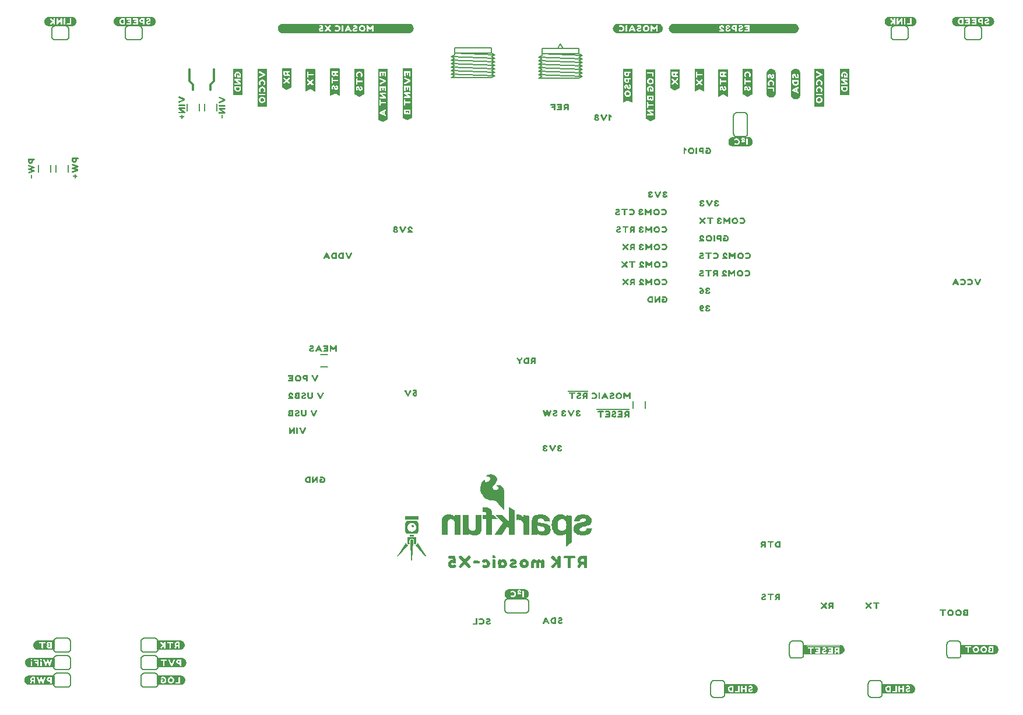
<source format=gbo>
G04 EAGLE Gerber RS-274X export*
G75*
%MOMM*%
%FSLAX34Y34*%
%LPD*%
%INSilkscreen Bottom*%
%IPPOS*%
%AMOC8*
5,1,8,0,0,1.08239X$1,22.5*%
G01*
%ADD10C,0.152400*%
%ADD11C,0.304800*%
%ADD12C,0.203200*%

G36*
X602122Y983756D02*
X602122Y983756D01*
X602212Y983751D01*
X602214Y983752D01*
X602215Y983751D01*
X602815Y983751D01*
X602819Y983754D01*
X602822Y983751D01*
X603522Y983851D01*
X603526Y983855D01*
X603529Y983853D01*
X604229Y984053D01*
X604230Y984054D01*
X604231Y984053D01*
X604831Y984253D01*
X604834Y984258D01*
X604837Y984256D01*
X606037Y984856D01*
X606039Y984860D01*
X606042Y984859D01*
X606642Y985259D01*
X606645Y985266D01*
X606650Y985265D01*
X607150Y985765D01*
X607150Y985769D01*
X607153Y985769D01*
X607953Y986769D01*
X607954Y986773D01*
X607956Y986773D01*
X608356Y987373D01*
X608356Y987377D01*
X608359Y987378D01*
X608659Y987978D01*
X608658Y987985D01*
X608662Y987986D01*
X608701Y988121D01*
X608715Y988170D01*
X608757Y988318D01*
X608799Y988465D01*
X608813Y988515D01*
X608855Y988662D01*
X608856Y988662D01*
X608855Y988662D01*
X608862Y988686D01*
X608861Y988690D01*
X608864Y988692D01*
X608964Y989292D01*
X608963Y989293D01*
X608964Y989293D01*
X609164Y990693D01*
X609158Y990703D01*
X609164Y990708D01*
X609064Y991308D01*
X608964Y992007D01*
X608960Y992011D01*
X608962Y992014D01*
X608762Y992714D01*
X608761Y992715D01*
X608762Y992716D01*
X608562Y993316D01*
X608557Y993319D01*
X608559Y993322D01*
X607959Y994522D01*
X607949Y994527D01*
X607950Y994535D01*
X607452Y995033D01*
X607053Y995531D01*
X607046Y995533D01*
X607046Y995538D01*
X606546Y995938D01*
X606542Y995939D01*
X606542Y995941D01*
X605342Y996741D01*
X605333Y996740D01*
X605331Y996747D01*
X604131Y997147D01*
X604129Y997146D01*
X604129Y997147D01*
X603429Y997347D01*
X603424Y997346D01*
X603422Y997349D01*
X602722Y997449D01*
X602717Y997446D01*
X602715Y997449D01*
X418815Y997449D01*
X418811Y997446D01*
X418808Y997449D01*
X418108Y997349D01*
X418107Y997348D01*
X418107Y997349D01*
X417507Y997249D01*
X417504Y997245D01*
X417501Y997247D01*
X416801Y997047D01*
X416800Y997046D01*
X416799Y997047D01*
X416199Y996847D01*
X416196Y996842D01*
X416193Y996844D01*
X415593Y996544D01*
X415591Y996540D01*
X415588Y996541D01*
X414988Y996141D01*
X414987Y996138D01*
X414984Y996138D01*
X413984Y995338D01*
X413983Y995334D01*
X413980Y995335D01*
X413480Y994835D01*
X413479Y994828D01*
X413474Y994827D01*
X413074Y994227D01*
X413074Y994223D01*
X413071Y994222D01*
X412471Y993022D01*
X412472Y993015D01*
X412468Y993014D01*
X412456Y992974D01*
X412442Y992925D01*
X412400Y992777D01*
X412358Y992629D01*
X412344Y992580D01*
X412302Y992432D01*
X412268Y992314D01*
X412269Y992310D01*
X412266Y992308D01*
X412166Y991708D01*
X412167Y991707D01*
X412166Y991707D01*
X412066Y991007D01*
X412068Y991004D01*
X412069Y991002D01*
X412066Y991000D01*
X412066Y990300D01*
X412069Y990295D01*
X412066Y990292D01*
X412166Y989692D01*
X412266Y988993D01*
X412270Y988989D01*
X412268Y988986D01*
X412468Y988286D01*
X412469Y988285D01*
X412468Y988284D01*
X412668Y987684D01*
X412676Y987679D01*
X412674Y987673D01*
X413073Y987074D01*
X413373Y986575D01*
X413378Y986573D01*
X413377Y986568D01*
X413877Y985968D01*
X413884Y985967D01*
X413884Y985962D01*
X414382Y985563D01*
X414880Y985065D01*
X414889Y985064D01*
X414890Y985058D01*
X415389Y984758D01*
X415988Y984359D01*
X415999Y984360D01*
X416001Y984353D01*
X416700Y984153D01*
X417299Y983953D01*
X417306Y983955D01*
X417308Y983951D01*
X418708Y983751D01*
X418713Y983754D01*
X418715Y983751D01*
X602115Y983751D01*
X602122Y983756D01*
G37*
G36*
X1161909Y983754D02*
X1161909Y983754D01*
X1161912Y983751D01*
X1163312Y983951D01*
X1163317Y983956D01*
X1163321Y983953D01*
X1163920Y984153D01*
X1164619Y984353D01*
X1164623Y984358D01*
X1164627Y984356D01*
X1165227Y984656D01*
X1165230Y984663D01*
X1165236Y984662D01*
X1165734Y985060D01*
X1166332Y985459D01*
X1166335Y985466D01*
X1166340Y985465D01*
X1166840Y985965D01*
X1166840Y985969D01*
X1166843Y985969D01*
X1167243Y986469D01*
X1167244Y986473D01*
X1167246Y986473D01*
X1167646Y987073D01*
X1167646Y987077D01*
X1167649Y987078D01*
X1168249Y988278D01*
X1168248Y988283D01*
X1168252Y988284D01*
X1168452Y988884D01*
X1168450Y988891D01*
X1168454Y988893D01*
X1168654Y990293D01*
X1168651Y990298D01*
X1168654Y990300D01*
X1168654Y990900D01*
X1168651Y990904D01*
X1168654Y990907D01*
X1168454Y992307D01*
X1168449Y992312D01*
X1168452Y992316D01*
X1168252Y992916D01*
X1168247Y992919D01*
X1168249Y992922D01*
X1167649Y994122D01*
X1167645Y994124D01*
X1167646Y994127D01*
X1167246Y994727D01*
X1167243Y994728D01*
X1167243Y994731D01*
X1166843Y995231D01*
X1166839Y995232D01*
X1166840Y995235D01*
X1166340Y995735D01*
X1166333Y995736D01*
X1166332Y995741D01*
X1165734Y996140D01*
X1165236Y996538D01*
X1165228Y996539D01*
X1165227Y996544D01*
X1164627Y996844D01*
X1164620Y996843D01*
X1164619Y996847D01*
X1163920Y997047D01*
X1163321Y997247D01*
X1163316Y997245D01*
X1163314Y997245D01*
X1163312Y997249D01*
X1161912Y997449D01*
X1161907Y997446D01*
X1161905Y997449D01*
X986405Y997449D01*
X986401Y997446D01*
X986398Y997449D01*
X984998Y997249D01*
X984995Y997245D01*
X984993Y997245D01*
X984992Y997245D01*
X984989Y997247D01*
X984390Y997047D01*
X983691Y996847D01*
X983685Y996839D01*
X983678Y996841D01*
X983079Y996442D01*
X982580Y996142D01*
X982576Y996134D01*
X982570Y996135D01*
X982072Y995637D01*
X981574Y995238D01*
X981572Y995231D01*
X981567Y995232D01*
X981067Y994632D01*
X981067Y994626D01*
X981063Y994625D01*
X980763Y994126D01*
X980364Y993527D01*
X980365Y993520D01*
X980360Y993516D01*
X980358Y993516D01*
X980158Y992916D01*
X980159Y992914D01*
X980158Y992914D01*
X980147Y992875D01*
X980105Y992728D01*
X980062Y992580D01*
X980048Y992531D01*
X980006Y992383D01*
X979964Y992235D01*
X979958Y992214D01*
X979960Y992209D01*
X979956Y992207D01*
X979856Y991508D01*
X979756Y990908D01*
X979758Y990905D01*
X979758Y990904D01*
X979759Y990903D01*
X979756Y990900D01*
X979756Y990200D01*
X979759Y990196D01*
X979756Y990193D01*
X979856Y989493D01*
X979857Y989492D01*
X979856Y989492D01*
X979956Y988892D01*
X979960Y988889D01*
X979958Y988886D01*
X980158Y988186D01*
X980163Y988182D01*
X980161Y988178D01*
X980761Y986978D01*
X980765Y986976D01*
X980764Y986973D01*
X981164Y986373D01*
X981171Y986370D01*
X981170Y986365D01*
X981670Y985865D01*
X981674Y985865D01*
X981674Y985862D01*
X982172Y985463D01*
X982670Y984965D01*
X982682Y984964D01*
X982683Y984956D01*
X983883Y984356D01*
X983888Y984357D01*
X983889Y984353D01*
X984489Y984153D01*
X984491Y984154D01*
X984491Y984153D01*
X985191Y983953D01*
X985195Y983954D01*
X985197Y983951D01*
X985797Y983851D01*
X985798Y983852D01*
X985798Y983851D01*
X986498Y983751D01*
X986503Y983754D01*
X986505Y983751D01*
X1161905Y983751D01*
X1161909Y983754D01*
G37*
G36*
X564923Y854861D02*
X564923Y854861D01*
X564930Y854869D01*
X564937Y854866D01*
X570937Y857866D01*
X570944Y857879D01*
X570953Y857879D01*
X571353Y858379D01*
X571354Y858388D01*
X571359Y858392D01*
X571354Y858398D01*
X571354Y858402D01*
X571364Y858410D01*
X571364Y931510D01*
X571357Y931519D01*
X571362Y931526D01*
X571162Y932126D01*
X571118Y932156D01*
X571115Y932159D01*
X558215Y932159D01*
X558204Y932151D01*
X558197Y932156D01*
X557697Y931956D01*
X557672Y931915D01*
X557666Y931910D01*
X557666Y858210D01*
X557685Y858185D01*
X557684Y858172D01*
X558184Y857772D01*
X558192Y857771D01*
X558193Y857766D01*
X564293Y854766D01*
X564314Y854770D01*
X564323Y854761D01*
X564923Y854861D01*
G37*
G36*
X600483Y857401D02*
X600483Y857401D01*
X600490Y857409D01*
X600497Y857406D01*
X606497Y860406D01*
X606504Y860419D01*
X606513Y860419D01*
X606913Y860919D01*
X606914Y860928D01*
X606919Y860932D01*
X606914Y860938D01*
X606914Y860942D01*
X606924Y860950D01*
X606924Y932050D01*
X606916Y932061D01*
X606921Y932068D01*
X606721Y932568D01*
X606680Y932593D01*
X606675Y932599D01*
X593775Y932599D01*
X593769Y932595D01*
X593765Y932598D01*
X593265Y932498D01*
X593226Y932454D01*
X593228Y932452D01*
X593226Y932450D01*
X593226Y860750D01*
X593245Y860725D01*
X593244Y860712D01*
X593744Y860312D01*
X593752Y860311D01*
X593753Y860306D01*
X599853Y857306D01*
X599874Y857310D01*
X599883Y857301D01*
X600483Y857401D01*
G37*
G36*
X953543Y856131D02*
X953543Y856131D01*
X953550Y856139D01*
X953557Y856136D01*
X959657Y859136D01*
X959666Y859153D01*
X959677Y859155D01*
X959977Y859655D01*
X959977Y859660D01*
X959980Y859662D01*
X959976Y859667D01*
X959975Y859673D01*
X959984Y859680D01*
X959984Y930780D01*
X959973Y930795D01*
X959977Y930805D01*
X959677Y931305D01*
X959643Y931319D01*
X959635Y931329D01*
X946835Y931329D01*
X946820Y931318D01*
X946810Y931322D01*
X946310Y931022D01*
X946296Y930988D01*
X946286Y930980D01*
X946286Y859480D01*
X946307Y859452D01*
X946308Y859439D01*
X946908Y859039D01*
X946912Y859039D01*
X946913Y859036D01*
X952913Y856036D01*
X952934Y856040D01*
X952943Y856031D01*
X953543Y856131D01*
G37*
G36*
X740099Y291890D02*
X740099Y291890D01*
X740186Y291893D01*
X740186Y291894D01*
X740187Y291894D01*
X740262Y291935D01*
X740338Y291976D01*
X740338Y291977D01*
X740339Y291977D01*
X740390Y292049D01*
X740438Y292118D01*
X740438Y292119D01*
X740439Y292126D01*
X740465Y292260D01*
X740465Y317960D01*
X740463Y317969D01*
X740465Y317980D01*
X740365Y319880D01*
X740361Y319892D01*
X740362Y319907D01*
X740162Y321507D01*
X740154Y321531D01*
X740151Y321564D01*
X739751Y322964D01*
X739734Y322994D01*
X739719Y323042D01*
X739119Y324142D01*
X739101Y324162D01*
X739085Y324193D01*
X738385Y325093D01*
X738369Y325107D01*
X738354Y325129D01*
X737554Y325929D01*
X737527Y325945D01*
X737496Y325976D01*
X736596Y326576D01*
X736565Y326588D01*
X736526Y326613D01*
X735526Y327013D01*
X735507Y327016D01*
X735485Y327027D01*
X734385Y327327D01*
X734373Y327327D01*
X734360Y327333D01*
X733360Y327533D01*
X733328Y327532D01*
X733285Y327540D01*
X731485Y327540D01*
X731462Y327535D01*
X731431Y327536D01*
X730731Y327436D01*
X730698Y327423D01*
X730644Y327413D01*
X730154Y327217D01*
X729923Y327140D01*
X729885Y327140D01*
X729860Y327134D01*
X729834Y327137D01*
X729777Y327115D01*
X729716Y327101D01*
X729696Y327084D01*
X729672Y327075D01*
X729630Y327030D01*
X729583Y326991D01*
X729572Y326967D01*
X729555Y326948D01*
X729537Y326889D01*
X729512Y326832D01*
X729513Y326807D01*
X729505Y326782D01*
X729516Y326721D01*
X729518Y326659D01*
X729531Y326637D01*
X729535Y326611D01*
X729583Y326540D01*
X729601Y326507D01*
X729609Y326501D01*
X729616Y326491D01*
X729716Y326391D01*
X729748Y326371D01*
X729815Y326320D01*
X730415Y326020D01*
X730429Y326017D01*
X730444Y326007D01*
X730897Y325826D01*
X731252Y325560D01*
X731731Y325176D01*
X732097Y324810D01*
X732344Y324481D01*
X732505Y323998D01*
X732505Y323413D01*
X732329Y322798D01*
X732073Y322285D01*
X731527Y321739D01*
X730894Y321197D01*
X730074Y320924D01*
X729034Y320640D01*
X727538Y320640D01*
X726247Y321009D01*
X725136Y321750D01*
X724324Y322652D01*
X723965Y323817D01*
X723965Y325076D01*
X724607Y326451D01*
X725863Y327901D01*
X727554Y329591D01*
X727566Y329610D01*
X727587Y329629D01*
X727622Y329674D01*
X728887Y331329D01*
X728900Y331357D01*
X728925Y331390D01*
X729825Y333190D01*
X729832Y333218D01*
X729850Y333253D01*
X730350Y334953D01*
X730352Y334992D01*
X730365Y335060D01*
X730365Y336760D01*
X730357Y336794D01*
X730353Y336826D01*
X730352Y336850D01*
X730348Y336857D01*
X730344Y336887D01*
X729744Y338587D01*
X729723Y338619D01*
X729698Y338675D01*
X728598Y340275D01*
X728570Y340302D01*
X728527Y340354D01*
X726827Y341754D01*
X726798Y341768D01*
X726761Y341797D01*
X724461Y342997D01*
X724424Y343006D01*
X724369Y343031D01*
X722169Y343531D01*
X722131Y343531D01*
X722066Y343540D01*
X720066Y343440D01*
X720033Y343430D01*
X719983Y343426D01*
X718183Y342926D01*
X718167Y342918D01*
X718144Y342913D01*
X716644Y342313D01*
X716624Y342299D01*
X716593Y342288D01*
X715393Y341588D01*
X715382Y341578D01*
X715364Y341569D01*
X714668Y341073D01*
X714374Y340876D01*
X714331Y340831D01*
X714283Y340791D01*
X714273Y340768D01*
X714256Y340750D01*
X714237Y340690D01*
X714212Y340632D01*
X714213Y340608D01*
X714206Y340584D01*
X714216Y340522D01*
X714218Y340459D01*
X714230Y340438D01*
X714234Y340413D01*
X714271Y340362D01*
X714301Y340307D01*
X714321Y340293D01*
X714336Y340273D01*
X714391Y340244D01*
X714443Y340207D01*
X714470Y340202D01*
X714489Y340192D01*
X714526Y340191D01*
X714585Y340180D01*
X714685Y340180D01*
X714721Y340188D01*
X714777Y340191D01*
X715132Y340280D01*
X716364Y340280D01*
X717218Y340185D01*
X717952Y340001D01*
X718671Y339642D01*
X719409Y338996D01*
X719763Y338554D01*
X720038Y338004D01*
X720217Y337557D01*
X720300Y337060D01*
X720214Y336544D01*
X720036Y335922D01*
X719669Y335371D01*
X719667Y335366D01*
X719663Y335362D01*
X719186Y334598D01*
X718727Y334139D01*
X718050Y333560D01*
X716688Y332587D01*
X716569Y332527D01*
X715947Y332216D01*
X714632Y331840D01*
X714063Y331840D01*
X713502Y332081D01*
X713087Y332496D01*
X712848Y332894D01*
X712672Y333954D01*
X712758Y334385D01*
X712758Y334394D01*
X712758Y334395D01*
X712757Y334419D01*
X712765Y334460D01*
X712765Y335060D01*
X712749Y335128D01*
X712740Y335196D01*
X712730Y335211D01*
X712726Y335229D01*
X712682Y335282D01*
X712643Y335340D01*
X712627Y335349D01*
X712616Y335362D01*
X712552Y335391D01*
X712492Y335425D01*
X712474Y335426D01*
X712457Y335433D01*
X712388Y335431D01*
X712319Y335434D01*
X712300Y335427D01*
X712284Y335427D01*
X712250Y335408D01*
X712183Y335382D01*
X710583Y334382D01*
X710559Y334358D01*
X710516Y334329D01*
X708816Y332629D01*
X708795Y332596D01*
X708751Y332541D01*
X707451Y330141D01*
X707444Y330117D01*
X707427Y330088D01*
X706427Y327288D01*
X706423Y327257D01*
X706409Y327217D01*
X705909Y323917D01*
X705912Y323884D01*
X705905Y323838D01*
X706105Y320338D01*
X706115Y320306D01*
X706119Y320258D01*
X707119Y316658D01*
X707134Y316630D01*
X707147Y316586D01*
X709047Y312886D01*
X709066Y312864D01*
X709085Y312827D01*
X710485Y311027D01*
X710490Y311023D01*
X710491Y311020D01*
X710498Y311015D01*
X710508Y311000D01*
X712008Y309400D01*
X712030Y309385D01*
X712054Y309358D01*
X713754Y308058D01*
X713768Y308052D01*
X713782Y308039D01*
X715682Y306839D01*
X715704Y306831D01*
X715729Y306813D01*
X717729Y305913D01*
X717754Y305908D01*
X717785Y305893D01*
X719985Y305293D01*
X720008Y305292D01*
X720038Y305283D01*
X722438Y304983D01*
X722459Y304985D01*
X722485Y304980D01*
X726334Y304980D01*
X727356Y304701D01*
X728396Y304228D01*
X729348Y303562D01*
X730323Y302684D01*
X731405Y301602D01*
X732495Y300314D01*
X732501Y300310D01*
X732506Y300301D01*
X733806Y298901D01*
X735005Y297603D01*
X736099Y296410D01*
X737093Y295217D01*
X737098Y295213D01*
X737102Y295206D01*
X737993Y294216D01*
X738685Y293327D01*
X738691Y293321D01*
X738696Y293313D01*
X739296Y292613D01*
X739307Y292605D01*
X739316Y292591D01*
X739673Y292235D01*
X739744Y292091D01*
X739745Y292090D01*
X739797Y292027D01*
X739854Y291958D01*
X739855Y291957D01*
X739856Y291957D01*
X739931Y291923D01*
X740013Y291887D01*
X740014Y291886D01*
X740099Y291890D01*
G37*
G36*
X964129Y983754D02*
X964129Y983754D01*
X964132Y983751D01*
X965532Y983951D01*
X965533Y983952D01*
X965533Y983951D01*
X966133Y984051D01*
X966140Y984059D01*
X966147Y984056D01*
X966746Y984355D01*
X967444Y984655D01*
X967447Y984659D01*
X967450Y984658D01*
X967950Y984958D01*
X967952Y984963D01*
X967957Y984962D01*
X968556Y985462D01*
X969056Y985862D01*
X969058Y985869D01*
X969063Y985869D01*
X969463Y986369D01*
X969464Y986373D01*
X969466Y986373D01*
X969866Y986973D01*
X969866Y986977D01*
X969869Y986978D01*
X970469Y988178D01*
X970468Y988183D01*
X970472Y988184D01*
X970672Y988784D01*
X970670Y988791D01*
X970674Y988793D01*
X970874Y990193D01*
X970871Y990198D01*
X970874Y990200D01*
X970874Y991500D01*
X970871Y991504D01*
X970874Y991507D01*
X970774Y992207D01*
X970769Y992212D01*
X970772Y992216D01*
X970572Y992816D01*
X970569Y992817D01*
X970570Y992819D01*
X970270Y993519D01*
X970268Y993521D01*
X970269Y993522D01*
X969969Y994122D01*
X969962Y994125D01*
X969963Y994131D01*
X969565Y994629D01*
X969166Y995227D01*
X969156Y995231D01*
X969156Y995238D01*
X968658Y995637D01*
X968160Y996135D01*
X968148Y996136D01*
X968147Y996144D01*
X966347Y997044D01*
X966340Y997043D01*
X966339Y997047D01*
X965639Y997247D01*
X965635Y997246D01*
X965633Y997249D01*
X965033Y997349D01*
X965032Y997348D01*
X965032Y997349D01*
X964332Y997449D01*
X964327Y997446D01*
X964325Y997449D01*
X905125Y997449D01*
X905121Y997446D01*
X905118Y997449D01*
X904418Y997349D01*
X904417Y997348D01*
X904417Y997349D01*
X903817Y997249D01*
X903814Y997245D01*
X903811Y997247D01*
X903111Y997047D01*
X903110Y997046D01*
X903109Y997047D01*
X902509Y996847D01*
X902506Y996842D01*
X902503Y996844D01*
X901903Y996544D01*
X901901Y996540D01*
X901898Y996541D01*
X901298Y996141D01*
X901297Y996138D01*
X901294Y996138D01*
X900794Y995738D01*
X900793Y995734D01*
X900790Y995735D01*
X900290Y995235D01*
X900290Y995231D01*
X900287Y995231D01*
X899887Y994731D01*
X899886Y994727D01*
X899884Y994727D01*
X899484Y994127D01*
X899484Y994123D01*
X899481Y994122D01*
X898881Y992922D01*
X898882Y992917D01*
X898878Y992916D01*
X898678Y992316D01*
X898680Y992309D01*
X898676Y992307D01*
X898476Y990907D01*
X898479Y990902D01*
X898476Y990900D01*
X898476Y990200D01*
X898479Y990195D01*
X898476Y990192D01*
X898576Y989592D01*
X898676Y988893D01*
X898681Y988888D01*
X898678Y988884D01*
X898878Y988284D01*
X898881Y988283D01*
X898880Y988281D01*
X899180Y987581D01*
X899182Y987579D01*
X899181Y987578D01*
X899481Y986978D01*
X899488Y986975D01*
X899487Y986969D01*
X900287Y985969D01*
X900291Y985968D01*
X900290Y985965D01*
X900790Y985465D01*
X900797Y985464D01*
X900798Y985459D01*
X901396Y985060D01*
X901894Y984662D01*
X901902Y984661D01*
X901903Y984656D01*
X902503Y984356D01*
X902510Y984357D01*
X902511Y984353D01*
X903210Y984153D01*
X903809Y983953D01*
X903816Y983955D01*
X903818Y983951D01*
X905218Y983751D01*
X905223Y983754D01*
X905225Y983751D01*
X964125Y983751D01*
X964129Y983754D01*
G37*
G36*
X830984Y238391D02*
X830984Y238391D01*
X831046Y238393D01*
X831068Y238406D01*
X831094Y238410D01*
X831165Y238458D01*
X831198Y238476D01*
X831204Y238484D01*
X831214Y238491D01*
X832099Y239376D01*
X833083Y240163D01*
X833089Y240171D01*
X833099Y240177D01*
X834099Y241077D01*
X834105Y241085D01*
X834114Y241091D01*
X834999Y241976D01*
X835983Y242763D01*
X835989Y242771D01*
X835999Y242777D01*
X836991Y243670D01*
X837983Y244463D01*
X837994Y244478D01*
X838014Y244491D01*
X838914Y245391D01*
X838954Y245456D01*
X838998Y245518D01*
X839000Y245530D01*
X839005Y245538D01*
X839009Y245575D01*
X839025Y245660D01*
X839025Y282560D01*
X839023Y282569D01*
X839025Y282579D01*
X839003Y282653D01*
X838986Y282729D01*
X838980Y282736D01*
X838977Y282745D01*
X838925Y282803D01*
X838876Y282862D01*
X838867Y282866D01*
X838860Y282873D01*
X838728Y282931D01*
X836928Y283331D01*
X836909Y283331D01*
X836887Y283338D01*
X836003Y283436D01*
X835020Y283633D01*
X835005Y283632D01*
X834987Y283638D01*
X834107Y283736D01*
X832328Y284131D01*
X832308Y284131D01*
X832283Y284138D01*
X831283Y284238D01*
X831214Y284229D01*
X831144Y284227D01*
X831129Y284218D01*
X831111Y284216D01*
X831053Y284177D01*
X830992Y284144D01*
X830982Y284129D01*
X830967Y284120D01*
X830932Y284059D01*
X830892Y284002D01*
X830889Y283983D01*
X830881Y283969D01*
X830878Y283930D01*
X830865Y283860D01*
X830865Y281429D01*
X830753Y281584D01*
X830742Y281593D01*
X830738Y281601D01*
X830735Y281603D01*
X830729Y281613D01*
X830402Y281981D01*
X830064Y282361D01*
X829929Y282513D01*
X829900Y282533D01*
X829863Y282572D01*
X827863Y283972D01*
X827828Y283986D01*
X827775Y284017D01*
X826675Y284417D01*
X826658Y284419D01*
X826637Y284429D01*
X825437Y284729D01*
X825423Y284729D01*
X825408Y284735D01*
X824208Y284935D01*
X824192Y284934D01*
X824174Y284939D01*
X822874Y285039D01*
X822846Y285035D01*
X822808Y285038D01*
X819708Y284738D01*
X819676Y284727D01*
X819625Y284721D01*
X816925Y283821D01*
X816892Y283800D01*
X816831Y283774D01*
X814631Y282274D01*
X814608Y282250D01*
X814569Y282222D01*
X812769Y280322D01*
X812751Y280290D01*
X812714Y280247D01*
X811414Y277947D01*
X811408Y277926D01*
X811392Y277901D01*
X810392Y275401D01*
X810388Y275374D01*
X810373Y275340D01*
X809773Y272540D01*
X809774Y272516D01*
X809766Y272485D01*
X809566Y269485D01*
X809569Y269463D01*
X809566Y269433D01*
X809766Y266633D01*
X809773Y266610D01*
X809774Y266578D01*
X810374Y263878D01*
X810386Y263852D01*
X810394Y263814D01*
X811394Y261414D01*
X811407Y261395D01*
X811418Y261367D01*
X812718Y259167D01*
X812742Y259142D01*
X812769Y259099D01*
X814569Y257199D01*
X814598Y257180D01*
X814634Y257144D01*
X816734Y255744D01*
X816768Y255731D01*
X816816Y255702D01*
X819316Y254802D01*
X819352Y254798D01*
X819406Y254782D01*
X822306Y254482D01*
X822335Y254485D01*
X822374Y254481D01*
X823674Y254581D01*
X823687Y254585D01*
X823703Y254584D01*
X825003Y254784D01*
X825021Y254791D01*
X825045Y254793D01*
X826145Y255093D01*
X826164Y255103D01*
X826191Y255109D01*
X827391Y255609D01*
X827411Y255623D01*
X827441Y255634D01*
X828441Y256234D01*
X828449Y256242D01*
X828463Y256249D01*
X829463Y256949D01*
X829487Y256975D01*
X829529Y257007D01*
X830329Y257907D01*
X830333Y257915D01*
X830342Y257922D01*
X830565Y258201D01*
X830565Y238760D01*
X830571Y238735D01*
X830568Y238709D01*
X830590Y238652D01*
X830604Y238591D01*
X830621Y238571D01*
X830630Y238547D01*
X830675Y238505D01*
X830714Y238458D01*
X830738Y238447D01*
X830757Y238430D01*
X830816Y238412D01*
X830873Y238387D01*
X830898Y238388D01*
X830923Y238380D01*
X830984Y238391D01*
G37*
G36*
X227639Y993914D02*
X227639Y993914D01*
X227642Y993911D01*
X229042Y994111D01*
X229043Y994112D01*
X229043Y994111D01*
X229643Y994211D01*
X229649Y994218D01*
X229654Y994215D01*
X230354Y994515D01*
X230356Y994517D01*
X230357Y994516D01*
X230957Y994816D01*
X230958Y994819D01*
X230960Y994818D01*
X231460Y995118D01*
X231461Y995119D01*
X231462Y995119D01*
X232062Y995519D01*
X232065Y995526D01*
X232070Y995525D01*
X232570Y996025D01*
X232570Y996029D01*
X232573Y996029D01*
X233373Y997029D01*
X233374Y997037D01*
X233379Y997038D01*
X233679Y997638D01*
X233679Y997640D01*
X233680Y997641D01*
X233980Y998341D01*
X233980Y998344D01*
X233982Y998344D01*
X234182Y998944D01*
X234181Y998946D01*
X234182Y998946D01*
X234203Y999019D01*
X234217Y999069D01*
X234259Y999216D01*
X234260Y999216D01*
X234259Y999216D01*
X234302Y999364D01*
X234316Y999413D01*
X234358Y999561D01*
X234382Y999646D01*
X234381Y999650D01*
X234384Y999652D01*
X234484Y1000252D01*
X234481Y1000257D01*
X234484Y1000260D01*
X234484Y1000960D01*
X234481Y1000964D01*
X234484Y1000967D01*
X234384Y1001667D01*
X234383Y1001668D01*
X234384Y1001668D01*
X234284Y1002268D01*
X234280Y1002271D01*
X234282Y1002274D01*
X234082Y1002974D01*
X234081Y1002975D01*
X234082Y1002976D01*
X233882Y1003576D01*
X233877Y1003579D01*
X233879Y1003582D01*
X233579Y1004182D01*
X233575Y1004184D01*
X233576Y1004187D01*
X233176Y1004787D01*
X233173Y1004788D01*
X233173Y1004791D01*
X232773Y1005291D01*
X232769Y1005292D01*
X232770Y1005295D01*
X232270Y1005795D01*
X232266Y1005795D01*
X232266Y1005798D01*
X231766Y1006198D01*
X231762Y1006199D01*
X231762Y1006201D01*
X231162Y1006601D01*
X231158Y1006601D01*
X231157Y1006604D01*
X229957Y1007204D01*
X229950Y1007203D01*
X229949Y1007207D01*
X229249Y1007407D01*
X229245Y1007406D01*
X229243Y1007409D01*
X228643Y1007509D01*
X228642Y1007508D01*
X228642Y1007509D01*
X227942Y1007609D01*
X227937Y1007606D01*
X227935Y1007609D01*
X179535Y1007609D01*
X179531Y1007606D01*
X179528Y1007609D01*
X178828Y1007509D01*
X178823Y1007504D01*
X178819Y1007507D01*
X178220Y1007307D01*
X177521Y1007107D01*
X177517Y1007102D01*
X177513Y1007104D01*
X176313Y1006504D01*
X176310Y1006497D01*
X176304Y1006498D01*
X175304Y1005698D01*
X175303Y1005694D01*
X175300Y1005695D01*
X174800Y1005195D01*
X174799Y1005188D01*
X174794Y1005187D01*
X173994Y1003987D01*
X173995Y1003978D01*
X173988Y1003976D01*
X173789Y1003379D01*
X173491Y1002782D01*
X173493Y1002771D01*
X173486Y1002767D01*
X173386Y1002068D01*
X173286Y1001468D01*
X173287Y1001467D01*
X173286Y1001467D01*
X173186Y1000767D01*
X173191Y1000758D01*
X173186Y1000753D01*
X173286Y1000053D01*
X173287Y1000052D01*
X173286Y1000052D01*
X173386Y999452D01*
X173486Y998753D01*
X173494Y998745D01*
X173491Y998738D01*
X173789Y998141D01*
X173988Y997544D01*
X173996Y997539D01*
X173994Y997533D01*
X174794Y996333D01*
X174801Y996330D01*
X174800Y996325D01*
X175300Y995825D01*
X175304Y995825D01*
X175304Y995822D01*
X176304Y995022D01*
X176312Y995021D01*
X176313Y995016D01*
X177513Y994416D01*
X177520Y994417D01*
X177521Y994413D01*
X178220Y994213D01*
X178819Y994013D01*
X178826Y994015D01*
X178828Y994011D01*
X179528Y993911D01*
X179533Y993914D01*
X179535Y993911D01*
X227635Y993911D01*
X227639Y993914D01*
G37*
G36*
X1445569Y993914D02*
X1445569Y993914D01*
X1445572Y993911D01*
X1446972Y994111D01*
X1446973Y994112D01*
X1446973Y994111D01*
X1447573Y994211D01*
X1447579Y994218D01*
X1447584Y994215D01*
X1448284Y994515D01*
X1448286Y994517D01*
X1448287Y994516D01*
X1448887Y994816D01*
X1448888Y994819D01*
X1448890Y994818D01*
X1449390Y995118D01*
X1449391Y995119D01*
X1449392Y995119D01*
X1449992Y995519D01*
X1449995Y995526D01*
X1450000Y995525D01*
X1450500Y996025D01*
X1450500Y996029D01*
X1450503Y996029D01*
X1451303Y997029D01*
X1451304Y997037D01*
X1451309Y997038D01*
X1451609Y997638D01*
X1451609Y997640D01*
X1451610Y997641D01*
X1451910Y998341D01*
X1451910Y998344D01*
X1451912Y998344D01*
X1452112Y998944D01*
X1452111Y998946D01*
X1452112Y998946D01*
X1452133Y999019D01*
X1452147Y999069D01*
X1452189Y999216D01*
X1452190Y999216D01*
X1452189Y999216D01*
X1452232Y999364D01*
X1452246Y999413D01*
X1452288Y999561D01*
X1452312Y999646D01*
X1452311Y999650D01*
X1452314Y999652D01*
X1452414Y1000252D01*
X1452411Y1000257D01*
X1452414Y1000260D01*
X1452414Y1000960D01*
X1452411Y1000964D01*
X1452414Y1000967D01*
X1452314Y1001667D01*
X1452313Y1001668D01*
X1452314Y1001668D01*
X1452214Y1002268D01*
X1452210Y1002271D01*
X1452212Y1002274D01*
X1452012Y1002974D01*
X1452011Y1002975D01*
X1452012Y1002976D01*
X1451812Y1003576D01*
X1451807Y1003579D01*
X1451809Y1003582D01*
X1451509Y1004182D01*
X1451505Y1004184D01*
X1451506Y1004187D01*
X1451106Y1004787D01*
X1451103Y1004788D01*
X1451103Y1004791D01*
X1450703Y1005291D01*
X1450699Y1005292D01*
X1450700Y1005295D01*
X1450200Y1005795D01*
X1450196Y1005795D01*
X1450196Y1005798D01*
X1449696Y1006198D01*
X1449692Y1006199D01*
X1449692Y1006201D01*
X1449092Y1006601D01*
X1449088Y1006601D01*
X1449087Y1006604D01*
X1447887Y1007204D01*
X1447880Y1007203D01*
X1447879Y1007207D01*
X1447179Y1007407D01*
X1447175Y1007406D01*
X1447173Y1007409D01*
X1446573Y1007509D01*
X1446572Y1007508D01*
X1446572Y1007509D01*
X1445872Y1007609D01*
X1445867Y1007606D01*
X1445865Y1007609D01*
X1397465Y1007609D01*
X1397461Y1007606D01*
X1397458Y1007609D01*
X1396758Y1007509D01*
X1396753Y1007504D01*
X1396749Y1007507D01*
X1396150Y1007307D01*
X1395451Y1007107D01*
X1395447Y1007102D01*
X1395443Y1007104D01*
X1394243Y1006504D01*
X1394240Y1006497D01*
X1394234Y1006498D01*
X1393234Y1005698D01*
X1393233Y1005694D01*
X1393230Y1005695D01*
X1392730Y1005195D01*
X1392729Y1005188D01*
X1392724Y1005187D01*
X1391924Y1003987D01*
X1391925Y1003978D01*
X1391918Y1003976D01*
X1391719Y1003379D01*
X1391421Y1002782D01*
X1391423Y1002771D01*
X1391416Y1002767D01*
X1391316Y1002068D01*
X1391216Y1001468D01*
X1391217Y1001467D01*
X1391216Y1001467D01*
X1391116Y1000767D01*
X1391121Y1000758D01*
X1391116Y1000753D01*
X1391216Y1000053D01*
X1391217Y1000052D01*
X1391216Y1000052D01*
X1391316Y999452D01*
X1391416Y998753D01*
X1391424Y998745D01*
X1391421Y998738D01*
X1391719Y998141D01*
X1391918Y997544D01*
X1391926Y997539D01*
X1391924Y997533D01*
X1392724Y996333D01*
X1392731Y996330D01*
X1392730Y996325D01*
X1393230Y995825D01*
X1393234Y995825D01*
X1393234Y995822D01*
X1394234Y995022D01*
X1394242Y995021D01*
X1394243Y995016D01*
X1395443Y994416D01*
X1395450Y994417D01*
X1395451Y994413D01*
X1396150Y994213D01*
X1396749Y994013D01*
X1396756Y994015D01*
X1396758Y994011D01*
X1397458Y993911D01*
X1397463Y993914D01*
X1397465Y993911D01*
X1445565Y993911D01*
X1445569Y993914D01*
G37*
G36*
X1228049Y82054D02*
X1228049Y82054D01*
X1228052Y82051D01*
X1228748Y82151D01*
X1229345Y82151D01*
X1229353Y82157D01*
X1229359Y82153D01*
X1230059Y82353D01*
X1230060Y82354D01*
X1230061Y82353D01*
X1230661Y82553D01*
X1230664Y82558D01*
X1230667Y82556D01*
X1231267Y82856D01*
X1231269Y82860D01*
X1231272Y82859D01*
X1232472Y83659D01*
X1232473Y83662D01*
X1232476Y83662D01*
X1232976Y84062D01*
X1232978Y84069D01*
X1232983Y84069D01*
X1233383Y84569D01*
X1233384Y84573D01*
X1233386Y84573D01*
X1234186Y85773D01*
X1234186Y85777D01*
X1234189Y85778D01*
X1234489Y86378D01*
X1234488Y86383D01*
X1234492Y86384D01*
X1234692Y86984D01*
X1234690Y86991D01*
X1234694Y86993D01*
X1234794Y87692D01*
X1234894Y88292D01*
X1234891Y88297D01*
X1234894Y88300D01*
X1234894Y89700D01*
X1234891Y89704D01*
X1234894Y89707D01*
X1234794Y90407D01*
X1234789Y90412D01*
X1234792Y90416D01*
X1234592Y91015D01*
X1234392Y91714D01*
X1234387Y91718D01*
X1234389Y91722D01*
X1234089Y92322D01*
X1234082Y92325D01*
X1234083Y92331D01*
X1233685Y92829D01*
X1233286Y93427D01*
X1233276Y93431D01*
X1233276Y93438D01*
X1232778Y93837D01*
X1232280Y94335D01*
X1232273Y94336D01*
X1232272Y94341D01*
X1231672Y94741D01*
X1231668Y94741D01*
X1231667Y94744D01*
X1230467Y95344D01*
X1230462Y95343D01*
X1230461Y95347D01*
X1229861Y95547D01*
X1229856Y95545D01*
X1229854Y95545D01*
X1229852Y95549D01*
X1228452Y95749D01*
X1228447Y95746D01*
X1228445Y95749D01*
X1176645Y95749D01*
X1176636Y95742D01*
X1176627Y95736D01*
X1176615Y95739D01*
X1176215Y95439D01*
X1176210Y95420D01*
X1176198Y95411D01*
X1176202Y95405D01*
X1176196Y95400D01*
X1176196Y82500D01*
X1176209Y82482D01*
X1176206Y82470D01*
X1176506Y82070D01*
X1176537Y82062D01*
X1176545Y82051D01*
X1228045Y82051D01*
X1228049Y82054D01*
G37*
G36*
X396102Y877147D02*
X396102Y877147D01*
X396097Y877154D01*
X396104Y877160D01*
X396104Y931360D01*
X396101Y931365D01*
X396104Y931368D01*
X396004Y931968D01*
X395960Y932009D01*
X395958Y932006D01*
X395955Y932009D01*
X383155Y932009D01*
X383151Y932006D01*
X383148Y932009D01*
X382448Y931909D01*
X382406Y931866D01*
X382410Y931863D01*
X382406Y931860D01*
X382406Y877760D01*
X382409Y877755D01*
X382406Y877752D01*
X382506Y877152D01*
X382550Y877111D01*
X382553Y877114D01*
X382555Y877111D01*
X396055Y877111D01*
X396102Y877147D01*
G37*
G36*
X1205092Y877147D02*
X1205092Y877147D01*
X1205087Y877154D01*
X1205094Y877160D01*
X1205094Y931360D01*
X1205091Y931365D01*
X1205094Y931368D01*
X1204994Y931968D01*
X1204950Y932009D01*
X1204948Y932006D01*
X1204945Y932009D01*
X1192145Y932009D01*
X1192141Y932006D01*
X1192138Y932009D01*
X1191438Y931909D01*
X1191396Y931866D01*
X1191400Y931863D01*
X1191396Y931860D01*
X1191396Y877760D01*
X1191399Y877755D01*
X1191396Y877752D01*
X1191496Y877152D01*
X1191540Y877111D01*
X1191543Y877114D01*
X1191545Y877111D01*
X1205045Y877111D01*
X1205092Y877147D01*
G37*
G36*
X1451949Y82054D02*
X1451949Y82054D01*
X1451952Y82051D01*
X1452652Y82151D01*
X1452653Y82152D01*
X1452653Y82151D01*
X1453253Y82251D01*
X1453256Y82255D01*
X1453259Y82253D01*
X1453959Y82453D01*
X1453960Y82454D01*
X1453961Y82453D01*
X1454561Y82653D01*
X1454564Y82658D01*
X1454567Y82656D01*
X1455167Y82956D01*
X1455169Y82960D01*
X1455172Y82959D01*
X1455772Y83359D01*
X1455773Y83362D01*
X1455776Y83362D01*
X1456276Y83762D01*
X1456277Y83766D01*
X1456280Y83765D01*
X1456780Y84265D01*
X1456780Y84269D01*
X1456783Y84269D01*
X1457183Y84769D01*
X1457184Y84773D01*
X1457186Y84773D01*
X1457586Y85373D01*
X1457586Y85377D01*
X1457589Y85378D01*
X1458189Y86578D01*
X1458188Y86583D01*
X1458192Y86584D01*
X1458392Y87184D01*
X1458390Y87191D01*
X1458394Y87193D01*
X1458594Y88593D01*
X1458591Y88598D01*
X1458594Y88600D01*
X1458594Y89300D01*
X1458591Y89305D01*
X1458594Y89308D01*
X1458494Y89908D01*
X1458394Y90607D01*
X1458389Y90612D01*
X1458392Y90616D01*
X1458192Y91216D01*
X1458189Y91217D01*
X1458190Y91219D01*
X1457890Y91919D01*
X1457888Y91921D01*
X1457889Y91922D01*
X1457589Y92522D01*
X1457582Y92525D01*
X1457583Y92531D01*
X1456783Y93531D01*
X1456779Y93532D01*
X1456780Y93535D01*
X1456280Y94035D01*
X1456276Y94035D01*
X1456276Y94038D01*
X1455776Y94438D01*
X1455772Y94439D01*
X1455772Y94441D01*
X1455172Y94841D01*
X1455168Y94841D01*
X1455167Y94844D01*
X1454567Y95144D01*
X1454560Y95143D01*
X1454559Y95147D01*
X1453860Y95347D01*
X1453261Y95547D01*
X1453256Y95545D01*
X1453254Y95545D01*
X1453252Y95549D01*
X1452553Y95649D01*
X1451953Y95749D01*
X1451948Y95746D01*
X1451945Y95749D01*
X1405045Y95749D01*
X1405007Y95720D01*
X1404999Y95718D01*
X1404799Y95218D01*
X1404800Y95216D01*
X1404798Y95214D01*
X1404802Y95208D01*
X1404803Y95205D01*
X1404796Y95200D01*
X1404796Y82400D01*
X1404815Y82374D01*
X1404815Y82361D01*
X1405215Y82061D01*
X1405237Y82061D01*
X1405245Y82051D01*
X1451945Y82051D01*
X1451949Y82054D01*
G37*
G36*
X799061Y254384D02*
X799061Y254384D01*
X799083Y254382D01*
X800083Y254482D01*
X800102Y254488D01*
X800128Y254489D01*
X801928Y254889D01*
X801943Y254896D01*
X801965Y254899D01*
X802865Y255199D01*
X802885Y255212D01*
X802915Y255220D01*
X803595Y255560D01*
X803715Y255620D01*
X803722Y255626D01*
X803734Y255630D01*
X804434Y256030D01*
X804446Y256042D01*
X804466Y256051D01*
X805166Y256551D01*
X805175Y256560D01*
X805188Y256568D01*
X805788Y257068D01*
X805805Y257090D01*
X805834Y257113D01*
X806434Y257813D01*
X806448Y257839D01*
X806475Y257871D01*
X807275Y259271D01*
X807284Y259301D01*
X807306Y259340D01*
X807906Y261140D01*
X807909Y261173D01*
X807923Y261218D01*
X808023Y262118D01*
X808023Y262122D01*
X808024Y262126D01*
X808124Y263226D01*
X808119Y263260D01*
X808122Y263311D01*
X807822Y265511D01*
X807811Y265539D01*
X807806Y265580D01*
X807206Y267380D01*
X807186Y267412D01*
X807165Y267466D01*
X806265Y268866D01*
X806237Y268893D01*
X806188Y268952D01*
X804988Y269952D01*
X804966Y269964D01*
X804941Y269986D01*
X803441Y270886D01*
X803413Y270895D01*
X803379Y270916D01*
X801779Y271516D01*
X801757Y271519D01*
X801732Y271530D01*
X800032Y271930D01*
X800021Y271930D01*
X800008Y271935D01*
X798208Y272235D01*
X798198Y272234D01*
X798187Y272238D01*
X796388Y272438D01*
X794691Y272637D01*
X793223Y272833D01*
X791858Y273223D01*
X790699Y273610D01*
X789901Y274053D01*
X789414Y274702D01*
X789325Y275677D01*
X789325Y276129D01*
X789418Y276682D01*
X789508Y277043D01*
X789683Y277482D01*
X790041Y278018D01*
X790270Y278248D01*
X790525Y278375D01*
X790615Y278420D01*
X790631Y278433D01*
X790656Y278444D01*
X790936Y278631D01*
X791186Y278755D01*
X791278Y278801D01*
X791628Y278889D01*
X792083Y278980D01*
X792445Y278980D01*
X792475Y278987D01*
X792520Y278987D01*
X792983Y279080D01*
X794507Y279080D01*
X795462Y278889D01*
X795853Y278791D01*
X795861Y278791D01*
X795870Y278787D01*
X796321Y278697D01*
X797054Y278331D01*
X797303Y278165D01*
X797850Y277618D01*
X798016Y277369D01*
X798198Y277004D01*
X798392Y276519D01*
X798400Y276507D01*
X798405Y276490D01*
X798582Y276136D01*
X798665Y275722D01*
X798665Y275160D01*
X798676Y275110D01*
X798678Y275059D01*
X798696Y275027D01*
X798704Y274991D01*
X798737Y274952D01*
X798761Y274907D01*
X798791Y274886D01*
X798814Y274858D01*
X798861Y274837D01*
X798903Y274807D01*
X798945Y274799D01*
X798973Y274787D01*
X799003Y274788D01*
X799045Y274780D01*
X806845Y274780D01*
X806922Y274798D01*
X807000Y274813D01*
X807006Y274817D01*
X807014Y274819D01*
X807075Y274870D01*
X807138Y274918D01*
X807142Y274925D01*
X807147Y274929D01*
X807180Y275002D01*
X807215Y275073D01*
X807215Y275081D01*
X807218Y275088D01*
X807217Y275121D01*
X807221Y275218D01*
X807021Y276518D01*
X807020Y276520D01*
X807020Y276523D01*
X806820Y277723D01*
X806809Y277750D01*
X806802Y277790D01*
X806402Y278890D01*
X806383Y278920D01*
X806361Y278971D01*
X805161Y280771D01*
X805145Y280786D01*
X805131Y280810D01*
X804431Y281610D01*
X804413Y281623D01*
X804412Y281625D01*
X804409Y281630D01*
X804406Y281632D01*
X804395Y281646D01*
X803595Y282346D01*
X803566Y282362D01*
X803530Y282392D01*
X802635Y282889D01*
X801641Y283486D01*
X801616Y283494D01*
X801586Y283513D01*
X800586Y283913D01*
X800567Y283916D01*
X800545Y283927D01*
X798345Y284527D01*
X798330Y284527D01*
X798313Y284534D01*
X797213Y284734D01*
X797210Y284734D01*
X797208Y284735D01*
X796008Y284935D01*
X795981Y284933D01*
X795945Y284940D01*
X791445Y284940D01*
X791430Y284937D01*
X791411Y284939D01*
X790311Y284839D01*
X790296Y284834D01*
X790277Y284834D01*
X788077Y284434D01*
X788074Y284433D01*
X788070Y284433D01*
X787070Y284233D01*
X787056Y284226D01*
X787036Y284224D01*
X786036Y283924D01*
X786017Y283914D01*
X785991Y283907D01*
X785091Y283507D01*
X785079Y283498D01*
X785060Y283492D01*
X784160Y282992D01*
X784144Y282977D01*
X784117Y282964D01*
X783317Y282364D01*
X783310Y282356D01*
X783298Y282349D01*
X782598Y281749D01*
X782577Y281721D01*
X782541Y281688D01*
X781941Y280888D01*
X781929Y280862D01*
X781905Y280830D01*
X781505Y280030D01*
X781502Y280016D01*
X781492Y280001D01*
X781092Y279001D01*
X781087Y278970D01*
X781071Y278928D01*
X780871Y277828D01*
X780872Y277812D01*
X780866Y277792D01*
X780766Y276592D01*
X780768Y276577D01*
X780765Y276560D01*
X780765Y259998D01*
X780672Y259535D01*
X780673Y259503D01*
X780665Y259460D01*
X780665Y259098D01*
X780572Y258635D01*
X780573Y258603D01*
X780565Y258560D01*
X780565Y258207D01*
X780376Y257452D01*
X780376Y257416D01*
X780365Y257360D01*
X780365Y257107D01*
X780280Y256766D01*
X780100Y256229D01*
X779929Y255971D01*
X779921Y255951D01*
X779905Y255930D01*
X779805Y255730D01*
X779793Y255680D01*
X779772Y255632D01*
X779773Y255597D01*
X779765Y255562D01*
X779776Y255511D01*
X779778Y255459D01*
X779796Y255428D01*
X779804Y255393D01*
X779836Y255353D01*
X779861Y255307D01*
X779890Y255286D01*
X779913Y255259D01*
X779960Y255237D01*
X780003Y255207D01*
X780044Y255199D01*
X780071Y255187D01*
X780102Y255188D01*
X780145Y255180D01*
X788045Y255180D01*
X788095Y255191D01*
X788146Y255193D01*
X788178Y255211D01*
X788214Y255219D01*
X788253Y255252D01*
X788298Y255276D01*
X788319Y255306D01*
X788347Y255329D01*
X788368Y255376D01*
X788398Y255418D01*
X788406Y255460D01*
X788418Y255488D01*
X788417Y255518D01*
X788425Y255560D01*
X788425Y255609D01*
X788434Y255623D01*
X788485Y255690D01*
X788585Y255890D01*
X788589Y255905D01*
X788598Y255918D01*
X788624Y256052D01*
X788625Y256059D01*
X788625Y256060D01*
X788625Y256109D01*
X788654Y256156D01*
X788698Y256218D01*
X788700Y256230D01*
X788705Y256238D01*
X788709Y256275D01*
X788725Y256360D01*
X788725Y256470D01*
X788785Y256590D01*
X788789Y256605D01*
X788798Y256618D01*
X788824Y256752D01*
X788825Y256759D01*
X788825Y256760D01*
X788825Y256970D01*
X788885Y257090D01*
X788889Y257105D01*
X788898Y257118D01*
X788924Y257252D01*
X788925Y257259D01*
X788925Y257260D01*
X788925Y257469D01*
X789807Y256763D01*
X789821Y256757D01*
X789834Y256744D01*
X790434Y256344D01*
X790442Y256341D01*
X790449Y256334D01*
X790949Y256034D01*
X790962Y256030D01*
X790975Y256020D01*
X791575Y255720D01*
X791598Y255714D01*
X791625Y255699D01*
X792199Y255508D01*
X792775Y255220D01*
X792798Y255214D01*
X792825Y255199D01*
X793425Y254999D01*
X793450Y254997D01*
X793483Y254985D01*
X794061Y254889D01*
X794741Y254694D01*
X794760Y254693D01*
X794783Y254685D01*
X795383Y254585D01*
X795409Y254587D01*
X795445Y254580D01*
X796114Y254580D01*
X796683Y254485D01*
X796687Y254485D01*
X796691Y254484D01*
X797391Y254384D01*
X797415Y254386D01*
X797445Y254380D01*
X799045Y254380D01*
X799061Y254384D01*
G37*
G36*
X913422Y882614D02*
X913422Y882614D01*
X913437Y882606D01*
X920115Y885995D01*
X920693Y885706D01*
X926693Y882706D01*
X926751Y882717D01*
X926750Y882726D01*
X926759Y882728D01*
X926959Y883128D01*
X926956Y883144D01*
X926964Y883150D01*
X926964Y931950D01*
X926928Y931997D01*
X926924Y931994D01*
X926922Y931999D01*
X926222Y932099D01*
X926219Y932097D01*
X926217Y932097D01*
X926215Y932099D01*
X913415Y932099D01*
X913368Y932063D01*
X913369Y932062D01*
X913367Y932061D01*
X913369Y932059D01*
X913366Y932057D01*
X913266Y931357D01*
X913269Y931352D01*
X913266Y931350D01*
X913266Y883250D01*
X913269Y883245D01*
X913266Y883242D01*
X913366Y882642D01*
X913367Y882641D01*
X913367Y882640D01*
X913369Y882639D01*
X913410Y882601D01*
X913422Y882614D01*
G37*
G36*
X1331080Y24904D02*
X1331080Y24904D01*
X1331083Y24901D01*
X1331683Y25001D01*
X1332382Y25101D01*
X1332386Y25105D01*
X1332389Y25103D01*
X1333089Y25303D01*
X1333093Y25308D01*
X1333097Y25306D01*
X1334297Y25906D01*
X1334300Y25913D01*
X1334306Y25912D01*
X1334804Y26310D01*
X1335402Y26709D01*
X1335406Y26719D01*
X1335413Y26719D01*
X1335812Y27217D01*
X1336310Y27715D01*
X1336311Y27727D01*
X1336319Y27728D01*
X1336618Y28325D01*
X1337016Y28923D01*
X1337015Y28932D01*
X1337022Y28934D01*
X1337422Y30134D01*
X1337420Y30141D01*
X1337424Y30143D01*
X1337624Y31543D01*
X1337621Y31548D01*
X1337624Y31550D01*
X1337624Y32250D01*
X1337621Y32255D01*
X1337624Y32258D01*
X1337524Y32858D01*
X1337520Y32861D01*
X1337522Y32864D01*
X1337322Y33564D01*
X1337321Y33565D01*
X1337322Y33566D01*
X1336922Y34766D01*
X1336914Y34771D01*
X1336916Y34777D01*
X1336116Y35977D01*
X1336113Y35978D01*
X1336113Y35981D01*
X1335713Y36481D01*
X1335709Y36482D01*
X1335710Y36485D01*
X1335210Y36985D01*
X1335206Y36985D01*
X1335206Y36988D01*
X1334706Y37388D01*
X1334698Y37389D01*
X1334697Y37394D01*
X1333497Y37994D01*
X1333495Y37994D01*
X1333494Y37995D01*
X1332794Y38295D01*
X1332786Y38293D01*
X1332783Y38299D01*
X1332183Y38399D01*
X1332182Y38398D01*
X1332182Y38399D01*
X1330782Y38599D01*
X1330777Y38596D01*
X1330775Y38599D01*
X1289475Y38599D01*
X1289437Y38570D01*
X1289429Y38568D01*
X1289229Y38068D01*
X1289230Y38066D01*
X1289228Y38064D01*
X1289232Y38058D01*
X1289233Y38055D01*
X1289226Y38050D01*
X1289226Y25150D01*
X1289255Y25112D01*
X1289257Y25104D01*
X1289757Y24904D01*
X1289770Y24908D01*
X1289775Y24901D01*
X1331075Y24901D01*
X1331080Y24904D01*
G37*
G36*
X1102480Y24904D02*
X1102480Y24904D01*
X1102483Y24901D01*
X1103083Y25001D01*
X1103782Y25101D01*
X1103786Y25105D01*
X1103789Y25103D01*
X1104489Y25303D01*
X1104493Y25308D01*
X1104497Y25306D01*
X1105697Y25906D01*
X1105700Y25913D01*
X1105706Y25912D01*
X1106204Y26310D01*
X1106802Y26709D01*
X1106806Y26719D01*
X1106813Y26719D01*
X1107212Y27217D01*
X1107710Y27715D01*
X1107711Y27727D01*
X1107719Y27728D01*
X1108018Y28325D01*
X1108416Y28923D01*
X1108415Y28932D01*
X1108422Y28934D01*
X1108822Y30134D01*
X1108820Y30141D01*
X1108824Y30143D01*
X1109024Y31543D01*
X1109021Y31548D01*
X1109024Y31550D01*
X1109024Y32250D01*
X1109021Y32255D01*
X1109024Y32258D01*
X1108924Y32858D01*
X1108920Y32861D01*
X1108922Y32864D01*
X1108722Y33564D01*
X1108721Y33565D01*
X1108722Y33566D01*
X1108322Y34766D01*
X1108314Y34771D01*
X1108316Y34777D01*
X1107516Y35977D01*
X1107513Y35978D01*
X1107513Y35981D01*
X1107113Y36481D01*
X1107109Y36482D01*
X1107110Y36485D01*
X1106610Y36985D01*
X1106606Y36985D01*
X1106606Y36988D01*
X1106106Y37388D01*
X1106098Y37389D01*
X1106097Y37394D01*
X1104897Y37994D01*
X1104895Y37994D01*
X1104894Y37995D01*
X1104194Y38295D01*
X1104186Y38293D01*
X1104183Y38299D01*
X1103583Y38399D01*
X1103582Y38398D01*
X1103582Y38399D01*
X1102182Y38599D01*
X1102177Y38596D01*
X1102175Y38599D01*
X1060875Y38599D01*
X1060837Y38570D01*
X1060829Y38568D01*
X1060629Y38068D01*
X1060630Y38066D01*
X1060628Y38064D01*
X1060632Y38058D01*
X1060633Y38055D01*
X1060626Y38050D01*
X1060626Y25150D01*
X1060655Y25112D01*
X1060657Y25104D01*
X1061157Y24904D01*
X1061170Y24908D01*
X1061175Y24901D01*
X1102475Y24901D01*
X1102480Y24904D01*
G37*
G36*
X737078Y255288D02*
X737078Y255288D01*
X737113Y255286D01*
X737162Y255307D01*
X737214Y255319D01*
X737240Y255341D01*
X737272Y255355D01*
X737317Y255405D01*
X737347Y255429D01*
X737355Y255445D01*
X737369Y255462D01*
X744822Y267657D01*
X747365Y265199D01*
X747365Y255660D01*
X747376Y255610D01*
X747378Y255559D01*
X747396Y255527D01*
X747404Y255491D01*
X747437Y255452D01*
X747461Y255407D01*
X747491Y255386D01*
X747514Y255358D01*
X747561Y255337D01*
X747603Y255307D01*
X747645Y255299D01*
X747673Y255287D01*
X747703Y255288D01*
X747745Y255280D01*
X755545Y255280D01*
X755595Y255291D01*
X755646Y255293D01*
X755678Y255311D01*
X755714Y255319D01*
X755753Y255352D01*
X755798Y255376D01*
X755819Y255406D01*
X755847Y255429D01*
X755868Y255476D01*
X755898Y255518D01*
X755906Y255560D01*
X755918Y255588D01*
X755917Y255618D01*
X755925Y255660D01*
X755925Y290360D01*
X755916Y290402D01*
X755916Y290444D01*
X755896Y290485D01*
X755886Y290529D01*
X755859Y290562D01*
X755840Y290600D01*
X755798Y290635D01*
X755776Y290662D01*
X755753Y290672D01*
X755729Y290693D01*
X747929Y294993D01*
X747872Y295009D01*
X747817Y295033D01*
X747789Y295032D01*
X747762Y295040D01*
X747704Y295029D01*
X747644Y295027D01*
X747619Y295013D01*
X747592Y295008D01*
X747544Y294972D01*
X747492Y294944D01*
X747476Y294921D01*
X747453Y294904D01*
X747426Y294851D01*
X747392Y294802D01*
X747386Y294771D01*
X747375Y294749D01*
X747375Y294713D01*
X747365Y294660D01*
X747365Y274698D01*
X738218Y284125D01*
X738152Y284167D01*
X738087Y284213D01*
X738078Y284214D01*
X738072Y284218D01*
X738038Y284222D01*
X737945Y284240D01*
X728745Y284240D01*
X728717Y284234D01*
X728689Y284236D01*
X728634Y284214D01*
X728576Y284201D01*
X728554Y284183D01*
X728528Y284172D01*
X728488Y284128D01*
X728443Y284091D01*
X728431Y284065D01*
X728412Y284043D01*
X728396Y283986D01*
X728372Y283932D01*
X728373Y283904D01*
X728365Y283877D01*
X728376Y283819D01*
X728378Y283759D01*
X728392Y283734D01*
X728397Y283706D01*
X728443Y283641D01*
X728461Y283607D01*
X728471Y283600D01*
X728480Y283587D01*
X738954Y273407D01*
X727328Y255870D01*
X727302Y255800D01*
X727272Y255732D01*
X727272Y255720D01*
X727268Y255708D01*
X727275Y255634D01*
X727278Y255559D01*
X727284Y255548D01*
X727286Y255535D01*
X727326Y255472D01*
X727361Y255407D01*
X727371Y255400D01*
X727378Y255389D01*
X727442Y255350D01*
X727503Y255307D01*
X727517Y255305D01*
X727526Y255299D01*
X727564Y255295D01*
X727645Y255280D01*
X737045Y255280D01*
X737078Y255288D01*
G37*
G36*
X1333159Y993914D02*
X1333159Y993914D01*
X1333162Y993911D01*
X1333862Y994011D01*
X1333863Y994012D01*
X1333863Y994011D01*
X1334463Y994111D01*
X1334469Y994118D01*
X1334474Y994115D01*
X1335173Y994414D01*
X1335771Y994613D01*
X1335774Y994618D01*
X1335777Y994616D01*
X1336377Y994916D01*
X1336379Y994920D01*
X1336382Y994919D01*
X1336982Y995319D01*
X1336985Y995326D01*
X1336990Y995325D01*
X1337490Y995825D01*
X1337490Y995829D01*
X1337493Y995829D01*
X1337892Y996327D01*
X1338390Y996825D01*
X1338391Y996837D01*
X1338399Y996838D01*
X1339299Y998638D01*
X1339297Y998649D01*
X1339304Y998653D01*
X1339403Y999349D01*
X1339602Y999944D01*
X1339599Y999953D01*
X1339602Y999955D01*
X1339601Y999957D01*
X1339604Y999960D01*
X1339604Y1001360D01*
X1339601Y1001365D01*
X1339604Y1001368D01*
X1339504Y1001968D01*
X1339500Y1001971D01*
X1339502Y1001974D01*
X1339302Y1002674D01*
X1339301Y1002675D01*
X1339302Y1002676D01*
X1339102Y1003276D01*
X1339099Y1003277D01*
X1339100Y1003279D01*
X1338800Y1003979D01*
X1338796Y1003982D01*
X1338797Y1003985D01*
X1338497Y1004485D01*
X1338496Y1004486D01*
X1338496Y1004487D01*
X1338096Y1005087D01*
X1338089Y1005090D01*
X1338090Y1005095D01*
X1337590Y1005595D01*
X1337586Y1005595D01*
X1337586Y1005598D01*
X1336586Y1006398D01*
X1336582Y1006399D01*
X1336582Y1006401D01*
X1335982Y1006801D01*
X1335978Y1006801D01*
X1335977Y1006804D01*
X1335377Y1007104D01*
X1335370Y1007103D01*
X1335369Y1007107D01*
X1334670Y1007307D01*
X1334071Y1007507D01*
X1334062Y1007504D01*
X1334059Y1007504D01*
X1334055Y1007509D01*
X1333359Y1007509D01*
X1332763Y1007609D01*
X1332758Y1007606D01*
X1332755Y1007609D01*
X1299555Y1007609D01*
X1299550Y1007606D01*
X1299547Y1007609D01*
X1298947Y1007509D01*
X1298248Y1007409D01*
X1298245Y1007405D01*
X1298243Y1007405D01*
X1298242Y1007405D01*
X1298239Y1007407D01*
X1297639Y1007207D01*
X1297638Y1007204D01*
X1297636Y1007205D01*
X1296936Y1006905D01*
X1296934Y1006903D01*
X1296933Y1006904D01*
X1296333Y1006604D01*
X1296330Y1006597D01*
X1296324Y1006598D01*
X1295324Y1005798D01*
X1295323Y1005794D01*
X1295320Y1005795D01*
X1294820Y1005295D01*
X1294819Y1005288D01*
X1294814Y1005287D01*
X1294415Y1004689D01*
X1294017Y1004191D01*
X1294016Y1004183D01*
X1294011Y1004182D01*
X1293711Y1003582D01*
X1293711Y1003580D01*
X1293710Y1003579D01*
X1293410Y1002879D01*
X1293412Y1002871D01*
X1293406Y1002868D01*
X1293306Y1002268D01*
X1293307Y1002267D01*
X1293306Y1002267D01*
X1293106Y1000867D01*
X1293109Y1000862D01*
X1293106Y1000860D01*
X1293106Y1000260D01*
X1293109Y1000256D01*
X1293106Y1000253D01*
X1293206Y999553D01*
X1293210Y999549D01*
X1293208Y999546D01*
X1293408Y998846D01*
X1293409Y998845D01*
X1293408Y998844D01*
X1293608Y998244D01*
X1293613Y998241D01*
X1293611Y998238D01*
X1294211Y997038D01*
X1294218Y997035D01*
X1294217Y997029D01*
X1294617Y996529D01*
X1294617Y996528D01*
X1295117Y995928D01*
X1295121Y995928D01*
X1295120Y995925D01*
X1295520Y995525D01*
X1295527Y995524D01*
X1295528Y995519D01*
X1296728Y994719D01*
X1296732Y994719D01*
X1296733Y994716D01*
X1297333Y994416D01*
X1297338Y994417D01*
X1297339Y994413D01*
X1297939Y994213D01*
X1297946Y994215D01*
X1297948Y994211D01*
X1298647Y994111D01*
X1299247Y994011D01*
X1299248Y994012D01*
X1299248Y994011D01*
X1299948Y993911D01*
X1299953Y993914D01*
X1299955Y993911D01*
X1333155Y993911D01*
X1333159Y993914D01*
G37*
G36*
X112689Y993914D02*
X112689Y993914D01*
X112692Y993911D01*
X113392Y994011D01*
X113393Y994012D01*
X113393Y994011D01*
X113993Y994111D01*
X113999Y994118D01*
X114004Y994115D01*
X114703Y994414D01*
X115301Y994613D01*
X115304Y994618D01*
X115307Y994616D01*
X115907Y994916D01*
X115909Y994920D01*
X115912Y994919D01*
X116512Y995319D01*
X116515Y995326D01*
X116520Y995325D01*
X117020Y995825D01*
X117020Y995829D01*
X117023Y995829D01*
X117422Y996327D01*
X117920Y996825D01*
X117921Y996837D01*
X117929Y996838D01*
X118829Y998638D01*
X118827Y998649D01*
X118834Y998653D01*
X118933Y999349D01*
X119132Y999944D01*
X119129Y999953D01*
X119132Y999955D01*
X119131Y999957D01*
X119134Y999960D01*
X119134Y1001360D01*
X119131Y1001365D01*
X119134Y1001368D01*
X119034Y1001968D01*
X119030Y1001971D01*
X119032Y1001974D01*
X118832Y1002674D01*
X118831Y1002675D01*
X118832Y1002676D01*
X118632Y1003276D01*
X118629Y1003277D01*
X118630Y1003279D01*
X118330Y1003979D01*
X118326Y1003982D01*
X118327Y1003985D01*
X118027Y1004485D01*
X118026Y1004486D01*
X118026Y1004487D01*
X117626Y1005087D01*
X117619Y1005090D01*
X117620Y1005095D01*
X117120Y1005595D01*
X117116Y1005595D01*
X117116Y1005598D01*
X116116Y1006398D01*
X116112Y1006399D01*
X116112Y1006401D01*
X115512Y1006801D01*
X115508Y1006801D01*
X115507Y1006804D01*
X114907Y1007104D01*
X114900Y1007103D01*
X114899Y1007107D01*
X114200Y1007307D01*
X113601Y1007507D01*
X113592Y1007504D01*
X113589Y1007504D01*
X113585Y1007509D01*
X112889Y1007509D01*
X112293Y1007609D01*
X112288Y1007606D01*
X112285Y1007609D01*
X79085Y1007609D01*
X79080Y1007606D01*
X79077Y1007609D01*
X78477Y1007509D01*
X77778Y1007409D01*
X77775Y1007405D01*
X77773Y1007405D01*
X77772Y1007405D01*
X77769Y1007407D01*
X77169Y1007207D01*
X77168Y1007204D01*
X77166Y1007205D01*
X76466Y1006905D01*
X76464Y1006903D01*
X76463Y1006904D01*
X75863Y1006604D01*
X75860Y1006597D01*
X75854Y1006598D01*
X74854Y1005798D01*
X74853Y1005794D01*
X74850Y1005795D01*
X74350Y1005295D01*
X74349Y1005288D01*
X74344Y1005287D01*
X73945Y1004689D01*
X73547Y1004191D01*
X73546Y1004183D01*
X73541Y1004182D01*
X73241Y1003582D01*
X73241Y1003580D01*
X73240Y1003579D01*
X72940Y1002879D01*
X72942Y1002871D01*
X72936Y1002868D01*
X72836Y1002268D01*
X72837Y1002267D01*
X72836Y1002267D01*
X72636Y1000867D01*
X72639Y1000862D01*
X72636Y1000860D01*
X72636Y1000260D01*
X72639Y1000256D01*
X72636Y1000253D01*
X72736Y999553D01*
X72740Y999549D01*
X72738Y999546D01*
X72938Y998846D01*
X72939Y998845D01*
X72938Y998844D01*
X73138Y998244D01*
X73143Y998241D01*
X73141Y998238D01*
X73741Y997038D01*
X73748Y997035D01*
X73747Y997029D01*
X74147Y996529D01*
X74147Y996528D01*
X74647Y995928D01*
X74651Y995928D01*
X74650Y995925D01*
X75050Y995525D01*
X75057Y995524D01*
X75058Y995519D01*
X76258Y994719D01*
X76262Y994719D01*
X76263Y994716D01*
X76863Y994416D01*
X76868Y994417D01*
X76869Y994413D01*
X77469Y994213D01*
X77476Y994215D01*
X77478Y994211D01*
X78177Y994111D01*
X78777Y994011D01*
X78778Y994012D01*
X78778Y994011D01*
X79478Y993911D01*
X79483Y993914D01*
X79485Y993911D01*
X112685Y993911D01*
X112689Y993914D01*
G37*
G36*
X87131Y37620D02*
X87131Y37620D01*
X87144Y37620D01*
X87444Y38020D01*
X87444Y38028D01*
X87448Y38031D01*
X87444Y38035D01*
X87444Y38042D01*
X87454Y38050D01*
X87454Y50850D01*
X87441Y50868D01*
X87444Y50880D01*
X87144Y51280D01*
X87113Y51289D01*
X87105Y51299D01*
X50205Y51299D01*
X50201Y51296D01*
X50198Y51299D01*
X48798Y51099D01*
X48795Y51095D01*
X48793Y51095D01*
X48792Y51095D01*
X48789Y51097D01*
X48189Y50897D01*
X48186Y50892D01*
X48183Y50894D01*
X46983Y50294D01*
X46981Y50290D01*
X46978Y50291D01*
X46378Y49891D01*
X46377Y49888D01*
X46374Y49888D01*
X45874Y49488D01*
X45873Y49484D01*
X45870Y49485D01*
X45370Y48985D01*
X45370Y48981D01*
X45367Y48981D01*
X44967Y48481D01*
X44966Y48477D01*
X44964Y48477D01*
X44564Y47877D01*
X44564Y47873D01*
X44561Y47872D01*
X44261Y47272D01*
X44262Y47269D01*
X44259Y47267D01*
X44260Y47266D01*
X44258Y47266D01*
X44058Y46666D01*
X44059Y46664D01*
X44058Y46664D01*
X44019Y46528D01*
X43977Y46381D01*
X43963Y46331D01*
X43921Y46184D01*
X43878Y46036D01*
X43864Y45987D01*
X43858Y45964D01*
X43860Y45959D01*
X43856Y45957D01*
X43756Y45258D01*
X43656Y44658D01*
X43659Y44653D01*
X43656Y44650D01*
X43656Y43950D01*
X43659Y43946D01*
X43656Y43943D01*
X43756Y43243D01*
X43761Y43238D01*
X43758Y43234D01*
X43958Y42635D01*
X44158Y41936D01*
X44163Y41932D01*
X44161Y41928D01*
X44761Y40728D01*
X44768Y40725D01*
X44767Y40719D01*
X45167Y40219D01*
X45171Y40218D01*
X45170Y40215D01*
X46170Y39215D01*
X46174Y39215D01*
X46174Y39212D01*
X46674Y38812D01*
X46678Y38811D01*
X46678Y38809D01*
X47278Y38409D01*
X47287Y38410D01*
X47289Y38403D01*
X47886Y38204D01*
X48483Y37906D01*
X48494Y37908D01*
X48498Y37901D01*
X49197Y37801D01*
X49797Y37701D01*
X49798Y37702D01*
X49798Y37701D01*
X50498Y37601D01*
X50503Y37604D01*
X50505Y37601D01*
X87105Y37601D01*
X87131Y37620D01*
G37*
G36*
X1164459Y887684D02*
X1164459Y887684D01*
X1164462Y887681D01*
X1165162Y887781D01*
X1165166Y887785D01*
X1165169Y887783D01*
X1165869Y887983D01*
X1165870Y887984D01*
X1165871Y887983D01*
X1166471Y888183D01*
X1166474Y888188D01*
X1166477Y888186D01*
X1167677Y888786D01*
X1167679Y888790D01*
X1167682Y888789D01*
X1168282Y889189D01*
X1168285Y889196D01*
X1168290Y889195D01*
X1168790Y889695D01*
X1168790Y889699D01*
X1168793Y889699D01*
X1169593Y890699D01*
X1169594Y890703D01*
X1169596Y890703D01*
X1169996Y891303D01*
X1169996Y891307D01*
X1169999Y891308D01*
X1170299Y891908D01*
X1170298Y891913D01*
X1170302Y891914D01*
X1170502Y892514D01*
X1170501Y892516D01*
X1170502Y892516D01*
X1170510Y892543D01*
X1170552Y892691D01*
X1170566Y892740D01*
X1170608Y892888D01*
X1170609Y892888D01*
X1170608Y892888D01*
X1170651Y893036D01*
X1170665Y893085D01*
X1170702Y893216D01*
X1170699Y893226D01*
X1170704Y893230D01*
X1170704Y893926D01*
X1170804Y894522D01*
X1170801Y894527D01*
X1170804Y894530D01*
X1170804Y925730D01*
X1170801Y925734D01*
X1170804Y925737D01*
X1170704Y926437D01*
X1170699Y926442D01*
X1170702Y926446D01*
X1170502Y927045D01*
X1170302Y927744D01*
X1170301Y927745D01*
X1170302Y927746D01*
X1170102Y928346D01*
X1170094Y928351D01*
X1170096Y928357D01*
X1169697Y928956D01*
X1169397Y929455D01*
X1169392Y929457D01*
X1169393Y929462D01*
X1168893Y930062D01*
X1168886Y930063D01*
X1168886Y930068D01*
X1167886Y930868D01*
X1167882Y930869D01*
X1167882Y930871D01*
X1167282Y931271D01*
X1167278Y931271D01*
X1167277Y931274D01*
X1166677Y931574D01*
X1166672Y931573D01*
X1166671Y931577D01*
X1166071Y931777D01*
X1166069Y931776D01*
X1166069Y931777D01*
X1165369Y931977D01*
X1165364Y931976D01*
X1165362Y931979D01*
X1164663Y932079D01*
X1164063Y932179D01*
X1164053Y932173D01*
X1164048Y932179D01*
X1162648Y931979D01*
X1162647Y931978D01*
X1162647Y931979D01*
X1162047Y931879D01*
X1162044Y931875D01*
X1162041Y931877D01*
X1161341Y931677D01*
X1161337Y931672D01*
X1161333Y931674D01*
X1160733Y931374D01*
X1160731Y931370D01*
X1160728Y931371D01*
X1160128Y930971D01*
X1160127Y930968D01*
X1160124Y930968D01*
X1159124Y930168D01*
X1159123Y930164D01*
X1159120Y930165D01*
X1158620Y929665D01*
X1158619Y929658D01*
X1158614Y929657D01*
X1158214Y929057D01*
X1158214Y929053D01*
X1158211Y929052D01*
X1157611Y927852D01*
X1157612Y927847D01*
X1157608Y927846D01*
X1157408Y927246D01*
X1157409Y927244D01*
X1157408Y927244D01*
X1157379Y927143D01*
X1157337Y926996D01*
X1157323Y926946D01*
X1157281Y926799D01*
X1157238Y926651D01*
X1157224Y926602D01*
X1157208Y926544D01*
X1157210Y926539D01*
X1157206Y926537D01*
X1157106Y925837D01*
X1157109Y925832D01*
X1157106Y925830D01*
X1157106Y894130D01*
X1157109Y894125D01*
X1157106Y894122D01*
X1157206Y893522D01*
X1157306Y892823D01*
X1157310Y892819D01*
X1157308Y892816D01*
X1157508Y892116D01*
X1157513Y892112D01*
X1157511Y892108D01*
X1158111Y890908D01*
X1158118Y890905D01*
X1158117Y890899D01*
X1158917Y889899D01*
X1158921Y889898D01*
X1158920Y889895D01*
X1159420Y889395D01*
X1159427Y889394D01*
X1159428Y889389D01*
X1160026Y888990D01*
X1160524Y888592D01*
X1160532Y888591D01*
X1160533Y888586D01*
X1161133Y888286D01*
X1161135Y888286D01*
X1161136Y888285D01*
X1161836Y887985D01*
X1161844Y887987D01*
X1161847Y887981D01*
X1162444Y887882D01*
X1163141Y887683D01*
X1163151Y887686D01*
X1163155Y887681D01*
X1164455Y887681D01*
X1164459Y887684D01*
G37*
G36*
X86810Y63004D02*
X86810Y63004D01*
X86813Y63001D01*
X87413Y63101D01*
X87454Y63145D01*
X87451Y63148D01*
X87454Y63150D01*
X87454Y76050D01*
X87451Y76055D01*
X87454Y76058D01*
X87354Y76658D01*
X87310Y76699D01*
X87308Y76696D01*
X87305Y76699D01*
X50905Y76699D01*
X50901Y76696D01*
X50898Y76699D01*
X50198Y76599D01*
X50194Y76595D01*
X50191Y76597D01*
X49491Y76397D01*
X49490Y76396D01*
X49489Y76397D01*
X48889Y76197D01*
X48886Y76192D01*
X48883Y76194D01*
X47683Y75594D01*
X47681Y75590D01*
X47678Y75591D01*
X47078Y75191D01*
X47075Y75184D01*
X47070Y75185D01*
X46570Y74685D01*
X46570Y74681D01*
X46567Y74681D01*
X45767Y73681D01*
X45766Y73677D01*
X45764Y73677D01*
X45364Y73077D01*
X45364Y73073D01*
X45361Y73072D01*
X45061Y72472D01*
X45061Y72470D01*
X45061Y72469D01*
X45062Y72467D01*
X45058Y72466D01*
X44858Y71866D01*
X44859Y71864D01*
X44858Y71864D01*
X44848Y71830D01*
X44806Y71682D01*
X44792Y71633D01*
X44750Y71485D01*
X44707Y71337D01*
X44693Y71288D01*
X44658Y71164D01*
X44660Y71159D01*
X44656Y71157D01*
X44556Y70457D01*
X44559Y70452D01*
X44556Y70450D01*
X44556Y69150D01*
X44562Y69142D01*
X44558Y69136D01*
X44757Y68439D01*
X44856Y67842D01*
X44863Y67836D01*
X44860Y67831D01*
X45160Y67131D01*
X45162Y67129D01*
X45161Y67128D01*
X45761Y65928D01*
X45768Y65925D01*
X45767Y65919D01*
X46167Y65419D01*
X46171Y65418D01*
X46170Y65415D01*
X46670Y64915D01*
X46674Y64915D01*
X46674Y64912D01*
X47174Y64512D01*
X47178Y64511D01*
X47178Y64509D01*
X47776Y64110D01*
X48274Y63712D01*
X48288Y63711D01*
X48291Y63703D01*
X48990Y63503D01*
X49589Y63303D01*
X49591Y63304D01*
X49591Y63303D01*
X50291Y63103D01*
X50295Y63104D01*
X50297Y63101D01*
X50897Y63001D01*
X50902Y63004D01*
X50905Y63001D01*
X86805Y63001D01*
X86810Y63004D01*
G37*
G36*
X272649Y63004D02*
X272649Y63004D01*
X272652Y63001D01*
X273352Y63101D01*
X273357Y63106D01*
X273361Y63103D01*
X273960Y63303D01*
X274659Y63503D01*
X274663Y63508D01*
X274667Y63506D01*
X275867Y64106D01*
X275870Y64113D01*
X275876Y64112D01*
X276376Y64512D01*
X276377Y64516D01*
X276380Y64515D01*
X277380Y65515D01*
X277380Y65519D01*
X277383Y65519D01*
X277783Y66019D01*
X277784Y66023D01*
X277786Y66023D01*
X278186Y66623D01*
X278186Y66629D01*
X278189Y66632D01*
X278188Y66633D01*
X278192Y66634D01*
X278391Y67232D01*
X278690Y67931D01*
X278688Y67939D01*
X278694Y67942D01*
X278794Y68542D01*
X278793Y68543D01*
X278794Y68543D01*
X278994Y69943D01*
X278988Y69953D01*
X278994Y69958D01*
X278894Y70558D01*
X278794Y71257D01*
X278790Y71261D01*
X278792Y71264D01*
X278592Y71964D01*
X278591Y71965D01*
X278592Y71966D01*
X278392Y72566D01*
X278387Y72569D01*
X278389Y72572D01*
X278089Y73172D01*
X278085Y73174D01*
X278086Y73177D01*
X277686Y73777D01*
X277683Y73778D01*
X277683Y73781D01*
X277283Y74281D01*
X277279Y74282D01*
X277280Y74285D01*
X276280Y75285D01*
X276271Y75286D01*
X276270Y75292D01*
X275771Y75592D01*
X275172Y75991D01*
X275163Y75990D01*
X275161Y75997D01*
X274561Y76197D01*
X274559Y76196D01*
X274559Y76197D01*
X273860Y76397D01*
X273261Y76597D01*
X273254Y76595D01*
X273252Y76599D01*
X272552Y76699D01*
X272547Y76696D01*
X272545Y76699D01*
X236845Y76699D01*
X236836Y76692D01*
X236827Y76686D01*
X236815Y76689D01*
X236415Y76389D01*
X236410Y76370D01*
X236398Y76361D01*
X236402Y76355D01*
X236396Y76350D01*
X236396Y63450D01*
X236409Y63432D01*
X236406Y63420D01*
X236706Y63020D01*
X236737Y63012D01*
X236745Y63001D01*
X272645Y63001D01*
X272649Y63004D01*
G37*
G36*
X658095Y255291D02*
X658095Y255291D01*
X658146Y255293D01*
X658178Y255311D01*
X658214Y255319D01*
X658253Y255352D01*
X658298Y255376D01*
X658319Y255406D01*
X658347Y255429D01*
X658368Y255476D01*
X658398Y255518D01*
X658406Y255560D01*
X658418Y255588D01*
X658417Y255618D01*
X658425Y255660D01*
X658425Y271549D01*
X658524Y273222D01*
X658719Y274587D01*
X659002Y275719D01*
X659458Y276540D01*
X660088Y277260D01*
X660909Y277716D01*
X661832Y278085D01*
X663047Y278179D01*
X664471Y278084D01*
X665593Y277710D01*
X666615Y277152D01*
X667337Y276430D01*
X667897Y275404D01*
X668372Y274073D01*
X668566Y272428D01*
X668665Y270450D01*
X668665Y255660D01*
X668676Y255610D01*
X668678Y255559D01*
X668696Y255527D01*
X668704Y255491D01*
X668737Y255452D01*
X668761Y255407D01*
X668791Y255386D01*
X668814Y255358D01*
X668861Y255337D01*
X668903Y255307D01*
X668945Y255299D01*
X668973Y255287D01*
X669003Y255288D01*
X669045Y255280D01*
X676845Y255280D01*
X676895Y255291D01*
X676946Y255293D01*
X676978Y255311D01*
X677014Y255319D01*
X677053Y255352D01*
X677098Y255376D01*
X677119Y255406D01*
X677147Y255429D01*
X677168Y255476D01*
X677198Y255518D01*
X677206Y255560D01*
X677218Y255588D01*
X677217Y255618D01*
X677225Y255660D01*
X677225Y280360D01*
X677224Y280365D01*
X677225Y280371D01*
X677125Y283871D01*
X677113Y283915D01*
X677112Y283961D01*
X677092Y283998D01*
X677081Y284038D01*
X677051Y284073D01*
X677029Y284113D01*
X676995Y284137D01*
X676967Y284169D01*
X676925Y284186D01*
X676887Y284213D01*
X676838Y284222D01*
X676807Y284235D01*
X676780Y284233D01*
X676745Y284240D01*
X669345Y284240D01*
X669295Y284229D01*
X669244Y284227D01*
X669212Y284209D01*
X669176Y284201D01*
X669137Y284168D01*
X669092Y284144D01*
X669071Y284114D01*
X669043Y284091D01*
X669022Y284044D01*
X668992Y284002D01*
X668984Y283960D01*
X668972Y283932D01*
X668973Y283902D01*
X668965Y283860D01*
X668965Y280992D01*
X668753Y281284D01*
X668739Y281295D01*
X668728Y281314D01*
X667828Y282314D01*
X667806Y282330D01*
X667783Y282357D01*
X666783Y283157D01*
X666766Y283165D01*
X666749Y283181D01*
X665649Y283881D01*
X665623Y283890D01*
X665591Y283911D01*
X664391Y284411D01*
X664367Y284415D01*
X664337Y284429D01*
X663137Y284729D01*
X663123Y284729D01*
X663108Y284735D01*
X661908Y284935D01*
X661894Y284934D01*
X661877Y284939D01*
X660677Y285039D01*
X660651Y285035D01*
X660618Y285039D01*
X657818Y284839D01*
X657790Y284831D01*
X657749Y284828D01*
X655449Y284228D01*
X655416Y284211D01*
X655360Y284192D01*
X653560Y283192D01*
X653532Y283166D01*
X653476Y283129D01*
X652076Y281729D01*
X652056Y281697D01*
X652017Y281653D01*
X651017Y279953D01*
X651007Y279918D01*
X650981Y279869D01*
X650381Y277869D01*
X650379Y277844D01*
X650368Y277811D01*
X650068Y275611D01*
X650070Y275595D01*
X650065Y275575D01*
X649965Y273075D01*
X649966Y273068D01*
X649965Y273060D01*
X649965Y255660D01*
X649976Y255610D01*
X649978Y255559D01*
X649996Y255527D01*
X650004Y255491D01*
X650037Y255452D01*
X650061Y255407D01*
X650091Y255386D01*
X650114Y255358D01*
X650161Y255337D01*
X650203Y255307D01*
X650245Y255299D01*
X650273Y255287D01*
X650303Y255288D01*
X650345Y255280D01*
X658045Y255280D01*
X658095Y255291D01*
G37*
G36*
X699972Y254681D02*
X699972Y254681D01*
X700000Y254689D01*
X700041Y254692D01*
X702341Y255292D01*
X702374Y255309D01*
X702430Y255328D01*
X704230Y256328D01*
X704258Y256354D01*
X704314Y256391D01*
X705714Y257791D01*
X705734Y257823D01*
X705773Y257867D01*
X706773Y259567D01*
X706784Y259602D01*
X706809Y259651D01*
X707409Y261651D01*
X707411Y261676D01*
X707422Y261709D01*
X707722Y263909D01*
X707720Y263925D01*
X707725Y263945D01*
X707825Y266445D01*
X707824Y266452D01*
X707825Y266460D01*
X707825Y283860D01*
X707814Y283910D01*
X707812Y283961D01*
X707794Y283993D01*
X707786Y284029D01*
X707753Y284068D01*
X707729Y284113D01*
X707699Y284134D01*
X707676Y284162D01*
X707629Y284183D01*
X707587Y284213D01*
X707545Y284221D01*
X707517Y284233D01*
X707487Y284232D01*
X707445Y284240D01*
X699745Y284240D01*
X699695Y284229D01*
X699644Y284227D01*
X699612Y284209D01*
X699576Y284201D01*
X699537Y284168D01*
X699492Y284144D01*
X699471Y284114D01*
X699443Y284091D01*
X699422Y284044D01*
X699392Y284002D01*
X699384Y283960D01*
X699372Y283932D01*
X699373Y283902D01*
X699365Y283860D01*
X699365Y267971D01*
X699266Y266298D01*
X699071Y264933D01*
X698786Y263793D01*
X698333Y262885D01*
X697703Y262256D01*
X696881Y261708D01*
X695975Y261436D01*
X694743Y261341D01*
X693319Y261436D01*
X692197Y261810D01*
X691175Y262368D01*
X690453Y263090D01*
X689893Y264116D01*
X689418Y265447D01*
X689224Y267092D01*
X689125Y269070D01*
X689125Y283860D01*
X689114Y283910D01*
X689112Y283961D01*
X689094Y283993D01*
X689086Y284029D01*
X689053Y284068D01*
X689029Y284113D01*
X688999Y284134D01*
X688976Y284162D01*
X688929Y284183D01*
X688887Y284213D01*
X688845Y284221D01*
X688817Y284233D01*
X688787Y284232D01*
X688745Y284240D01*
X680945Y284240D01*
X680895Y284229D01*
X680844Y284227D01*
X680812Y284209D01*
X680776Y284201D01*
X680737Y284168D01*
X680692Y284144D01*
X680671Y284114D01*
X680643Y284091D01*
X680622Y284044D01*
X680592Y284002D01*
X680584Y283960D01*
X680572Y283932D01*
X680573Y283902D01*
X680565Y283860D01*
X680565Y259160D01*
X680566Y259155D01*
X680565Y259149D01*
X680665Y255649D01*
X680677Y255605D01*
X680678Y255559D01*
X680698Y255522D01*
X680709Y255482D01*
X680739Y255447D01*
X680761Y255407D01*
X680795Y255383D01*
X680823Y255351D01*
X680865Y255334D01*
X680903Y255307D01*
X680952Y255298D01*
X680983Y255285D01*
X681010Y255287D01*
X681045Y255280D01*
X688445Y255280D01*
X688495Y255291D01*
X688546Y255293D01*
X688578Y255311D01*
X688614Y255319D01*
X688653Y255352D01*
X688698Y255376D01*
X688719Y255406D01*
X688747Y255429D01*
X688768Y255476D01*
X688798Y255518D01*
X688806Y255560D01*
X688818Y255588D01*
X688817Y255618D01*
X688825Y255660D01*
X688825Y258528D01*
X689037Y258236D01*
X689051Y258225D01*
X689062Y258206D01*
X689962Y257206D01*
X689984Y257190D01*
X690007Y257163D01*
X691007Y256363D01*
X691024Y256355D01*
X691041Y256339D01*
X692141Y255639D01*
X692167Y255630D01*
X692199Y255609D01*
X693399Y255109D01*
X693423Y255105D01*
X693453Y255091D01*
X694653Y254791D01*
X694667Y254791D01*
X694683Y254785D01*
X695883Y254585D01*
X695897Y254586D01*
X695913Y254581D01*
X697113Y254481D01*
X697139Y254485D01*
X697172Y254481D01*
X699972Y254681D01*
G37*
G36*
X270749Y37604D02*
X270749Y37604D01*
X270752Y37601D01*
X271452Y37701D01*
X271453Y37702D01*
X271453Y37701D01*
X272053Y37801D01*
X272056Y37805D01*
X272059Y37803D01*
X272759Y38003D01*
X272763Y38008D01*
X272767Y38006D01*
X274567Y38906D01*
X274572Y38916D01*
X274580Y38915D01*
X275078Y39413D01*
X275576Y39812D01*
X275578Y39822D01*
X275586Y39823D01*
X275985Y40421D01*
X276383Y40919D01*
X276384Y40927D01*
X276389Y40928D01*
X276689Y41528D01*
X276688Y41535D01*
X276692Y41536D01*
X276732Y41675D01*
X276774Y41823D01*
X276788Y41872D01*
X276830Y42020D01*
X276831Y42020D01*
X276830Y42020D01*
X276873Y42168D01*
X276887Y42217D01*
X276892Y42235D01*
X277092Y42834D01*
X277091Y42836D01*
X277092Y42836D01*
X277098Y42857D01*
X277140Y43005D01*
X277141Y43005D01*
X277140Y43005D01*
X277183Y43153D01*
X277197Y43202D01*
X277239Y43350D01*
X277281Y43497D01*
X277292Y43536D01*
X277289Y43544D01*
X277292Y43547D01*
X277291Y43548D01*
X277294Y43550D01*
X277294Y44850D01*
X277291Y44854D01*
X277294Y44857D01*
X277194Y45557D01*
X277193Y45558D01*
X277194Y45558D01*
X277094Y46158D01*
X277090Y46161D01*
X277092Y46164D01*
X276892Y46864D01*
X276887Y46868D01*
X276889Y46872D01*
X276289Y48072D01*
X276285Y48074D01*
X276286Y48077D01*
X275886Y48677D01*
X275883Y48678D01*
X275883Y48681D01*
X275483Y49181D01*
X275476Y49183D01*
X275476Y49188D01*
X274976Y49588D01*
X274377Y50088D01*
X274371Y50088D01*
X274370Y50092D01*
X273870Y50392D01*
X273867Y50392D01*
X273867Y50394D01*
X273267Y50694D01*
X273260Y50693D01*
X273259Y50697D01*
X272560Y50897D01*
X271961Y51097D01*
X271956Y51095D01*
X271954Y51095D01*
X271952Y51099D01*
X270552Y51299D01*
X270547Y51296D01*
X270545Y51299D01*
X236645Y51299D01*
X236607Y51270D01*
X236599Y51268D01*
X236399Y50768D01*
X236400Y50766D01*
X236398Y50764D01*
X236402Y50758D01*
X236403Y50755D01*
X236396Y50750D01*
X236396Y37950D01*
X236415Y37924D01*
X236415Y37911D01*
X236815Y37611D01*
X236837Y37611D01*
X236845Y37601D01*
X270745Y37601D01*
X270749Y37604D01*
G37*
G36*
X857260Y254680D02*
X857260Y254680D01*
X857281Y254686D01*
X857310Y254685D01*
X859610Y255085D01*
X859625Y255092D01*
X859645Y255093D01*
X861845Y255693D01*
X861873Y255708D01*
X861915Y255720D01*
X861995Y255760D01*
X862756Y256140D01*
X863516Y256520D01*
X863915Y256720D01*
X863942Y256742D01*
X863987Y256766D01*
X865687Y258166D01*
X865708Y258194D01*
X865747Y258229D01*
X867047Y259929D01*
X867062Y259963D01*
X867095Y260010D01*
X867995Y262110D01*
X868001Y262146D01*
X868020Y262200D01*
X868420Y264700D01*
X868415Y264780D01*
X868412Y264861D01*
X868409Y264866D01*
X868408Y264873D01*
X868367Y264942D01*
X868329Y265013D01*
X868324Y265017D01*
X868320Y265022D01*
X868253Y265067D01*
X868187Y265113D01*
X868180Y265114D01*
X868176Y265117D01*
X868145Y265121D01*
X868045Y265140D01*
X860645Y265140D01*
X860612Y265133D01*
X860578Y265134D01*
X860529Y265113D01*
X860476Y265101D01*
X860450Y265079D01*
X860419Y265066D01*
X860384Y265025D01*
X860343Y264991D01*
X860329Y264960D01*
X860307Y264934D01*
X860288Y264868D01*
X860272Y264832D01*
X860272Y264815D01*
X860266Y264794D01*
X860171Y263750D01*
X859811Y262848D01*
X859257Y262110D01*
X858614Y261467D01*
X857796Y261012D01*
X856856Y260730D01*
X855794Y260537D01*
X854728Y260440D01*
X853887Y260440D01*
X853033Y260630D01*
X852278Y260819D01*
X851542Y261187D01*
X850906Y261641D01*
X850465Y262170D01*
X850115Y262869D01*
X850028Y263657D01*
X850110Y264317D01*
X850528Y264901D01*
X851168Y265451D01*
X852101Y266010D01*
X853357Y266397D01*
X853360Y266399D01*
X853365Y266399D01*
X854849Y266894D01*
X856526Y267288D01*
X858520Y267687D01*
X858525Y267690D01*
X858532Y267690D01*
X860232Y268090D01*
X860243Y268095D01*
X860258Y268097D01*
X861858Y268597D01*
X861870Y268604D01*
X861886Y268607D01*
X863386Y269207D01*
X863405Y269220D01*
X863434Y269230D01*
X864834Y270030D01*
X864854Y270048D01*
X864886Y270066D01*
X865986Y270966D01*
X866008Y270995D01*
X866049Y271032D01*
X866949Y272232D01*
X866965Y272268D01*
X867003Y272332D01*
X867503Y273732D01*
X867507Y273767D01*
X867523Y273816D01*
X867723Y275516D01*
X867719Y275547D01*
X867724Y275590D01*
X867524Y278090D01*
X867512Y278127D01*
X867498Y278201D01*
X866698Y280201D01*
X866676Y280232D01*
X866649Y280288D01*
X865449Y281888D01*
X865419Y281913D01*
X865373Y281964D01*
X863773Y283164D01*
X863744Y283177D01*
X863708Y283204D01*
X861808Y284104D01*
X861776Y284111D01*
X861733Y284130D01*
X859633Y284630D01*
X859616Y284630D01*
X859596Y284637D01*
X857396Y284937D01*
X857381Y284935D01*
X857362Y284940D01*
X855062Y285040D01*
X855047Y285037D01*
X855028Y285040D01*
X852828Y284940D01*
X852813Y284936D01*
X852794Y284937D01*
X850594Y284637D01*
X850570Y284628D01*
X850536Y284624D01*
X848536Y284024D01*
X848514Y284012D01*
X848482Y284004D01*
X846582Y283104D01*
X846555Y283082D01*
X846507Y283057D01*
X845007Y281857D01*
X844987Y281831D01*
X844950Y281800D01*
X843650Y280200D01*
X843634Y280167D01*
X843601Y280123D01*
X842701Y278223D01*
X842693Y278185D01*
X842670Y278123D01*
X842270Y275723D01*
X842275Y275641D01*
X842278Y275559D01*
X842281Y275555D01*
X842281Y275550D01*
X842322Y275479D01*
X842361Y275407D01*
X842365Y275404D01*
X842368Y275400D01*
X842436Y275354D01*
X842503Y275307D01*
X842508Y275306D01*
X842512Y275304D01*
X842540Y275300D01*
X842645Y275280D01*
X849945Y275280D01*
X849958Y275283D01*
X849972Y275281D01*
X850042Y275302D01*
X850114Y275319D01*
X850124Y275328D01*
X850137Y275332D01*
X850191Y275383D01*
X850247Y275429D01*
X850253Y275442D01*
X850263Y275451D01*
X850318Y275585D01*
X850510Y276544D01*
X850871Y277357D01*
X851315Y277890D01*
X851855Y278340D01*
X852325Y278575D01*
X852591Y278708D01*
X853427Y278987D01*
X854266Y279080D01*
X856718Y279080D01*
X857342Y278991D01*
X857985Y278715D01*
X858520Y278448D01*
X858933Y278035D01*
X859176Y277548D01*
X859260Y276878D01*
X859094Y276135D01*
X858590Y275547D01*
X857760Y274993D01*
X856710Y274516D01*
X855440Y274126D01*
X853961Y273731D01*
X852375Y273434D01*
X852366Y273430D01*
X852353Y273429D01*
X850756Y273030D01*
X849058Y272630D01*
X849047Y272625D01*
X849032Y272623D01*
X847432Y272123D01*
X847423Y272118D01*
X847412Y272116D01*
X845812Y271516D01*
X845781Y271496D01*
X845729Y271473D01*
X844429Y270573D01*
X844418Y270561D01*
X844402Y270552D01*
X843202Y269552D01*
X843178Y269521D01*
X843129Y269471D01*
X842329Y268271D01*
X842317Y268240D01*
X842292Y268201D01*
X841692Y266701D01*
X841686Y266663D01*
X841667Y266602D01*
X841467Y264802D01*
X841471Y264768D01*
X841467Y264716D01*
X841767Y262116D01*
X841775Y262095D01*
X841775Y262084D01*
X841781Y262074D01*
X841790Y262025D01*
X842590Y259925D01*
X842612Y259892D01*
X842643Y259829D01*
X843943Y258129D01*
X843972Y258105D01*
X844014Y258058D01*
X845714Y256758D01*
X845739Y256747D01*
X845768Y256724D01*
X847668Y255724D01*
X847701Y255715D01*
X847745Y255693D01*
X849945Y255093D01*
X849961Y255093D01*
X849980Y255085D01*
X852280Y254685D01*
X852302Y254687D01*
X852329Y254680D01*
X854729Y254580D01*
X854743Y254583D01*
X854760Y254580D01*
X857260Y254680D01*
G37*
G36*
X1100827Y894796D02*
X1100827Y894796D01*
X1100836Y894814D01*
X1100852Y894826D01*
X1100849Y894830D01*
X1100854Y894832D01*
X1100954Y895432D01*
X1100951Y895437D01*
X1100954Y895440D01*
X1100954Y931340D01*
X1100951Y931345D01*
X1100954Y931348D01*
X1100854Y931948D01*
X1100810Y931989D01*
X1100808Y931986D01*
X1100805Y931989D01*
X1087305Y931989D01*
X1087258Y931953D01*
X1087263Y931946D01*
X1087256Y931940D01*
X1087256Y928640D01*
X1087275Y928615D01*
X1087275Y928601D01*
X1087303Y928579D01*
X1087275Y928579D01*
X1087275Y928555D01*
X1087256Y928540D01*
X1087256Y895440D01*
X1087263Y895431D01*
X1087258Y895424D01*
X1087458Y894824D01*
X1087480Y894809D01*
X1087483Y894796D01*
X1094083Y891496D01*
X1094115Y891502D01*
X1094127Y891496D01*
X1100827Y894796D01*
G37*
G36*
X536947Y894796D02*
X536947Y894796D01*
X536956Y894814D01*
X536972Y894826D01*
X536969Y894830D01*
X536974Y894832D01*
X537074Y895432D01*
X537071Y895437D01*
X537074Y895440D01*
X537074Y931340D01*
X537071Y931345D01*
X537074Y931348D01*
X536974Y931948D01*
X536930Y931989D01*
X536928Y931986D01*
X536925Y931989D01*
X523425Y931989D01*
X523378Y931953D01*
X523383Y931946D01*
X523376Y931940D01*
X523376Y928640D01*
X523395Y928615D01*
X523395Y928601D01*
X523423Y928579D01*
X523395Y928579D01*
X523395Y928555D01*
X523376Y928540D01*
X523376Y895440D01*
X523383Y895431D01*
X523378Y895424D01*
X523578Y894824D01*
X523600Y894809D01*
X523603Y894796D01*
X530203Y891496D01*
X530235Y891502D01*
X530247Y891496D01*
X536947Y894796D01*
G37*
G36*
X270250Y88404D02*
X270250Y88404D01*
X270253Y88401D01*
X270853Y88501D01*
X270856Y88505D01*
X270859Y88503D01*
X271559Y88703D01*
X271560Y88704D01*
X271561Y88703D01*
X272160Y88903D01*
X272859Y89103D01*
X272867Y89114D01*
X272876Y89112D01*
X273374Y89510D01*
X273972Y89909D01*
X273973Y89912D01*
X273976Y89912D01*
X274476Y90312D01*
X274477Y90316D01*
X274480Y90315D01*
X274980Y90815D01*
X274980Y90819D01*
X274983Y90819D01*
X275383Y91319D01*
X275384Y91327D01*
X275389Y91328D01*
X275989Y92528D01*
X275989Y92530D01*
X275990Y92531D01*
X276290Y93231D01*
X276288Y93239D01*
X276294Y93242D01*
X276394Y93842D01*
X276393Y93843D01*
X276394Y93843D01*
X276594Y95243D01*
X276591Y95248D01*
X276594Y95250D01*
X276594Y95850D01*
X276591Y95854D01*
X276594Y95857D01*
X276494Y96557D01*
X276490Y96561D01*
X276492Y96564D01*
X276292Y97264D01*
X276291Y97265D01*
X276292Y97266D01*
X276092Y97866D01*
X276087Y97869D01*
X276089Y97872D01*
X275789Y98472D01*
X275785Y98474D01*
X275786Y98477D01*
X275386Y99077D01*
X275383Y99078D01*
X275383Y99081D01*
X274583Y100081D01*
X274576Y100083D01*
X274577Y100088D01*
X273977Y100588D01*
X273976Y100588D01*
X273476Y100988D01*
X273468Y100989D01*
X273467Y100994D01*
X272267Y101594D01*
X272262Y101593D01*
X272261Y101597D01*
X271661Y101797D01*
X271659Y101796D01*
X271659Y101797D01*
X270959Y101997D01*
X270954Y101996D01*
X270952Y101999D01*
X270252Y102099D01*
X270247Y102096D01*
X270245Y102099D01*
X236545Y102099D01*
X236498Y102063D01*
X236500Y102060D01*
X236496Y102058D01*
X236396Y101458D01*
X236399Y101453D01*
X236396Y101450D01*
X236396Y88550D01*
X236432Y88503D01*
X236434Y88504D01*
X236435Y88502D01*
X236935Y88402D01*
X236942Y88405D01*
X236945Y88401D01*
X270245Y88401D01*
X270250Y88404D01*
G37*
G36*
X1128999Y890224D02*
X1128999Y890224D01*
X1129002Y890221D01*
X1129702Y890321D01*
X1129706Y890325D01*
X1129709Y890323D01*
X1130409Y890523D01*
X1130410Y890524D01*
X1130411Y890523D01*
X1131011Y890723D01*
X1131014Y890728D01*
X1131017Y890726D01*
X1131617Y891026D01*
X1131619Y891030D01*
X1131622Y891029D01*
X1132222Y891429D01*
X1132223Y891432D01*
X1132226Y891432D01*
X1133226Y892232D01*
X1133227Y892236D01*
X1133230Y892235D01*
X1133730Y892735D01*
X1133731Y892742D01*
X1133736Y892743D01*
X1134136Y893343D01*
X1134136Y893347D01*
X1134139Y893348D01*
X1134739Y894548D01*
X1134738Y894553D01*
X1134742Y894554D01*
X1134942Y895154D01*
X1134941Y895156D01*
X1134942Y895156D01*
X1134978Y895280D01*
X1134992Y895329D01*
X1135034Y895477D01*
X1135076Y895625D01*
X1135090Y895674D01*
X1135132Y895822D01*
X1135133Y895822D01*
X1135132Y895822D01*
X1135142Y895856D01*
X1135141Y895860D01*
X1135144Y895862D01*
X1135244Y896462D01*
X1135241Y896467D01*
X1135244Y896470D01*
X1135244Y924970D01*
X1135241Y924975D01*
X1135244Y924978D01*
X1135144Y925574D01*
X1135144Y926270D01*
X1135138Y926278D01*
X1135142Y926284D01*
X1134942Y926984D01*
X1134941Y926985D01*
X1134942Y926986D01*
X1134742Y927586D01*
X1134737Y927589D01*
X1134739Y927592D01*
X1134439Y928192D01*
X1134435Y928194D01*
X1134436Y928197D01*
X1134036Y928797D01*
X1134033Y928798D01*
X1134033Y928801D01*
X1133233Y929801D01*
X1133229Y929802D01*
X1133230Y929805D01*
X1132730Y930305D01*
X1132723Y930306D01*
X1132722Y930311D01*
X1132122Y930711D01*
X1132121Y930711D01*
X1132120Y930712D01*
X1131620Y931012D01*
X1131617Y931012D01*
X1131617Y931014D01*
X1131017Y931314D01*
X1131010Y931313D01*
X1131009Y931317D01*
X1130310Y931517D01*
X1129711Y931717D01*
X1129704Y931715D01*
X1129702Y931719D01*
X1129002Y931819D01*
X1128997Y931816D01*
X1128995Y931819D01*
X1127595Y931819D01*
X1127590Y931816D01*
X1127587Y931819D01*
X1126987Y931719D01*
X1126984Y931715D01*
X1126981Y931717D01*
X1126281Y931517D01*
X1126280Y931516D01*
X1126279Y931517D01*
X1125679Y931317D01*
X1125674Y931309D01*
X1125668Y931311D01*
X1125070Y930913D01*
X1124473Y930614D01*
X1124470Y930607D01*
X1124464Y930608D01*
X1123964Y930208D01*
X1123963Y930204D01*
X1123960Y930205D01*
X1122960Y929205D01*
X1122959Y929194D01*
X1122959Y929193D01*
X1122951Y929192D01*
X1122652Y928595D01*
X1122254Y927997D01*
X1122255Y927988D01*
X1122248Y927986D01*
X1121848Y926786D01*
X1121849Y926784D01*
X1121848Y926784D01*
X1121818Y926679D01*
X1121804Y926630D01*
X1121762Y926482D01*
X1121719Y926334D01*
X1121705Y926285D01*
X1121663Y926137D01*
X1121648Y926084D01*
X1121650Y926079D01*
X1121646Y926077D01*
X1121546Y925377D01*
X1121549Y925372D01*
X1121546Y925370D01*
X1121546Y925070D01*
X1121568Y925040D01*
X1121570Y925028D01*
X1121599Y925010D01*
X1121560Y925005D01*
X1121563Y924983D01*
X1121546Y924970D01*
X1121546Y896570D01*
X1121549Y896565D01*
X1121546Y896562D01*
X1121646Y895962D01*
X1121650Y895959D01*
X1121648Y895956D01*
X1121848Y895256D01*
X1121849Y895255D01*
X1121848Y895254D01*
X1122048Y894655D01*
X1122248Y893956D01*
X1122257Y893950D01*
X1122254Y893943D01*
X1122654Y893343D01*
X1122657Y893342D01*
X1122657Y893339D01*
X1123457Y892339D01*
X1123461Y892338D01*
X1123460Y892335D01*
X1123960Y891835D01*
X1123964Y891835D01*
X1123964Y891832D01*
X1124464Y891432D01*
X1124472Y891431D01*
X1124473Y891426D01*
X1125673Y890826D01*
X1125675Y890826D01*
X1125676Y890825D01*
X1126376Y890525D01*
X1126379Y890526D01*
X1126379Y890523D01*
X1126979Y890323D01*
X1126986Y890325D01*
X1126988Y890321D01*
X1127688Y890221D01*
X1127693Y890224D01*
X1127695Y890221D01*
X1128995Y890221D01*
X1128999Y890224D01*
G37*
G36*
X501460Y892769D02*
X501460Y892769D01*
X501502Y892777D01*
X501498Y892797D01*
X501514Y892810D01*
X501514Y932110D01*
X501501Y932128D01*
X501504Y932140D01*
X501204Y932540D01*
X501173Y932549D01*
X501165Y932559D01*
X488265Y932559D01*
X488259Y932555D01*
X488247Y932546D01*
X488235Y932549D01*
X487835Y932249D01*
X487831Y932233D01*
X487818Y932223D01*
X487823Y932216D01*
X487816Y932210D01*
X487816Y893210D01*
X487832Y893189D01*
X487830Y893175D01*
X488130Y892875D01*
X488183Y892868D01*
X488187Y892866D01*
X494184Y895864D01*
X494761Y896057D01*
X501443Y892766D01*
X501448Y892767D01*
X501452Y892763D01*
X501460Y892769D01*
G37*
G36*
X1065340Y891499D02*
X1065340Y891499D01*
X1065382Y891507D01*
X1065378Y891527D01*
X1065394Y891540D01*
X1065394Y930840D01*
X1065381Y930858D01*
X1065384Y930870D01*
X1065084Y931270D01*
X1065053Y931279D01*
X1065045Y931289D01*
X1052145Y931289D01*
X1052139Y931285D01*
X1052127Y931276D01*
X1052115Y931279D01*
X1051715Y930979D01*
X1051711Y930963D01*
X1051698Y930953D01*
X1051703Y930946D01*
X1051696Y930940D01*
X1051696Y891940D01*
X1051712Y891919D01*
X1051710Y891905D01*
X1052010Y891605D01*
X1052063Y891598D01*
X1052067Y891596D01*
X1058064Y894594D01*
X1058641Y894787D01*
X1065323Y891496D01*
X1065328Y891497D01*
X1065332Y891493D01*
X1065340Y891499D01*
G37*
G36*
X1241922Y893657D02*
X1241922Y893657D01*
X1241917Y893664D01*
X1241924Y893670D01*
X1241924Y930870D01*
X1241921Y930875D01*
X1241924Y930878D01*
X1241824Y931478D01*
X1241780Y931519D01*
X1241778Y931516D01*
X1241775Y931519D01*
X1228275Y931519D01*
X1228228Y931483D01*
X1228233Y931476D01*
X1228226Y931470D01*
X1228226Y894270D01*
X1228229Y894265D01*
X1228226Y894262D01*
X1228326Y893662D01*
X1228370Y893621D01*
X1228373Y893624D01*
X1228375Y893621D01*
X1241875Y893621D01*
X1241922Y893657D01*
G37*
G36*
X360542Y893657D02*
X360542Y893657D01*
X360537Y893664D01*
X360544Y893670D01*
X360544Y930870D01*
X360541Y930875D01*
X360544Y930878D01*
X360444Y931478D01*
X360400Y931519D01*
X360398Y931516D01*
X360395Y931519D01*
X346895Y931519D01*
X346848Y931483D01*
X346853Y931476D01*
X346846Y931470D01*
X346846Y894270D01*
X346849Y894265D01*
X346846Y894262D01*
X346946Y893662D01*
X346990Y893621D01*
X346993Y893624D01*
X346995Y893621D01*
X360495Y893621D01*
X360542Y893657D01*
G37*
G36*
X1095349Y819289D02*
X1095349Y819289D01*
X1095352Y819286D01*
X1096052Y819386D01*
X1096056Y819390D01*
X1096059Y819388D01*
X1096759Y819588D01*
X1096760Y819589D01*
X1096761Y819588D01*
X1097361Y819788D01*
X1097364Y819793D01*
X1097367Y819791D01*
X1098567Y820391D01*
X1098569Y820395D01*
X1098572Y820394D01*
X1099172Y820794D01*
X1099173Y820797D01*
X1099176Y820797D01*
X1099676Y821197D01*
X1099678Y821204D01*
X1099683Y821204D01*
X1100483Y822204D01*
X1100484Y822208D01*
X1100486Y822208D01*
X1100886Y822808D01*
X1100886Y822812D01*
X1100889Y822813D01*
X1101189Y823413D01*
X1101188Y823420D01*
X1101192Y823421D01*
X1101203Y823459D01*
X1101245Y823606D01*
X1101259Y823656D01*
X1101301Y823803D01*
X1101302Y823803D01*
X1101301Y823803D01*
X1101344Y823951D01*
X1101358Y824000D01*
X1101392Y824120D01*
X1101592Y824719D01*
X1101590Y824726D01*
X1101594Y824728D01*
X1101694Y825428D01*
X1101691Y825433D01*
X1101694Y825435D01*
X1101694Y826735D01*
X1101691Y826739D01*
X1101694Y826742D01*
X1101494Y828142D01*
X1101486Y828150D01*
X1101489Y828157D01*
X1100589Y829957D01*
X1100582Y829960D01*
X1100583Y829966D01*
X1100183Y830466D01*
X1100179Y830467D01*
X1100180Y830470D01*
X1099180Y831470D01*
X1099176Y831470D01*
X1099176Y831473D01*
X1098676Y831873D01*
X1098668Y831874D01*
X1098667Y831879D01*
X1097467Y832479D01*
X1097460Y832478D01*
X1097459Y832482D01*
X1096760Y832682D01*
X1096161Y832882D01*
X1096154Y832880D01*
X1096152Y832884D01*
X1095452Y832984D01*
X1095447Y832981D01*
X1095445Y832984D01*
X1072545Y832984D01*
X1072540Y832981D01*
X1072537Y832984D01*
X1071937Y832884D01*
X1071238Y832784D01*
X1071230Y832776D01*
X1071223Y832779D01*
X1070627Y832481D01*
X1069931Y832282D01*
X1069926Y832275D01*
X1069920Y832277D01*
X1069420Y831977D01*
X1069419Y831976D01*
X1069418Y831976D01*
X1068818Y831576D01*
X1068815Y831569D01*
X1068810Y831570D01*
X1067810Y830570D01*
X1067810Y830566D01*
X1067807Y830566D01*
X1067407Y830066D01*
X1067406Y830062D01*
X1067404Y830062D01*
X1067004Y829462D01*
X1067004Y829458D01*
X1067001Y829457D01*
X1066701Y828857D01*
X1066701Y828854D01*
X1066700Y828854D01*
X1066702Y828852D01*
X1066698Y828851D01*
X1066298Y827651D01*
X1066300Y827644D01*
X1066296Y827642D01*
X1066196Y826942D01*
X1066199Y826937D01*
X1066196Y826935D01*
X1066196Y825535D01*
X1066199Y825530D01*
X1066196Y825527D01*
X1066296Y824927D01*
X1066396Y824228D01*
X1066401Y824223D01*
X1066398Y824219D01*
X1066598Y823619D01*
X1066603Y823616D01*
X1066601Y823613D01*
X1066901Y823013D01*
X1066905Y823011D01*
X1066904Y823008D01*
X1067704Y821808D01*
X1067707Y821807D01*
X1067707Y821804D01*
X1068107Y821304D01*
X1068114Y821302D01*
X1068114Y821297D01*
X1068614Y820897D01*
X1068618Y820896D01*
X1068618Y820894D01*
X1069216Y820495D01*
X1069714Y820097D01*
X1069724Y820096D01*
X1069726Y820090D01*
X1070426Y819790D01*
X1070429Y819791D01*
X1070429Y819788D01*
X1071029Y819588D01*
X1071031Y819589D01*
X1071031Y819588D01*
X1071731Y819388D01*
X1071741Y819391D01*
X1071745Y819386D01*
X1072342Y819386D01*
X1073038Y819286D01*
X1073043Y819289D01*
X1073045Y819286D01*
X1095345Y819286D01*
X1095349Y819289D01*
G37*
G36*
X770229Y162699D02*
X770229Y162699D01*
X770232Y162696D01*
X770932Y162796D01*
X770936Y162800D01*
X770939Y162798D01*
X771639Y162998D01*
X771640Y162999D01*
X771641Y162998D01*
X772241Y163198D01*
X772244Y163203D01*
X772247Y163201D01*
X773447Y163801D01*
X773449Y163805D01*
X773452Y163804D01*
X774052Y164204D01*
X774053Y164207D01*
X774056Y164207D01*
X774556Y164607D01*
X774558Y164614D01*
X774563Y164614D01*
X775363Y165614D01*
X775364Y165618D01*
X775366Y165618D01*
X775766Y166218D01*
X775766Y166222D01*
X775769Y166223D01*
X776069Y166823D01*
X776068Y166830D01*
X776072Y166831D01*
X776083Y166869D01*
X776125Y167016D01*
X776139Y167066D01*
X776181Y167213D01*
X776182Y167213D01*
X776181Y167213D01*
X776224Y167361D01*
X776238Y167410D01*
X776272Y167530D01*
X776472Y168129D01*
X776470Y168136D01*
X776474Y168138D01*
X776574Y168838D01*
X776571Y168843D01*
X776574Y168845D01*
X776574Y170145D01*
X776571Y170149D01*
X776574Y170152D01*
X776374Y171552D01*
X776366Y171560D01*
X776369Y171567D01*
X775469Y173367D01*
X775462Y173370D01*
X775463Y173376D01*
X775063Y173876D01*
X775059Y173877D01*
X775060Y173880D01*
X774060Y174880D01*
X774056Y174880D01*
X774056Y174883D01*
X773556Y175283D01*
X773548Y175284D01*
X773547Y175289D01*
X772347Y175889D01*
X772340Y175888D01*
X772339Y175892D01*
X771640Y176092D01*
X771041Y176292D01*
X771034Y176290D01*
X771032Y176294D01*
X770332Y176394D01*
X770327Y176391D01*
X770325Y176394D01*
X747425Y176394D01*
X747420Y176391D01*
X747417Y176394D01*
X746817Y176294D01*
X746118Y176194D01*
X746110Y176186D01*
X746103Y176189D01*
X745507Y175891D01*
X744811Y175692D01*
X744806Y175685D01*
X744800Y175687D01*
X744300Y175387D01*
X744299Y175386D01*
X744298Y175386D01*
X743698Y174986D01*
X743695Y174979D01*
X743690Y174980D01*
X742690Y173980D01*
X742690Y173976D01*
X742687Y173976D01*
X742287Y173476D01*
X742286Y173472D01*
X742284Y173472D01*
X741884Y172872D01*
X741884Y172868D01*
X741881Y172867D01*
X741581Y172267D01*
X741581Y172264D01*
X741580Y172264D01*
X741582Y172262D01*
X741578Y172261D01*
X741178Y171061D01*
X741180Y171054D01*
X741176Y171052D01*
X741076Y170352D01*
X741079Y170347D01*
X741076Y170345D01*
X741076Y168945D01*
X741079Y168940D01*
X741076Y168937D01*
X741176Y168337D01*
X741276Y167638D01*
X741281Y167633D01*
X741278Y167629D01*
X741478Y167029D01*
X741483Y167026D01*
X741481Y167023D01*
X741781Y166423D01*
X741785Y166421D01*
X741784Y166418D01*
X742584Y165218D01*
X742587Y165217D01*
X742587Y165214D01*
X742987Y164714D01*
X742994Y164712D01*
X742994Y164707D01*
X743494Y164307D01*
X743498Y164306D01*
X743498Y164304D01*
X744096Y163905D01*
X744594Y163507D01*
X744604Y163506D01*
X744606Y163500D01*
X745306Y163200D01*
X745309Y163201D01*
X745309Y163198D01*
X745909Y162998D01*
X745911Y162999D01*
X745911Y162998D01*
X746611Y162798D01*
X746621Y162801D01*
X746625Y162796D01*
X747222Y162796D01*
X747918Y162696D01*
X747923Y162699D01*
X747925Y162696D01*
X770225Y162696D01*
X770229Y162699D01*
G37*
G36*
X452308Y899125D02*
X452308Y899125D01*
X452327Y899116D01*
X458913Y902409D01*
X459489Y902313D01*
X465583Y899216D01*
X465636Y899226D01*
X465640Y899225D01*
X465940Y899525D01*
X465941Y899537D01*
X465946Y899541D01*
X465943Y899546D01*
X465944Y899552D01*
X465954Y899560D01*
X465954Y931360D01*
X465938Y931381D01*
X465940Y931395D01*
X465640Y931695D01*
X465613Y931699D01*
X465605Y931709D01*
X452705Y931709D01*
X452687Y931696D01*
X452675Y931699D01*
X452275Y931399D01*
X452271Y931383D01*
X452270Y931383D01*
X452271Y931382D01*
X452267Y931368D01*
X452256Y931360D01*
X452256Y899160D01*
X452259Y899156D01*
X452257Y899151D01*
X452267Y899146D01*
X452292Y899113D01*
X452308Y899125D01*
G37*
G36*
X1017458Y899125D02*
X1017458Y899125D01*
X1017477Y899116D01*
X1024063Y902409D01*
X1024639Y902313D01*
X1030733Y899216D01*
X1030786Y899226D01*
X1030790Y899225D01*
X1031090Y899525D01*
X1031091Y899537D01*
X1031096Y899541D01*
X1031093Y899546D01*
X1031094Y899552D01*
X1031104Y899560D01*
X1031104Y931360D01*
X1031088Y931381D01*
X1031090Y931395D01*
X1030790Y931695D01*
X1030763Y931699D01*
X1030755Y931709D01*
X1017855Y931709D01*
X1017837Y931696D01*
X1017825Y931699D01*
X1017425Y931399D01*
X1017421Y931383D01*
X1017420Y931383D01*
X1017421Y931382D01*
X1017417Y931368D01*
X1017406Y931360D01*
X1017406Y899160D01*
X1017409Y899156D01*
X1017407Y899151D01*
X1017417Y899146D01*
X1017442Y899113D01*
X1017458Y899125D01*
G37*
G36*
X722895Y255191D02*
X722895Y255191D01*
X722946Y255193D01*
X722978Y255211D01*
X723014Y255219D01*
X723053Y255252D01*
X723098Y255276D01*
X723119Y255306D01*
X723147Y255329D01*
X723168Y255376D01*
X723198Y255418D01*
X723206Y255460D01*
X723218Y255488D01*
X723217Y255518D01*
X723225Y255560D01*
X723225Y278280D01*
X730545Y278280D01*
X730570Y278286D01*
X730596Y278283D01*
X730654Y278305D01*
X730714Y278319D01*
X730734Y278336D01*
X730758Y278345D01*
X730800Y278390D01*
X730847Y278429D01*
X730858Y278453D01*
X730875Y278472D01*
X730893Y278531D01*
X730918Y278588D01*
X730917Y278613D01*
X730925Y278638D01*
X730914Y278699D01*
X730912Y278761D01*
X730899Y278783D01*
X730895Y278809D01*
X730847Y278880D01*
X730829Y278913D01*
X730821Y278919D01*
X730814Y278929D01*
X728814Y280929D01*
X728803Y280936D01*
X728792Y280949D01*
X728115Y281530D01*
X727534Y282207D01*
X727513Y282222D01*
X727492Y282249D01*
X726815Y282830D01*
X726234Y283507D01*
X726213Y283522D01*
X726192Y283549D01*
X725492Y284149D01*
X725438Y284177D01*
X725387Y284213D01*
X725359Y284218D01*
X725339Y284229D01*
X725302Y284229D01*
X725245Y284240D01*
X723225Y284240D01*
X723225Y286060D01*
X723223Y286069D01*
X723225Y286081D01*
X723125Y287881D01*
X723115Y287915D01*
X723110Y287967D01*
X722610Y289667D01*
X722596Y289692D01*
X722585Y289730D01*
X721885Y291130D01*
X721866Y291154D01*
X721846Y291192D01*
X720846Y292492D01*
X720816Y292517D01*
X720766Y292569D01*
X719366Y293569D01*
X719342Y293579D01*
X719315Y293600D01*
X717715Y294400D01*
X717679Y294409D01*
X717623Y294432D01*
X715723Y294832D01*
X715704Y294832D01*
X715679Y294839D01*
X713479Y295039D01*
X713464Y295037D01*
X713445Y295040D01*
X711845Y295040D01*
X711815Y295033D01*
X711770Y295033D01*
X711307Y294940D01*
X710845Y294940D01*
X710815Y294933D01*
X710770Y294933D01*
X710307Y294840D01*
X709345Y294840D01*
X709295Y294829D01*
X709244Y294827D01*
X709212Y294809D01*
X709176Y294801D01*
X709137Y294768D01*
X709092Y294744D01*
X709071Y294714D01*
X709043Y294691D01*
X709022Y294644D01*
X708992Y294602D01*
X708984Y294560D01*
X708972Y294532D01*
X708973Y294502D01*
X708965Y294460D01*
X708965Y288660D01*
X708970Y288636D01*
X708968Y288611D01*
X708990Y288552D01*
X709004Y288491D01*
X709020Y288472D01*
X709029Y288449D01*
X709075Y288406D01*
X709114Y288358D01*
X709137Y288347D01*
X709156Y288330D01*
X709215Y288312D01*
X709273Y288287D01*
X709298Y288288D01*
X709322Y288280D01*
X709409Y288292D01*
X709446Y288293D01*
X709454Y288298D01*
X709465Y288299D01*
X709707Y288380D01*
X712818Y288380D01*
X713415Y288294D01*
X713833Y288044D01*
X714173Y287788D01*
X714404Y287481D01*
X714573Y286972D01*
X714668Y286309D01*
X714765Y285536D01*
X714765Y284240D01*
X709745Y284240D01*
X709695Y284229D01*
X709644Y284227D01*
X709612Y284209D01*
X709576Y284201D01*
X709537Y284168D01*
X709492Y284144D01*
X709471Y284114D01*
X709443Y284091D01*
X709422Y284044D01*
X709392Y284002D01*
X709384Y283960D01*
X709372Y283932D01*
X709373Y283902D01*
X709365Y283860D01*
X709365Y278660D01*
X709376Y278610D01*
X709378Y278559D01*
X709396Y278527D01*
X709404Y278491D01*
X709437Y278452D01*
X709461Y278407D01*
X709491Y278386D01*
X709514Y278358D01*
X709561Y278337D01*
X709603Y278307D01*
X709645Y278299D01*
X709673Y278287D01*
X709703Y278288D01*
X709745Y278280D01*
X714765Y278280D01*
X714765Y255560D01*
X714776Y255510D01*
X714778Y255459D01*
X714796Y255427D01*
X714804Y255391D01*
X714837Y255352D01*
X714861Y255307D01*
X714891Y255286D01*
X714914Y255258D01*
X714961Y255237D01*
X715003Y255207D01*
X715045Y255199D01*
X715073Y255187D01*
X715103Y255188D01*
X715145Y255180D01*
X722845Y255180D01*
X722895Y255191D01*
G37*
G36*
X87243Y88430D02*
X87243Y88430D01*
X87251Y88432D01*
X87451Y88932D01*
X87447Y88945D01*
X87454Y88950D01*
X87454Y101850D01*
X87429Y101883D01*
X87427Y101894D01*
X87027Y102094D01*
X87017Y102092D01*
X87010Y102092D01*
X87005Y102099D01*
X63005Y102099D01*
X63001Y102096D01*
X62998Y102099D01*
X62298Y101999D01*
X62297Y101998D01*
X62297Y101999D01*
X61697Y101899D01*
X61694Y101895D01*
X61691Y101897D01*
X60991Y101697D01*
X60987Y101692D01*
X60983Y101694D01*
X59783Y101094D01*
X59780Y101087D01*
X59774Y101088D01*
X59274Y100688D01*
X59273Y100688D01*
X58673Y100188D01*
X58673Y100184D01*
X58670Y100185D01*
X58270Y99785D01*
X58270Y99781D01*
X58267Y99782D01*
X57767Y99182D01*
X57767Y99176D01*
X57763Y99175D01*
X57463Y98675D01*
X57463Y98670D01*
X57460Y98669D01*
X57160Y97971D01*
X56861Y97372D01*
X56863Y97362D01*
X56856Y97358D01*
X56757Y96761D01*
X56722Y96639D01*
X56680Y96491D01*
X56666Y96442D01*
X56624Y96294D01*
X56581Y96146D01*
X56567Y96097D01*
X56558Y96064D01*
X56561Y96054D01*
X56556Y96050D01*
X56556Y94650D01*
X56559Y94645D01*
X56556Y94642D01*
X56656Y94042D01*
X56660Y94039D01*
X56658Y94036D01*
X56858Y93336D01*
X56859Y93335D01*
X56858Y93334D01*
X57058Y92734D01*
X57063Y92731D01*
X57061Y92728D01*
X57661Y91528D01*
X57665Y91526D01*
X57664Y91523D01*
X58064Y90923D01*
X58071Y90920D01*
X58070Y90915D01*
X58570Y90415D01*
X58574Y90415D01*
X58574Y90412D01*
X59574Y89612D01*
X59578Y89611D01*
X59578Y89609D01*
X60178Y89209D01*
X60182Y89209D01*
X60183Y89206D01*
X60783Y88906D01*
X60790Y88907D01*
X60791Y88903D01*
X61490Y88703D01*
X62089Y88503D01*
X62100Y88507D01*
X62105Y88501D01*
X62802Y88501D01*
X63498Y88401D01*
X63503Y88404D01*
X63505Y88401D01*
X87205Y88401D01*
X87243Y88430D01*
G37*
G36*
X424926Y901761D02*
X424926Y901761D01*
X424937Y901756D01*
X431637Y905056D01*
X431646Y905074D01*
X431662Y905086D01*
X431656Y905094D01*
X431664Y905100D01*
X431664Y932200D01*
X431651Y932218D01*
X431654Y932230D01*
X431354Y932630D01*
X431323Y932639D01*
X431315Y932649D01*
X418515Y932649D01*
X418504Y932641D01*
X418497Y932646D01*
X417997Y932446D01*
X417972Y932405D01*
X417966Y932400D01*
X417966Y905500D01*
X417977Y905485D01*
X417973Y905475D01*
X418273Y904975D01*
X418290Y904968D01*
X418292Y904956D01*
X424292Y901856D01*
X424303Y901858D01*
X424307Y901851D01*
X424907Y901751D01*
X424926Y901761D01*
G37*
G36*
X988806Y900491D02*
X988806Y900491D01*
X988817Y900486D01*
X995517Y903786D01*
X995526Y903804D01*
X995542Y903816D01*
X995536Y903824D01*
X995544Y903830D01*
X995544Y930930D01*
X995531Y930948D01*
X995534Y930960D01*
X995234Y931360D01*
X995203Y931369D01*
X995195Y931379D01*
X982395Y931379D01*
X982384Y931371D01*
X982377Y931376D01*
X981877Y931176D01*
X981852Y931135D01*
X981846Y931130D01*
X981846Y904230D01*
X981857Y904215D01*
X981853Y904205D01*
X982153Y903705D01*
X982170Y903698D01*
X982172Y903686D01*
X988172Y900586D01*
X988183Y900588D01*
X988187Y900581D01*
X988787Y900481D01*
X988806Y900491D01*
G37*
G36*
X611830Y256944D02*
X611830Y256944D01*
X611833Y256941D01*
X612429Y257041D01*
X612725Y257041D01*
X612734Y257048D01*
X612741Y257043D01*
X613641Y257343D01*
X613645Y257350D01*
X613650Y257348D01*
X614150Y257648D01*
X614154Y257656D01*
X614160Y257655D01*
X614760Y258255D01*
X614760Y258259D01*
X614763Y258259D01*
X615163Y258759D01*
X615164Y258764D01*
X615167Y258765D01*
X615467Y259265D01*
X615466Y259273D01*
X615472Y259274D01*
X615772Y260174D01*
X615771Y260177D01*
X615773Y260178D01*
X615770Y260182D01*
X615774Y260184D01*
X615874Y260984D01*
X615872Y260988D01*
X615874Y260990D01*
X615874Y271790D01*
X615871Y271795D01*
X615874Y271798D01*
X615774Y272394D01*
X615774Y272690D01*
X615767Y272699D01*
X615772Y272706D01*
X615472Y273606D01*
X615465Y273610D01*
X615467Y273615D01*
X615167Y274115D01*
X615163Y274117D01*
X615163Y274121D01*
X614763Y274621D01*
X614759Y274622D01*
X614760Y274625D01*
X614560Y274825D01*
X614551Y274826D01*
X614550Y274832D01*
X613551Y275432D01*
X613252Y275631D01*
X613239Y275630D01*
X613235Y275638D01*
X612738Y275738D01*
X612441Y275837D01*
X612430Y275833D01*
X612425Y275839D01*
X600425Y275839D01*
X600416Y275832D01*
X600409Y275837D01*
X599209Y275437D01*
X599205Y275430D01*
X599200Y275432D01*
X598700Y275132D01*
X598696Y275124D01*
X598690Y275125D01*
X598294Y274728D01*
X597998Y274531D01*
X597994Y274520D01*
X597986Y274520D01*
X597686Y274120D01*
X597686Y274113D01*
X597681Y274112D01*
X597281Y273312D01*
X597282Y273308D01*
X597280Y273306D01*
X597278Y273306D01*
X597078Y272706D01*
X597081Y272698D01*
X597076Y272695D01*
X596976Y271795D01*
X596978Y271792D01*
X596976Y271790D01*
X596976Y260990D01*
X596979Y260985D01*
X596976Y260982D01*
X597076Y260386D01*
X597076Y260090D01*
X597083Y260081D01*
X597078Y260074D01*
X597278Y259474D01*
X597283Y259471D01*
X597281Y259468D01*
X597681Y258668D01*
X597691Y258663D01*
X597690Y258655D01*
X598290Y258055D01*
X598294Y258055D01*
X598294Y258052D01*
X598794Y257652D01*
X598799Y257651D01*
X598800Y257648D01*
X599300Y257348D01*
X599308Y257349D01*
X599309Y257343D01*
X599608Y257244D01*
X600107Y257044D01*
X600116Y257047D01*
X600120Y257041D01*
X601020Y256941D01*
X601023Y256943D01*
X601025Y256941D01*
X611825Y256941D01*
X611830Y256944D01*
G37*
G36*
X776895Y255291D02*
X776895Y255291D01*
X776946Y255293D01*
X776978Y255311D01*
X777014Y255319D01*
X777053Y255352D01*
X777098Y255376D01*
X777119Y255406D01*
X777147Y255429D01*
X777168Y255476D01*
X777198Y255518D01*
X777206Y255560D01*
X777218Y255588D01*
X777217Y255618D01*
X777225Y255660D01*
X777225Y279160D01*
X777224Y279165D01*
X777225Y279171D01*
X777125Y282571D01*
X777124Y282575D01*
X777125Y282579D01*
X777102Y282659D01*
X777081Y282739D01*
X777078Y282742D01*
X777077Y282745D01*
X777021Y282807D01*
X776967Y282869D01*
X776963Y282871D01*
X776960Y282873D01*
X776828Y282931D01*
X775928Y283131D01*
X775909Y283131D01*
X775887Y283138D01*
X775003Y283236D01*
X774023Y283432D01*
X773128Y283631D01*
X773109Y283631D01*
X773087Y283638D01*
X772207Y283736D01*
X771328Y283931D01*
X771324Y283931D01*
X771320Y283933D01*
X770320Y284133D01*
X770305Y284132D01*
X770287Y284138D01*
X769387Y284238D01*
X769316Y284229D01*
X769244Y284227D01*
X769231Y284219D01*
X769215Y284217D01*
X769155Y284178D01*
X769092Y284144D01*
X769083Y284131D01*
X769070Y284123D01*
X769034Y284061D01*
X768992Y284002D01*
X768989Y283985D01*
X768982Y283973D01*
X768979Y283934D01*
X768965Y283860D01*
X768965Y280158D01*
X768953Y280184D01*
X768153Y281284D01*
X768133Y281301D01*
X768114Y281329D01*
X767114Y282329D01*
X767100Y282338D01*
X767086Y282354D01*
X765986Y283254D01*
X765958Y283268D01*
X765925Y283295D01*
X764625Y283995D01*
X764605Y284000D01*
X764582Y284015D01*
X763282Y284515D01*
X763266Y284517D01*
X763249Y284526D01*
X761849Y284926D01*
X761817Y284927D01*
X761772Y284939D01*
X760372Y285039D01*
X760360Y285037D01*
X760345Y285040D01*
X759445Y285040D01*
X759430Y285037D01*
X759415Y285039D01*
X759283Y285002D01*
X759276Y285001D01*
X759276Y285000D01*
X759275Y285000D01*
X759155Y284940D01*
X759045Y284940D01*
X759030Y284937D01*
X759015Y284939D01*
X758883Y284902D01*
X758876Y284901D01*
X758876Y284900D01*
X758875Y284900D01*
X758874Y284900D01*
X758475Y284700D01*
X758436Y284668D01*
X758392Y284644D01*
X758371Y284613D01*
X758342Y284589D01*
X758321Y284543D01*
X758292Y284502D01*
X758284Y284459D01*
X758271Y284431D01*
X758273Y284401D01*
X758265Y284360D01*
X758265Y277160D01*
X758277Y277110D01*
X758279Y277058D01*
X758296Y277026D01*
X758304Y276991D01*
X758337Y276951D01*
X758362Y276906D01*
X758392Y276885D01*
X758414Y276858D01*
X758462Y276836D01*
X758504Y276807D01*
X758540Y276801D01*
X758573Y276787D01*
X758624Y276789D01*
X758675Y276781D01*
X758716Y276792D01*
X758746Y276793D01*
X758773Y276808D01*
X758815Y276820D01*
X758978Y276901D01*
X759292Y276980D01*
X759545Y276980D01*
X759581Y276988D01*
X759637Y276991D01*
X759992Y277080D01*
X761326Y277080D01*
X763272Y276885D01*
X764879Y276412D01*
X766093Y275572D01*
X767040Y274530D01*
X767796Y273301D01*
X768275Y271770D01*
X768567Y270116D01*
X768665Y268350D01*
X768665Y255660D01*
X768676Y255610D01*
X768678Y255559D01*
X768696Y255527D01*
X768704Y255491D01*
X768737Y255452D01*
X768761Y255407D01*
X768791Y255386D01*
X768814Y255358D01*
X768861Y255337D01*
X768903Y255307D01*
X768945Y255299D01*
X768973Y255287D01*
X769003Y255288D01*
X769045Y255280D01*
X776845Y255280D01*
X776895Y255291D01*
G37*
G36*
X850040Y206964D02*
X850040Y206964D01*
X850053Y206960D01*
X851053Y207660D01*
X851059Y207678D01*
X851070Y207680D01*
X852369Y210677D01*
X853252Y212051D01*
X855817Y212051D01*
X856676Y211765D01*
X856676Y209200D01*
X856679Y209195D01*
X856676Y209192D01*
X856876Y207992D01*
X856893Y207976D01*
X856893Y207963D01*
X857693Y207263D01*
X857713Y207262D01*
X857719Y207251D01*
X859319Y207051D01*
X859332Y207059D01*
X859341Y207053D01*
X860541Y207453D01*
X860555Y207474D01*
X860568Y207476D01*
X861068Y208376D01*
X861066Y208393D01*
X861074Y208400D01*
X861074Y223800D01*
X861064Y223814D01*
X861068Y223824D01*
X860568Y224724D01*
X860542Y224736D01*
X860536Y224748D01*
X859236Y225048D01*
X859229Y225045D01*
X859225Y225049D01*
X852825Y225049D01*
X852818Y225044D01*
X852813Y225048D01*
X851613Y224748D01*
X851607Y224741D01*
X851601Y224743D01*
X850501Y224143D01*
X850499Y224139D01*
X850496Y224140D01*
X849396Y223340D01*
X849394Y223334D01*
X849390Y223335D01*
X848490Y222435D01*
X848489Y222427D01*
X848483Y222426D01*
X847783Y221326D01*
X847784Y221318D01*
X847778Y221316D01*
X847378Y220116D01*
X847379Y220115D01*
X847378Y220114D01*
X847380Y220111D01*
X847380Y220110D01*
X847376Y220108D01*
X847176Y218908D01*
X847180Y218900D01*
X847176Y218897D01*
X847276Y217497D01*
X847280Y217492D01*
X847277Y217488D01*
X847577Y216288D01*
X847582Y216284D01*
X847580Y216280D01*
X848080Y215180D01*
X848088Y215175D01*
X848087Y215169D01*
X848874Y214185D01*
X848777Y213313D01*
X848280Y212220D01*
X847680Y210921D01*
X847681Y210920D01*
X847680Y210919D01*
X847380Y210219D01*
X847380Y210216D01*
X847378Y210215D01*
X847380Y210212D01*
X847377Y210211D01*
X847077Y208911D01*
X847086Y208891D01*
X847080Y208880D01*
X847480Y207980D01*
X847500Y207969D01*
X847502Y207957D01*
X848802Y207257D01*
X848811Y207258D01*
X848813Y207252D01*
X850013Y206952D01*
X850040Y206964D01*
G37*
G36*
X797831Y207151D02*
X797831Y207151D01*
X797849Y207169D01*
X797862Y207168D01*
X798562Y207968D01*
X798564Y207989D01*
X798574Y207996D01*
X798674Y209196D01*
X798672Y209199D01*
X798674Y209200D01*
X798674Y218100D01*
X798668Y218108D01*
X798673Y218113D01*
X798373Y219213D01*
X798352Y219229D01*
X798350Y219242D01*
X797350Y219842D01*
X797332Y219840D01*
X797325Y219849D01*
X795725Y219849D01*
X795713Y219840D01*
X795705Y219845D01*
X794805Y219445D01*
X794791Y219420D01*
X794778Y219416D01*
X794403Y218291D01*
X793460Y219235D01*
X793451Y219236D01*
X793450Y219242D01*
X792450Y219842D01*
X792432Y219840D01*
X792425Y219849D01*
X791125Y219849D01*
X791118Y219844D01*
X791113Y219848D01*
X789913Y219548D01*
X789907Y219541D01*
X789901Y219543D01*
X788801Y218943D01*
X788796Y218932D01*
X788788Y218933D01*
X788018Y218067D01*
X787255Y218639D01*
X787253Y218639D01*
X787253Y218640D01*
X786253Y219340D01*
X786245Y219340D01*
X786244Y219345D01*
X785044Y219845D01*
X785031Y219842D01*
X785025Y219849D01*
X783725Y219849D01*
X783718Y219844D01*
X783713Y219848D01*
X782513Y219548D01*
X782505Y219538D01*
X782497Y219540D01*
X781497Y218840D01*
X781494Y218832D01*
X781488Y218833D01*
X780688Y217933D01*
X780687Y217922D01*
X780680Y217920D01*
X780280Y217020D01*
X780281Y217014D01*
X780279Y217013D01*
X780277Y217012D01*
X779977Y215812D01*
X779979Y215808D01*
X779976Y215807D01*
X779776Y214407D01*
X779779Y214402D01*
X779776Y214400D01*
X779776Y209000D01*
X779778Y208997D01*
X779776Y208996D01*
X779876Y207896D01*
X779894Y207876D01*
X779893Y207863D01*
X780693Y207163D01*
X780713Y207162D01*
X780719Y207151D01*
X782319Y206951D01*
X782330Y206958D01*
X782337Y206952D01*
X783537Y207252D01*
X783556Y207275D01*
X783569Y207278D01*
X784069Y208278D01*
X784067Y208291D01*
X784074Y208296D01*
X784174Y209596D01*
X784173Y209599D01*
X784174Y209600D01*
X784174Y213397D01*
X784371Y214775D01*
X785140Y215448D01*
X786395Y215255D01*
X786877Y214484D01*
X786976Y213098D01*
X786976Y209300D01*
X786978Y209298D01*
X786976Y209296D01*
X787076Y207996D01*
X787090Y207980D01*
X787088Y207968D01*
X787788Y207168D01*
X787812Y207163D01*
X787818Y207151D01*
X789218Y206951D01*
X789229Y206957D01*
X789235Y206952D01*
X790635Y207252D01*
X790650Y207268D01*
X790662Y207268D01*
X791362Y208068D01*
X791364Y208092D01*
X791374Y208100D01*
X791374Y213097D01*
X791572Y214579D01*
X792247Y215351D01*
X793405Y215351D01*
X794080Y214676D01*
X794376Y213295D01*
X794376Y208200D01*
X794386Y208186D01*
X794382Y208176D01*
X794882Y207276D01*
X794908Y207264D01*
X794914Y207252D01*
X796214Y206952D01*
X796225Y206957D01*
X796231Y206951D01*
X797831Y207151D01*
G37*
%LPC*%
G36*
X822839Y261232D02*
X822839Y261232D01*
X821441Y261791D01*
X820408Y262637D01*
X819469Y263669D01*
X818901Y264995D01*
X818418Y266445D01*
X818224Y267995D01*
X818126Y269660D01*
X818223Y271314D01*
X818517Y272879D01*
X818904Y274427D01*
X819566Y275752D01*
X820410Y276784D01*
X821533Y277626D01*
X822939Y278188D01*
X824545Y278377D01*
X826162Y278187D01*
X827558Y277721D01*
X828569Y276895D01*
X829420Y275759D01*
X830093Y274414D01*
X830572Y272977D01*
X830766Y271326D01*
X830864Y269660D01*
X830767Y268006D01*
X830474Y266444D01*
X830088Y264995D01*
X829424Y263668D01*
X828580Y262636D01*
X827453Y261792D01*
X826147Y261232D01*
X824446Y261043D01*
X822839Y261232D01*
G37*
%LPD*%
G36*
X690443Y207354D02*
X690443Y207354D01*
X690450Y207365D01*
X690458Y207364D01*
X691658Y208464D01*
X691661Y208478D01*
X691670Y208480D01*
X692070Y209380D01*
X692065Y209400D01*
X692066Y209400D01*
X692065Y209401D01*
X692063Y209410D01*
X692069Y209422D01*
X691569Y210422D01*
X691562Y210426D01*
X691563Y210431D01*
X690663Y211531D01*
X690661Y211532D01*
X690661Y211533D01*
X686390Y216202D01*
X687163Y217169D01*
X691362Y221968D01*
X691362Y221973D01*
X691367Y221974D01*
X692067Y223074D01*
X692065Y223087D01*
X692071Y223091D01*
X692064Y223100D01*
X692064Y223104D01*
X692072Y223116D01*
X691772Y224016D01*
X691758Y224025D01*
X691760Y224035D01*
X690660Y225135D01*
X690645Y225137D01*
X690642Y225146D01*
X689542Y225546D01*
X689521Y225540D01*
X689511Y225547D01*
X688511Y225247D01*
X688501Y225233D01*
X688490Y225235D01*
X687490Y224235D01*
X687490Y224232D01*
X687488Y224232D01*
X683422Y219472D01*
X682661Y220233D01*
X679262Y224132D01*
X679260Y224133D01*
X679260Y224135D01*
X678260Y225135D01*
X678248Y225136D01*
X678247Y225144D01*
X677247Y225644D01*
X677215Y225638D01*
X677203Y225644D01*
X676203Y225144D01*
X676199Y225137D01*
X676193Y225138D01*
X674993Y224138D01*
X674989Y224118D01*
X674978Y224114D01*
X674678Y223114D01*
X674687Y223089D01*
X674682Y223076D01*
X675282Y221976D01*
X675290Y221973D01*
X675288Y221967D01*
X676188Y220967D01*
X680359Y216300D01*
X676089Y211633D01*
X676088Y211633D01*
X675188Y210633D01*
X675187Y210622D01*
X675180Y210620D01*
X674680Y209520D01*
X674686Y209493D01*
X674679Y209482D01*
X675079Y208482D01*
X675091Y208474D01*
X675090Y208465D01*
X676190Y207365D01*
X676204Y207363D01*
X676207Y207354D01*
X677207Y206954D01*
X677235Y206962D01*
X677247Y206956D01*
X678247Y207456D01*
X678253Y207468D01*
X678262Y207467D01*
X683325Y213226D01*
X684088Y212367D01*
X687488Y208568D01*
X688387Y207469D01*
X688401Y207465D01*
X688403Y207456D01*
X689403Y206956D01*
X689432Y206961D01*
X689443Y206954D01*
X690443Y207354D01*
G37*
G36*
X811941Y207253D02*
X811941Y207253D01*
X811949Y207265D01*
X811958Y207264D01*
X813058Y208264D01*
X813059Y208268D01*
X813062Y208268D01*
X817988Y213884D01*
X818076Y213097D01*
X818076Y209200D01*
X818080Y209195D01*
X818077Y209191D01*
X818277Y208091D01*
X818293Y208076D01*
X818293Y208063D01*
X819093Y207363D01*
X819115Y207361D01*
X819122Y207351D01*
X820722Y207251D01*
X820731Y207257D01*
X820737Y207252D01*
X821937Y207552D01*
X821955Y207574D01*
X821968Y207576D01*
X822468Y208476D01*
X822466Y208493D01*
X822474Y208500D01*
X822474Y223800D01*
X822466Y223811D01*
X822471Y223818D01*
X822071Y224818D01*
X822042Y224835D01*
X822037Y224848D01*
X820837Y225148D01*
X820829Y225144D01*
X820825Y225149D01*
X819225Y225149D01*
X819207Y225136D01*
X819195Y225139D01*
X818295Y224439D01*
X818288Y224415D01*
X818277Y224409D01*
X818077Y223309D01*
X818080Y223303D01*
X818076Y223300D01*
X818076Y219502D01*
X817986Y218519D01*
X815262Y221632D01*
X813063Y224232D01*
X813058Y224233D01*
X813058Y224237D01*
X812058Y225137D01*
X812044Y225138D01*
X812041Y225147D01*
X811141Y225447D01*
X811116Y225439D01*
X811105Y225445D01*
X810005Y224945D01*
X809999Y224934D01*
X809990Y224935D01*
X808890Y223835D01*
X808888Y223816D01*
X808877Y223808D01*
X808878Y223806D01*
X808876Y223805D01*
X808776Y222805D01*
X808787Y222787D01*
X808782Y222776D01*
X809382Y221676D01*
X809389Y221673D01*
X809388Y221668D01*
X810788Y220068D01*
X810790Y220067D01*
X810790Y220065D01*
X812690Y218165D01*
X812692Y218165D01*
X812692Y218164D01*
X813892Y217064D01*
X813892Y217063D01*
X814753Y216298D01*
X811590Y213135D01*
X811590Y213133D01*
X811589Y213133D01*
X809489Y210833D01*
X809488Y210827D01*
X809483Y210826D01*
X808783Y209726D01*
X808784Y209723D01*
X808783Y209722D01*
X808784Y209721D01*
X808785Y209704D01*
X808776Y209695D01*
X808876Y208695D01*
X808892Y208678D01*
X808890Y208665D01*
X809890Y207665D01*
X809898Y207664D01*
X809899Y207658D01*
X810999Y206958D01*
X811029Y206961D01*
X811041Y206953D01*
X811941Y207253D01*
G37*
G36*
X665730Y206954D02*
X665730Y206954D01*
X665733Y206951D01*
X667033Y207151D01*
X667037Y207156D01*
X667041Y207153D01*
X668241Y207553D01*
X668246Y207561D01*
X668251Y207558D01*
X669351Y208258D01*
X669353Y208262D01*
X669356Y208262D01*
X670356Y209062D01*
X670359Y209075D01*
X670368Y209076D01*
X670968Y210176D01*
X670967Y210184D01*
X670972Y210188D01*
X670965Y210197D01*
X670964Y210203D01*
X670972Y210214D01*
X670672Y211214D01*
X670658Y211224D01*
X670660Y211235D01*
X669560Y212335D01*
X669546Y212337D01*
X669543Y212346D01*
X668543Y212746D01*
X668519Y212739D01*
X668508Y212746D01*
X667408Y212346D01*
X667402Y212337D01*
X667394Y212338D01*
X666406Y211548D01*
X665032Y211450D01*
X663959Y211840D01*
X663377Y212907D01*
X663668Y214070D01*
X664641Y214751D01*
X665909Y214751D01*
X666996Y213960D01*
X667015Y213961D01*
X667021Y213951D01*
X668121Y213851D01*
X668134Y213859D01*
X668143Y213854D01*
X669443Y214354D01*
X669447Y214362D01*
X669453Y214360D01*
X670453Y215060D01*
X670461Y215083D01*
X670473Y215088D01*
X670673Y215888D01*
X670668Y215899D01*
X670671Y215901D01*
X670670Y215902D01*
X670674Y215906D01*
X670374Y218306D01*
X669774Y223206D01*
X669770Y223210D01*
X669772Y223214D01*
X669572Y223914D01*
X669561Y223922D01*
X669563Y223931D01*
X668763Y224931D01*
X668744Y224936D01*
X668741Y224947D01*
X667541Y225347D01*
X667530Y225343D01*
X667525Y225349D01*
X661025Y225349D01*
X661017Y225343D01*
X661012Y225348D01*
X659912Y225048D01*
X659894Y225025D01*
X659881Y225022D01*
X659381Y224022D01*
X659383Y224009D01*
X659378Y224005D01*
X659379Y224003D01*
X659376Y224000D01*
X659376Y222400D01*
X659385Y222388D01*
X659380Y222380D01*
X659880Y221280D01*
X659907Y221265D01*
X659912Y221253D01*
X661012Y220953D01*
X661021Y220956D01*
X661025Y220951D01*
X664916Y220951D01*
X665678Y220665D01*
X665772Y219249D01*
X664525Y219249D01*
X664520Y219246D01*
X664517Y219249D01*
X663317Y219049D01*
X663311Y219043D01*
X663306Y219045D01*
X662106Y218545D01*
X662101Y218537D01*
X662094Y218538D01*
X661094Y217738D01*
X661093Y217734D01*
X661090Y217735D01*
X660090Y216735D01*
X660089Y216726D01*
X660083Y216725D01*
X659483Y215725D01*
X659484Y215717D01*
X659478Y215716D01*
X659078Y214516D01*
X659081Y214507D01*
X659076Y214504D01*
X658976Y213204D01*
X658979Y213199D01*
X658976Y213196D01*
X659076Y211896D01*
X659082Y211890D01*
X659078Y211884D01*
X659478Y210684D01*
X659484Y210681D01*
X659482Y210676D01*
X660082Y209576D01*
X660090Y209573D01*
X660088Y209567D01*
X660988Y208567D01*
X660994Y208566D01*
X660994Y208562D01*
X661994Y207762D01*
X662003Y207761D01*
X662005Y207755D01*
X663105Y207255D01*
X663112Y207257D01*
X663114Y207252D01*
X664414Y206952D01*
X664422Y206955D01*
X664425Y206951D01*
X665725Y206951D01*
X665730Y206954D01*
G37*
G36*
X734434Y206959D02*
X734434Y206959D01*
X734442Y206954D01*
X735542Y207354D01*
X735555Y207374D01*
X735568Y207376D01*
X736038Y208222D01*
X736892Y207463D01*
X736906Y207462D01*
X736908Y207454D01*
X738008Y207054D01*
X738018Y207057D01*
X738022Y207051D01*
X739422Y206951D01*
X739432Y206957D01*
X739438Y206953D01*
X740538Y207253D01*
X740542Y207257D01*
X740545Y207255D01*
X741645Y207755D01*
X741650Y207763D01*
X741656Y207762D01*
X742756Y208662D01*
X742758Y208671D01*
X742765Y208671D01*
X743565Y209771D01*
X743565Y209773D01*
X743567Y209774D01*
X744267Y210874D01*
X744266Y210877D01*
X744267Y210877D01*
X744266Y210878D01*
X744266Y210884D01*
X744273Y210887D01*
X744283Y210927D01*
X744337Y211124D01*
X744350Y211173D01*
X744351Y211173D01*
X744350Y211173D01*
X744404Y211370D01*
X744418Y211419D01*
X744431Y211468D01*
X744485Y211665D01*
X744498Y211715D01*
X744552Y211912D01*
X744565Y211961D01*
X744573Y211987D01*
X744571Y211991D01*
X744574Y211993D01*
X744774Y213293D01*
X744770Y213300D01*
X744774Y213304D01*
X744674Y214604D01*
X744670Y214608D01*
X744673Y214612D01*
X744373Y215812D01*
X744366Y215818D01*
X744368Y215824D01*
X743768Y216924D01*
X743762Y216926D01*
X743763Y216931D01*
X742963Y217931D01*
X742958Y217932D01*
X742958Y217937D01*
X741958Y218837D01*
X741952Y218837D01*
X741951Y218842D01*
X740851Y219542D01*
X740841Y219541D01*
X740838Y219548D01*
X739738Y219848D01*
X739729Y219844D01*
X739725Y219849D01*
X738425Y219849D01*
X738416Y219842D01*
X738409Y219847D01*
X737209Y219447D01*
X737204Y219438D01*
X737197Y219440D01*
X736197Y218740D01*
X736192Y218724D01*
X736181Y218722D01*
X736123Y218606D01*
X735668Y219424D01*
X735644Y219434D01*
X735639Y219447D01*
X734339Y219847D01*
X734329Y219843D01*
X734325Y219849D01*
X732925Y219849D01*
X732907Y219836D01*
X732895Y219839D01*
X731995Y219139D01*
X731988Y219114D01*
X731976Y219108D01*
X731776Y217908D01*
X731778Y217905D01*
X731776Y217904D01*
X731676Y216604D01*
X731678Y216601D01*
X731676Y216599D01*
X731776Y208899D01*
X731779Y208895D01*
X731776Y208892D01*
X731976Y207692D01*
X731997Y207673D01*
X731998Y207659D01*
X732898Y207059D01*
X732916Y207060D01*
X732922Y207051D01*
X734422Y206951D01*
X734434Y206959D01*
G37*
G36*
X770129Y206956D02*
X770129Y206956D01*
X770133Y206951D01*
X771333Y207151D01*
X771339Y207158D01*
X771344Y207155D01*
X772544Y207655D01*
X772569Y207698D01*
X772582Y207675D01*
X772637Y207652D01*
X772642Y207663D01*
X772653Y207660D01*
X773653Y208360D01*
X773654Y208362D01*
X773656Y208362D01*
X774656Y209162D01*
X774658Y209171D01*
X774665Y209171D01*
X775465Y210271D01*
X775465Y210278D01*
X775470Y210280D01*
X775970Y211380D01*
X775969Y211384D01*
X775972Y211384D01*
X776372Y212584D01*
X776368Y212595D01*
X776374Y212600D01*
X776374Y216700D01*
X776357Y216723D01*
X776358Y216737D01*
X774458Y218437D01*
X774456Y218437D01*
X774456Y218438D01*
X773456Y219238D01*
X773449Y219239D01*
X773449Y219243D01*
X772349Y219843D01*
X772342Y219842D01*
X772341Y219847D01*
X771141Y220247D01*
X771132Y220244D01*
X771129Y220249D01*
X769929Y220349D01*
X769926Y220347D01*
X769925Y220349D01*
X768625Y220349D01*
X768622Y220347D01*
X768615Y220347D01*
X768614Y220348D01*
X767314Y220048D01*
X767308Y220040D01*
X767301Y220043D01*
X766201Y219443D01*
X766200Y219439D01*
X766197Y219440D01*
X765197Y218740D01*
X765195Y218734D01*
X765190Y218735D01*
X764290Y217835D01*
X764289Y217827D01*
X764283Y217826D01*
X763583Y216726D01*
X763584Y216719D01*
X763580Y216716D01*
X763578Y216716D01*
X763178Y215516D01*
X763180Y215510D01*
X763176Y215508D01*
X762976Y214208D01*
X762978Y214204D01*
X762979Y214202D01*
X762976Y214200D01*
X762976Y212900D01*
X762981Y212893D01*
X762977Y212888D01*
X763277Y211688D01*
X763282Y211685D01*
X763280Y211681D01*
X763780Y210481D01*
X763785Y210478D01*
X763783Y210474D01*
X764483Y209374D01*
X764491Y209371D01*
X764490Y209365D01*
X765390Y208465D01*
X765397Y208464D01*
X765397Y208460D01*
X766397Y207760D01*
X766405Y207760D01*
X766406Y207755D01*
X767606Y207255D01*
X767615Y207257D01*
X767618Y207251D01*
X768918Y207051D01*
X768920Y207053D01*
X768921Y207051D01*
X770121Y206951D01*
X770129Y206956D01*
G37*
%LPC*%
G36*
X606427Y260039D02*
X606427Y260039D01*
X605235Y260139D01*
X604941Y260237D01*
X604937Y260235D01*
X604936Y260238D01*
X604042Y260437D01*
X603849Y260533D01*
X603051Y261032D01*
X603043Y261031D01*
X603041Y261037D01*
X602750Y261134D01*
X601861Y261924D01*
X601166Y262817D01*
X600570Y263910D01*
X600174Y265001D01*
X600074Y266192D01*
X600074Y266488D01*
X600174Y267680D01*
X600570Y268869D01*
X601166Y269862D01*
X601861Y270756D01*
X602755Y271551D01*
X603050Y271747D01*
X603844Y272144D01*
X604141Y272243D01*
X604141Y272244D01*
X604142Y272244D01*
X604934Y272541D01*
X605225Y272541D01*
X605230Y272544D01*
X605233Y272541D01*
X606425Y272740D01*
X607617Y272541D01*
X607622Y272544D01*
X607625Y272541D01*
X607916Y272541D01*
X608708Y272244D01*
X608709Y272244D01*
X608709Y272243D01*
X609006Y272144D01*
X609796Y271749D01*
X609990Y271555D01*
X609993Y271555D01*
X609993Y271553D01*
X610693Y270953D01*
X610698Y270952D01*
X610698Y270949D01*
X610991Y270754D01*
X611684Y269863D01*
X612279Y268771D01*
X612577Y267680D01*
X612776Y266486D01*
X612776Y266194D01*
X612577Y265000D01*
X612558Y264933D01*
X612545Y264883D01*
X612531Y264834D01*
X612478Y264637D01*
X612464Y264588D01*
X612411Y264391D01*
X612397Y264342D01*
X612384Y264292D01*
X612330Y264095D01*
X612317Y264046D01*
X612279Y263909D01*
X611684Y262818D01*
X610890Y261925D01*
X609997Y261131D01*
X609803Y261034D01*
X609801Y261031D01*
X609799Y261032D01*
X609004Y260535D01*
X607817Y260139D01*
X607625Y260139D01*
X607622Y260137D01*
X607620Y260139D01*
X606722Y260039D01*
X606427Y260039D01*
G37*
%LPD*%
G36*
X836329Y207051D02*
X836329Y207051D01*
X836343Y207063D01*
X836353Y207060D01*
X837353Y207760D01*
X837363Y207789D01*
X837374Y207796D01*
X837474Y208996D01*
X837472Y208999D01*
X837474Y209000D01*
X837474Y220487D01*
X837954Y221351D01*
X841725Y221351D01*
X841727Y221353D01*
X841729Y221351D01*
X843029Y221451D01*
X843047Y221467D01*
X843060Y221465D01*
X843860Y222265D01*
X843863Y222289D01*
X843874Y222296D01*
X843974Y223596D01*
X843965Y223611D01*
X843970Y223620D01*
X843470Y224720D01*
X843439Y224737D01*
X843433Y224749D01*
X842133Y224949D01*
X842127Y224946D01*
X842125Y224949D01*
X828025Y224949D01*
X828010Y224938D01*
X828000Y224942D01*
X827000Y224342D01*
X826987Y224311D01*
X826976Y224304D01*
X826876Y223004D01*
X826881Y222996D01*
X826876Y222992D01*
X827076Y221792D01*
X827103Y221766D01*
X827107Y221754D01*
X828107Y221354D01*
X828120Y221358D01*
X828125Y221351D01*
X832121Y221351D01*
X833176Y221159D01*
X833176Y209700D01*
X833178Y209698D01*
X833176Y209696D01*
X833276Y208396D01*
X833284Y208387D01*
X833280Y208380D01*
X833780Y207280D01*
X833808Y207265D01*
X833813Y207252D01*
X835013Y206952D01*
X835024Y206957D01*
X835029Y206951D01*
X836329Y207051D01*
G37*
G36*
X754026Y206954D02*
X754026Y206954D01*
X754029Y206951D01*
X755229Y207051D01*
X755231Y207053D01*
X755233Y207051D01*
X756433Y207251D01*
X756439Y207258D01*
X756444Y207255D01*
X757644Y207755D01*
X757645Y207757D01*
X757647Y207756D01*
X758847Y208356D01*
X758859Y208379D01*
X758871Y208383D01*
X759271Y209483D01*
X759263Y209510D01*
X759269Y209522D01*
X758769Y210522D01*
X758764Y210525D01*
X758765Y210529D01*
X757965Y211629D01*
X757933Y211639D01*
X757925Y211649D01*
X756825Y211649D01*
X756811Y211639D01*
X756802Y211643D01*
X755505Y210945D01*
X754319Y210550D01*
X752953Y210647D01*
X752598Y211179D01*
X753639Y211652D01*
X755032Y211851D01*
X755037Y211856D01*
X755041Y211853D01*
X756241Y212253D01*
X756246Y212261D01*
X756251Y212258D01*
X757351Y212958D01*
X757355Y212968D01*
X757362Y212967D01*
X758162Y213867D01*
X758163Y213878D01*
X758165Y213880D01*
X758170Y213881D01*
X758670Y215081D01*
X758668Y215089D01*
X758674Y215092D01*
X758874Y216292D01*
X758869Y216300D01*
X758874Y216304D01*
X758774Y217504D01*
X758767Y217512D01*
X758771Y217518D01*
X758371Y218518D01*
X758360Y218524D01*
X758362Y218532D01*
X757662Y219332D01*
X757651Y219335D01*
X757650Y219342D01*
X756650Y219942D01*
X756639Y219941D01*
X756635Y219948D01*
X755235Y220248D01*
X755231Y220246D01*
X755230Y220248D01*
X755229Y220248D01*
X755228Y220249D01*
X753628Y220349D01*
X753626Y220348D01*
X753625Y220349D01*
X752325Y220349D01*
X752322Y220347D01*
X752315Y220347D01*
X752313Y220348D01*
X751113Y220048D01*
X751111Y220046D01*
X751109Y220047D01*
X749909Y219647D01*
X749900Y219633D01*
X749890Y219635D01*
X748990Y218735D01*
X748985Y218697D01*
X748978Y218687D01*
X749278Y217587D01*
X749289Y217578D01*
X749287Y217569D01*
X750187Y216469D01*
X750213Y216463D01*
X750220Y216451D01*
X751120Y216351D01*
X751130Y216358D01*
X751137Y216358D01*
X751143Y216354D01*
X752436Y216851D01*
X753818Y216950D01*
X754865Y216569D01*
X754851Y216519D01*
X754808Y216371D01*
X754794Y216322D01*
X754752Y216174D01*
X754710Y216026D01*
X754696Y215977D01*
X754685Y215940D01*
X753215Y215548D01*
X752017Y215349D01*
X752013Y215344D01*
X752009Y215347D01*
X750809Y214947D01*
X750806Y214941D01*
X750801Y214943D01*
X749701Y214343D01*
X749696Y214331D01*
X749687Y214331D01*
X748887Y213331D01*
X748886Y213322D01*
X748881Y213317D01*
X748883Y213315D01*
X748878Y213313D01*
X748825Y213120D01*
X748812Y213071D01*
X748758Y212874D01*
X748744Y212825D01*
X748731Y212776D01*
X748677Y212579D01*
X748664Y212529D01*
X748610Y212332D01*
X748597Y212283D01*
X748583Y212234D01*
X748578Y212213D01*
X748580Y212206D01*
X748576Y212204D01*
X748476Y210804D01*
X748482Y210794D01*
X748477Y210788D01*
X748777Y209588D01*
X748784Y209582D01*
X748782Y209576D01*
X749382Y208476D01*
X749394Y208471D01*
X749394Y208462D01*
X750394Y207662D01*
X750405Y207661D01*
X750407Y207654D01*
X751407Y207254D01*
X751414Y207256D01*
X751417Y207251D01*
X752617Y207051D01*
X752620Y207053D01*
X752622Y207051D01*
X754022Y206951D01*
X754026Y206954D01*
G37*
G36*
X616038Y277250D02*
X616038Y277250D01*
X616047Y277246D01*
X616247Y277346D01*
X616257Y277366D01*
X616269Y277375D01*
X616265Y277382D01*
X616266Y277383D01*
X616274Y277390D01*
X616274Y282490D01*
X616238Y282537D01*
X616231Y282532D01*
X616225Y282539D01*
X596725Y282539D01*
X596704Y282523D01*
X596690Y282525D01*
X596590Y282425D01*
X596587Y282398D01*
X596576Y282390D01*
X596576Y277290D01*
X596612Y277243D01*
X596619Y277248D01*
X596625Y277241D01*
X616025Y277241D01*
X616038Y277250D01*
G37*
G36*
X713831Y206957D02*
X713831Y206957D01*
X713837Y206952D01*
X715037Y207252D01*
X715039Y207255D01*
X715041Y207253D01*
X716241Y207653D01*
X716246Y207661D01*
X716251Y207658D01*
X717351Y208358D01*
X717353Y208362D01*
X717356Y208362D01*
X718356Y209162D01*
X718358Y209171D01*
X718365Y209171D01*
X719165Y210271D01*
X719165Y210280D01*
X719170Y210281D01*
X719670Y211481D01*
X719669Y211486D01*
X719673Y211488D01*
X719973Y212688D01*
X719969Y212696D01*
X719974Y212700D01*
X719974Y214000D01*
X719971Y214005D01*
X719974Y214008D01*
X719774Y215308D01*
X719769Y215312D01*
X719772Y215316D01*
X719372Y216516D01*
X719364Y216521D01*
X719367Y216526D01*
X718667Y217626D01*
X718661Y217629D01*
X718662Y217633D01*
X717862Y218533D01*
X717851Y218535D01*
X717850Y218543D01*
X716650Y219243D01*
X716646Y219242D01*
X716645Y219245D01*
X715545Y219745D01*
X715539Y219743D01*
X715537Y219748D01*
X714337Y220048D01*
X714331Y220045D01*
X714329Y220049D01*
X713029Y220149D01*
X713021Y220144D01*
X713017Y220149D01*
X711817Y219949D01*
X711812Y219943D01*
X711807Y219946D01*
X710507Y219446D01*
X710505Y219442D01*
X710501Y219443D01*
X709401Y218843D01*
X709395Y218829D01*
X709385Y218828D01*
X708685Y217828D01*
X708686Y217803D01*
X708680Y217799D01*
X708682Y217797D01*
X708677Y217791D01*
X708877Y216691D01*
X708886Y216682D01*
X708883Y216674D01*
X709683Y215374D01*
X709697Y215369D01*
X709698Y215359D01*
X710598Y214759D01*
X710628Y214761D01*
X710639Y214753D01*
X711639Y215053D01*
X711643Y215058D01*
X711647Y215056D01*
X712837Y215651D01*
X714109Y215651D01*
X715184Y214869D01*
X715576Y213791D01*
X715576Y212524D01*
X714601Y211744D01*
X713425Y211352D01*
X712244Y211746D01*
X711047Y212344D01*
X711021Y212339D01*
X711009Y212347D01*
X710109Y212047D01*
X710099Y212032D01*
X710089Y212033D01*
X709089Y210933D01*
X709087Y210921D01*
X709080Y210919D01*
X708580Y209719D01*
X708586Y209693D01*
X708579Y209682D01*
X708979Y208682D01*
X708997Y208671D01*
X708998Y208659D01*
X710198Y207859D01*
X710201Y207859D01*
X710201Y207857D01*
X711301Y207257D01*
X711313Y207259D01*
X711317Y207251D01*
X712517Y207051D01*
X712520Y207053D01*
X712521Y207051D01*
X713821Y206951D01*
X713831Y206957D01*
G37*
G36*
X606746Y217857D02*
X606746Y217857D01*
X606760Y217855D01*
X607160Y218255D01*
X607161Y218267D01*
X607166Y218271D01*
X607165Y218272D01*
X607172Y218274D01*
X607272Y218574D01*
X607268Y218585D01*
X607274Y218590D01*
X607274Y218888D01*
X608474Y246388D01*
X608473Y246389D01*
X608474Y246390D01*
X608474Y246990D01*
X608467Y246999D01*
X608472Y247006D01*
X608272Y247606D01*
X608258Y247615D01*
X608260Y247625D01*
X607660Y248225D01*
X607653Y248226D01*
X607652Y248231D01*
X607352Y248431D01*
X607348Y248431D01*
X607347Y248434D01*
X607147Y248534D01*
X607142Y248533D01*
X607141Y248537D01*
X606541Y248737D01*
X606530Y248733D01*
X606525Y248739D01*
X605925Y248739D01*
X605916Y248732D01*
X605909Y248737D01*
X605309Y248537D01*
X605306Y248532D01*
X605303Y248534D01*
X605103Y248434D01*
X605101Y248430D01*
X605098Y248431D01*
X604798Y248231D01*
X604795Y248224D01*
X604790Y248225D01*
X604390Y247825D01*
X604389Y247818D01*
X604384Y247817D01*
X604184Y247517D01*
X604185Y247508D01*
X604184Y247507D01*
X604178Y247506D01*
X604079Y247209D01*
X603981Y247012D01*
X603981Y247010D01*
X603981Y247009D01*
X603984Y246996D01*
X603976Y246990D01*
X603976Y246390D01*
X603977Y246388D01*
X603976Y246387D01*
X605476Y218788D01*
X605476Y218490D01*
X605485Y218477D01*
X605481Y218468D01*
X605581Y218268D01*
X605585Y218266D01*
X605584Y218263D01*
X605784Y217963D01*
X605805Y217955D01*
X605809Y217943D01*
X606109Y217843D01*
X606120Y217847D01*
X606125Y217841D01*
X606725Y217841D01*
X606746Y217857D01*
G37*
G36*
X603072Y241877D02*
X603072Y241877D01*
X603066Y241885D01*
X603074Y241892D01*
X602874Y246391D01*
X602874Y246982D01*
X603171Y247871D01*
X603268Y248065D01*
X603463Y248359D01*
X603660Y248555D01*
X603661Y248562D01*
X603666Y248563D01*
X603863Y248859D01*
X604252Y249247D01*
X604541Y249343D01*
X604550Y249357D01*
X604560Y249355D01*
X604752Y249547D01*
X605041Y249643D01*
X605333Y249741D01*
X605625Y249741D01*
X605634Y249748D01*
X605641Y249743D01*
X605933Y249841D01*
X606817Y249841D01*
X607406Y249644D01*
X607603Y249546D01*
X607608Y249547D01*
X607609Y249543D01*
X607903Y249445D01*
X608194Y249252D01*
X608987Y248459D01*
X609180Y248168D01*
X609278Y247874D01*
X609283Y247871D01*
X609281Y247868D01*
X609379Y247671D01*
X609576Y247082D01*
X609576Y246491D01*
X609376Y241992D01*
X609401Y241955D01*
X609403Y241946D01*
X609603Y241846D01*
X609619Y241849D01*
X609625Y241841D01*
X612325Y241841D01*
X612334Y241848D01*
X612341Y241843D01*
X612641Y241943D01*
X612650Y241957D01*
X612660Y241955D01*
X612860Y242155D01*
X612862Y242167D01*
X612868Y242172D01*
X612867Y242173D01*
X612872Y242174D01*
X612972Y242474D01*
X612968Y242485D01*
X612974Y242490D01*
X612974Y251490D01*
X612958Y251511D01*
X612960Y251525D01*
X612760Y251725D01*
X612753Y251726D01*
X612752Y251731D01*
X612452Y251931D01*
X612434Y251930D01*
X612428Y251937D01*
X612427Y251937D01*
X612425Y251939D01*
X600425Y251939D01*
X600422Y251937D01*
X600421Y251937D01*
X600411Y251930D01*
X600403Y251934D01*
X600203Y251834D01*
X600198Y251824D01*
X600190Y251825D01*
X599990Y251625D01*
X599988Y251612D01*
X599981Y251607D01*
X599978Y251606D01*
X599878Y251306D01*
X599882Y251295D01*
X599876Y251290D01*
X599876Y242290D01*
X599888Y242274D01*
X599884Y242263D01*
X600084Y241963D01*
X600105Y241955D01*
X600109Y241943D01*
X600409Y241843D01*
X600420Y241847D01*
X600425Y241841D01*
X603025Y241841D01*
X603072Y241877D01*
G37*
G36*
X907739Y452324D02*
X907739Y452324D01*
X907742Y452321D01*
X908442Y452421D01*
X908447Y452426D01*
X908451Y452423D01*
X909051Y452623D01*
X909054Y452628D01*
X909057Y452626D01*
X909657Y452926D01*
X909659Y452930D01*
X909662Y452929D01*
X910262Y453329D01*
X910265Y453336D01*
X910270Y453335D01*
X910770Y453835D01*
X910770Y453839D01*
X910773Y453839D01*
X911173Y454339D01*
X911174Y454343D01*
X911176Y454343D01*
X911576Y454943D01*
X911575Y454952D01*
X911582Y454954D01*
X911782Y455554D01*
X911781Y455556D01*
X911782Y455556D01*
X911783Y455558D01*
X911825Y455706D01*
X911867Y455853D01*
X911881Y455903D01*
X911923Y456050D01*
X911924Y456050D01*
X911923Y456050D01*
X911966Y456198D01*
X911980Y456247D01*
X911982Y456256D01*
X911981Y456260D01*
X911984Y456262D01*
X912084Y456862D01*
X912081Y456867D01*
X912084Y456870D01*
X912084Y457570D01*
X912081Y457574D01*
X912084Y457577D01*
X911984Y458277D01*
X911980Y458281D01*
X911982Y458284D01*
X911782Y458984D01*
X911781Y458985D01*
X911782Y458986D01*
X911582Y459586D01*
X911574Y459591D01*
X911576Y459597D01*
X911176Y460197D01*
X911173Y460198D01*
X911173Y460201D01*
X910773Y460701D01*
X910769Y460702D01*
X910770Y460705D01*
X910270Y461205D01*
X910258Y461206D01*
X910257Y461214D01*
X909057Y461814D01*
X909052Y461813D01*
X909051Y461817D01*
X908451Y462017D01*
X908445Y462015D01*
X908443Y462019D01*
X907843Y462119D01*
X907345Y462218D01*
X907334Y462213D01*
X907328Y462219D01*
X906628Y462119D01*
X906627Y462118D01*
X906627Y462119D01*
X906027Y462019D01*
X906020Y462011D01*
X906013Y462014D01*
X904813Y461414D01*
X904811Y461410D01*
X904808Y461411D01*
X904208Y461011D01*
X904205Y461004D01*
X904200Y461005D01*
X903700Y460505D01*
X903700Y460501D01*
X903697Y460501D01*
X903297Y460001D01*
X903296Y459993D01*
X903291Y459992D01*
X902991Y459392D01*
X902992Y459387D01*
X902988Y459386D01*
X902788Y458786D01*
X902789Y458784D01*
X902788Y458784D01*
X902774Y458737D01*
X902732Y458589D01*
X902690Y458441D01*
X902676Y458392D01*
X902634Y458244D01*
X902591Y458096D01*
X902588Y458084D01*
X902591Y458074D01*
X902586Y458070D01*
X902586Y456670D01*
X902589Y456665D01*
X902586Y456662D01*
X902686Y456062D01*
X902690Y456059D01*
X902688Y456056D01*
X902888Y455356D01*
X902893Y455352D01*
X902891Y455348D01*
X903191Y454748D01*
X903198Y454745D01*
X903197Y454739D01*
X903595Y454241D01*
X903994Y453643D01*
X904007Y453638D01*
X904008Y453629D01*
X904606Y453230D01*
X905104Y452832D01*
X905117Y452831D01*
X905119Y452823D01*
X905719Y452623D01*
X905721Y452624D01*
X905721Y452623D01*
X906421Y452423D01*
X906425Y452424D01*
X906427Y452421D01*
X907027Y452321D01*
X907032Y452324D01*
X907035Y452321D01*
X907735Y452321D01*
X907739Y452324D01*
G37*
G36*
X963339Y642954D02*
X963339Y642954D01*
X963342Y642951D01*
X964042Y643051D01*
X964047Y643056D01*
X964051Y643053D01*
X964651Y643253D01*
X964654Y643258D01*
X964657Y643256D01*
X965257Y643556D01*
X965259Y643560D01*
X965262Y643559D01*
X965862Y643959D01*
X965865Y643966D01*
X965870Y643965D01*
X966370Y644465D01*
X966370Y644469D01*
X966373Y644469D01*
X966773Y644969D01*
X966774Y644973D01*
X966776Y644973D01*
X967176Y645573D01*
X967175Y645582D01*
X967182Y645584D01*
X967582Y646784D01*
X967580Y646791D01*
X967584Y646793D01*
X967684Y647493D01*
X967681Y647498D01*
X967684Y647500D01*
X967684Y648200D01*
X967681Y648204D01*
X967684Y648207D01*
X967584Y648907D01*
X967579Y648912D01*
X967582Y648916D01*
X967182Y650116D01*
X967174Y650121D01*
X967176Y650127D01*
X966776Y650727D01*
X966773Y650728D01*
X966773Y650731D01*
X966373Y651231D01*
X966369Y651232D01*
X966370Y651235D01*
X965870Y651735D01*
X965866Y651735D01*
X965866Y651738D01*
X965366Y652138D01*
X965358Y652139D01*
X965357Y652144D01*
X964757Y652444D01*
X964750Y652443D01*
X964749Y652447D01*
X964049Y652647D01*
X964045Y652646D01*
X964043Y652649D01*
X963443Y652749D01*
X963438Y652746D01*
X963435Y652749D01*
X962235Y652749D01*
X962226Y652742D01*
X962219Y652747D01*
X961019Y652347D01*
X961016Y652342D01*
X961013Y652344D01*
X960413Y652044D01*
X960409Y652037D01*
X960403Y652038D01*
X959804Y651538D01*
X959304Y651138D01*
X959302Y651128D01*
X959294Y651127D01*
X958894Y650527D01*
X958894Y650523D01*
X958891Y650522D01*
X958591Y649922D01*
X958592Y649917D01*
X958588Y649916D01*
X958188Y648716D01*
X958192Y648705D01*
X958186Y648700D01*
X958186Y647300D01*
X958189Y647296D01*
X958186Y647293D01*
X958286Y646593D01*
X958291Y646588D01*
X958288Y646584D01*
X958488Y645984D01*
X958493Y645981D01*
X958491Y645978D01*
X958791Y645378D01*
X958795Y645376D01*
X958794Y645373D01*
X959194Y644773D01*
X959197Y644772D01*
X959197Y644769D01*
X959597Y644269D01*
X959604Y644267D01*
X959603Y644262D01*
X960203Y643762D01*
X960209Y643762D01*
X960210Y643758D01*
X960710Y643458D01*
X960713Y643458D01*
X960713Y643456D01*
X961313Y643156D01*
X961320Y643157D01*
X961321Y643153D01*
X962021Y642953D01*
X962031Y642956D01*
X962035Y642951D01*
X963335Y642951D01*
X963339Y642954D01*
G37*
G36*
X1083569Y630254D02*
X1083569Y630254D01*
X1083572Y630251D01*
X1084272Y630351D01*
X1084277Y630356D01*
X1084281Y630353D01*
X1084881Y630553D01*
X1084884Y630558D01*
X1084887Y630556D01*
X1085487Y630856D01*
X1085489Y630860D01*
X1085492Y630859D01*
X1086092Y631259D01*
X1086095Y631266D01*
X1086100Y631265D01*
X1086600Y631765D01*
X1086600Y631769D01*
X1086603Y631769D01*
X1087003Y632269D01*
X1087004Y632273D01*
X1087006Y632273D01*
X1087406Y632873D01*
X1087405Y632882D01*
X1087412Y632884D01*
X1087812Y634084D01*
X1087810Y634091D01*
X1087814Y634093D01*
X1087914Y634793D01*
X1087911Y634798D01*
X1087914Y634800D01*
X1087914Y635500D01*
X1087911Y635504D01*
X1087914Y635507D01*
X1087814Y636207D01*
X1087809Y636212D01*
X1087812Y636216D01*
X1087412Y637416D01*
X1087404Y637421D01*
X1087406Y637427D01*
X1087006Y638027D01*
X1087003Y638028D01*
X1087003Y638031D01*
X1086603Y638531D01*
X1086599Y638532D01*
X1086600Y638535D01*
X1086100Y639035D01*
X1086093Y639036D01*
X1086092Y639041D01*
X1085492Y639441D01*
X1085488Y639441D01*
X1085487Y639444D01*
X1084887Y639744D01*
X1084882Y639743D01*
X1084881Y639747D01*
X1084281Y639947D01*
X1084274Y639945D01*
X1084272Y639949D01*
X1083572Y640049D01*
X1083567Y640046D01*
X1083565Y640049D01*
X1082465Y640049D01*
X1082456Y640042D01*
X1082449Y640047D01*
X1081249Y639647D01*
X1081246Y639642D01*
X1081243Y639644D01*
X1080643Y639344D01*
X1080639Y639337D01*
X1080633Y639338D01*
X1080034Y638838D01*
X1079534Y638438D01*
X1079532Y638428D01*
X1079524Y638427D01*
X1079124Y637827D01*
X1079124Y637823D01*
X1079121Y637822D01*
X1078821Y637222D01*
X1078822Y637217D01*
X1078818Y637216D01*
X1078418Y636016D01*
X1078422Y636005D01*
X1078416Y636000D01*
X1078416Y634600D01*
X1078419Y634596D01*
X1078416Y634593D01*
X1078516Y633893D01*
X1078521Y633888D01*
X1078518Y633884D01*
X1078718Y633284D01*
X1078723Y633281D01*
X1078721Y633278D01*
X1079021Y632678D01*
X1079025Y632676D01*
X1079024Y632673D01*
X1079424Y632073D01*
X1079427Y632072D01*
X1079427Y632069D01*
X1079827Y631569D01*
X1079831Y631568D01*
X1079830Y631565D01*
X1080330Y631065D01*
X1080342Y631064D01*
X1080343Y631056D01*
X1081543Y630456D01*
X1081548Y630457D01*
X1081549Y630453D01*
X1082149Y630253D01*
X1082160Y630257D01*
X1082165Y630251D01*
X1083565Y630251D01*
X1083569Y630254D01*
G37*
G36*
X1389319Y137494D02*
X1389319Y137494D01*
X1389322Y137491D01*
X1390022Y137591D01*
X1390027Y137596D01*
X1390031Y137593D01*
X1390631Y137793D01*
X1390634Y137798D01*
X1390637Y137796D01*
X1391237Y138096D01*
X1391239Y138100D01*
X1391242Y138099D01*
X1391842Y138499D01*
X1391845Y138506D01*
X1391850Y138505D01*
X1392350Y139005D01*
X1392350Y139009D01*
X1392353Y139009D01*
X1392753Y139509D01*
X1392754Y139513D01*
X1392756Y139513D01*
X1393156Y140113D01*
X1393155Y140122D01*
X1393162Y140124D01*
X1393562Y141324D01*
X1393560Y141331D01*
X1393564Y141333D01*
X1393664Y142033D01*
X1393661Y142038D01*
X1393664Y142040D01*
X1393664Y142740D01*
X1393661Y142744D01*
X1393664Y142747D01*
X1393564Y143447D01*
X1393559Y143452D01*
X1393562Y143456D01*
X1393162Y144656D01*
X1393154Y144661D01*
X1393156Y144667D01*
X1392756Y145267D01*
X1392753Y145268D01*
X1392753Y145271D01*
X1392353Y145771D01*
X1392349Y145772D01*
X1392350Y145775D01*
X1391850Y146275D01*
X1391843Y146276D01*
X1391842Y146281D01*
X1391242Y146681D01*
X1391241Y146681D01*
X1391240Y146682D01*
X1390740Y146982D01*
X1390731Y146981D01*
X1390729Y146987D01*
X1390029Y147187D01*
X1390025Y147186D01*
X1390023Y147189D01*
X1389423Y147289D01*
X1389418Y147286D01*
X1389415Y147289D01*
X1388215Y147289D01*
X1388206Y147282D01*
X1388199Y147287D01*
X1386999Y146887D01*
X1386996Y146882D01*
X1386993Y146884D01*
X1386393Y146584D01*
X1386389Y146577D01*
X1386383Y146578D01*
X1385784Y146078D01*
X1385284Y145678D01*
X1385282Y145668D01*
X1385274Y145667D01*
X1384874Y145067D01*
X1384874Y145063D01*
X1384871Y145062D01*
X1384571Y144462D01*
X1384572Y144457D01*
X1384568Y144456D01*
X1384168Y143256D01*
X1384172Y143245D01*
X1384166Y143240D01*
X1384166Y141840D01*
X1384169Y141836D01*
X1384166Y141833D01*
X1384266Y141133D01*
X1384271Y141128D01*
X1384268Y141124D01*
X1384468Y140524D01*
X1384473Y140521D01*
X1384471Y140518D01*
X1384771Y139918D01*
X1384775Y139916D01*
X1384774Y139913D01*
X1385174Y139313D01*
X1385177Y139312D01*
X1385177Y139309D01*
X1385577Y138809D01*
X1385584Y138807D01*
X1385583Y138802D01*
X1386183Y138302D01*
X1386189Y138302D01*
X1386190Y138298D01*
X1386690Y137998D01*
X1386693Y137998D01*
X1386693Y137996D01*
X1387293Y137696D01*
X1387300Y137697D01*
X1387301Y137693D01*
X1388001Y137493D01*
X1388011Y137496D01*
X1388015Y137491D01*
X1389315Y137491D01*
X1389319Y137494D01*
G37*
G36*
X1038369Y681054D02*
X1038369Y681054D01*
X1038372Y681051D01*
X1039072Y681151D01*
X1039077Y681156D01*
X1039081Y681153D01*
X1039681Y681353D01*
X1039684Y681358D01*
X1039687Y681356D01*
X1040287Y681656D01*
X1040289Y681660D01*
X1040292Y681659D01*
X1040892Y682059D01*
X1040895Y682066D01*
X1040900Y682065D01*
X1041400Y682565D01*
X1041400Y682569D01*
X1041403Y682569D01*
X1041803Y683069D01*
X1041804Y683073D01*
X1041806Y683073D01*
X1042206Y683673D01*
X1042205Y683682D01*
X1042212Y683684D01*
X1042612Y684884D01*
X1042610Y684891D01*
X1042614Y684893D01*
X1042714Y685593D01*
X1042711Y685598D01*
X1042714Y685600D01*
X1042714Y686300D01*
X1042711Y686304D01*
X1042714Y686307D01*
X1042614Y687007D01*
X1042609Y687012D01*
X1042612Y687016D01*
X1042212Y688216D01*
X1042204Y688221D01*
X1042206Y688227D01*
X1041806Y688827D01*
X1041803Y688828D01*
X1041803Y688831D01*
X1041403Y689331D01*
X1041399Y689332D01*
X1041400Y689335D01*
X1040900Y689835D01*
X1040896Y689835D01*
X1040896Y689838D01*
X1040396Y690238D01*
X1040388Y690239D01*
X1040387Y690244D01*
X1039787Y690544D01*
X1039780Y690543D01*
X1039779Y690547D01*
X1039079Y690747D01*
X1039075Y690746D01*
X1039073Y690749D01*
X1038473Y690849D01*
X1038468Y690846D01*
X1038465Y690849D01*
X1037265Y690849D01*
X1037256Y690842D01*
X1037249Y690847D01*
X1036049Y690447D01*
X1036046Y690442D01*
X1036043Y690444D01*
X1035443Y690144D01*
X1035439Y690137D01*
X1035433Y690138D01*
X1034834Y689638D01*
X1034334Y689238D01*
X1034332Y689228D01*
X1034324Y689227D01*
X1033924Y688627D01*
X1033924Y688623D01*
X1033921Y688622D01*
X1033621Y688022D01*
X1033622Y688017D01*
X1033618Y688016D01*
X1033218Y686816D01*
X1033222Y686805D01*
X1033216Y686800D01*
X1033216Y685400D01*
X1033219Y685396D01*
X1033216Y685393D01*
X1033316Y684693D01*
X1033321Y684688D01*
X1033318Y684684D01*
X1033518Y684084D01*
X1033523Y684081D01*
X1033521Y684078D01*
X1033821Y683478D01*
X1033825Y683476D01*
X1033824Y683473D01*
X1034224Y682873D01*
X1034231Y682870D01*
X1034230Y682865D01*
X1035230Y681865D01*
X1035239Y681864D01*
X1035240Y681858D01*
X1035740Y681558D01*
X1035743Y681558D01*
X1035743Y681556D01*
X1036343Y681256D01*
X1036350Y681257D01*
X1036351Y681253D01*
X1037051Y681053D01*
X1037061Y681056D01*
X1037065Y681051D01*
X1038365Y681051D01*
X1038369Y681054D01*
G37*
G36*
X962249Y719154D02*
X962249Y719154D01*
X962252Y719151D01*
X962952Y719251D01*
X962957Y719256D01*
X962961Y719253D01*
X963561Y719453D01*
X963564Y719458D01*
X963567Y719456D01*
X964167Y719756D01*
X964169Y719760D01*
X964172Y719759D01*
X964772Y720159D01*
X964775Y720166D01*
X964780Y720165D01*
X965280Y720665D01*
X965280Y720669D01*
X965283Y720669D01*
X965683Y721169D01*
X965684Y721173D01*
X965686Y721173D01*
X966086Y721773D01*
X966085Y721782D01*
X966092Y721784D01*
X966492Y722984D01*
X966490Y722991D01*
X966494Y722993D01*
X966594Y723693D01*
X966591Y723698D01*
X966594Y723700D01*
X966594Y724400D01*
X966591Y724404D01*
X966594Y724407D01*
X966494Y725107D01*
X966489Y725112D01*
X966492Y725116D01*
X966092Y726316D01*
X966084Y726321D01*
X966086Y726327D01*
X965686Y726927D01*
X965683Y726928D01*
X965683Y726931D01*
X965283Y727431D01*
X965279Y727432D01*
X965280Y727435D01*
X964780Y727935D01*
X964773Y727936D01*
X964772Y727941D01*
X964172Y728341D01*
X964168Y728341D01*
X964167Y728344D01*
X963567Y728644D01*
X963562Y728643D01*
X963561Y728647D01*
X962961Y728847D01*
X962955Y728845D01*
X962953Y728849D01*
X962353Y728949D01*
X962348Y728946D01*
X962345Y728949D01*
X961145Y728949D01*
X961136Y728942D01*
X961129Y728947D01*
X959929Y728547D01*
X959926Y728542D01*
X959923Y728544D01*
X959323Y728244D01*
X959319Y728237D01*
X959313Y728238D01*
X958714Y727738D01*
X958214Y727338D01*
X958212Y727328D01*
X958204Y727327D01*
X957804Y726727D01*
X957804Y726723D01*
X957801Y726722D01*
X957501Y726122D01*
X957502Y726117D01*
X957498Y726116D01*
X957098Y724916D01*
X957102Y724905D01*
X957096Y724900D01*
X957096Y723500D01*
X957099Y723496D01*
X957096Y723493D01*
X957196Y722793D01*
X957201Y722788D01*
X957198Y722784D01*
X957398Y722184D01*
X957403Y722181D01*
X957401Y722178D01*
X957701Y721578D01*
X957705Y721576D01*
X957704Y721573D01*
X958104Y720973D01*
X958107Y720972D01*
X958107Y720969D01*
X958507Y720469D01*
X958514Y720467D01*
X958513Y720462D01*
X959113Y719962D01*
X959119Y719962D01*
X959120Y719958D01*
X959620Y719658D01*
X959623Y719658D01*
X959623Y719656D01*
X960223Y719356D01*
X960230Y719357D01*
X960231Y719353D01*
X960931Y719153D01*
X960941Y719156D01*
X960945Y719151D01*
X962245Y719151D01*
X962249Y719154D01*
G37*
G36*
X441569Y477854D02*
X441569Y477854D01*
X441572Y477851D01*
X442272Y477951D01*
X442277Y477956D01*
X442281Y477953D01*
X442881Y478153D01*
X442884Y478158D01*
X442887Y478156D01*
X443487Y478456D01*
X443490Y478463D01*
X443496Y478462D01*
X443996Y478862D01*
X443997Y478862D01*
X444597Y479362D01*
X444598Y479369D01*
X444603Y479369D01*
X445003Y479869D01*
X445004Y479877D01*
X445009Y479878D01*
X445308Y480477D01*
X445339Y480458D01*
X445399Y480464D01*
X445397Y480479D01*
X445412Y480484D01*
X445812Y481684D01*
X445810Y481691D01*
X445814Y481693D01*
X445914Y482393D01*
X445909Y482402D01*
X445914Y482407D01*
X445814Y483103D01*
X445814Y483800D01*
X445807Y483809D01*
X445812Y483816D01*
X445612Y484416D01*
X445607Y484419D01*
X445609Y484422D01*
X445009Y485622D01*
X445002Y485625D01*
X445003Y485631D01*
X444603Y486131D01*
X444599Y486132D01*
X444600Y486135D01*
X444100Y486635D01*
X444093Y486636D01*
X444092Y486641D01*
X443492Y487041D01*
X443488Y487041D01*
X443487Y487044D01*
X442887Y487344D01*
X442882Y487343D01*
X442881Y487347D01*
X442281Y487547D01*
X442274Y487545D01*
X442272Y487549D01*
X441572Y487649D01*
X441567Y487646D01*
X441565Y487649D01*
X440465Y487649D01*
X440456Y487642D01*
X440449Y487647D01*
X439249Y487247D01*
X439246Y487242D01*
X439243Y487244D01*
X438643Y486944D01*
X438639Y486937D01*
X438633Y486938D01*
X438034Y486438D01*
X437534Y486038D01*
X437532Y486028D01*
X437524Y486027D01*
X437124Y485427D01*
X437124Y485423D01*
X437121Y485422D01*
X436521Y484222D01*
X436522Y484219D01*
X436520Y484217D01*
X436523Y484213D01*
X436523Y484212D01*
X436516Y484208D01*
X436416Y483608D01*
X436417Y483607D01*
X436416Y483607D01*
X436316Y482907D01*
X436321Y482898D01*
X436316Y482893D01*
X436516Y481493D01*
X436521Y481488D01*
X436518Y481484D01*
X436718Y480884D01*
X436723Y480881D01*
X436721Y480878D01*
X437021Y480278D01*
X437025Y480276D01*
X437024Y480273D01*
X437424Y479673D01*
X437427Y479672D01*
X437427Y479669D01*
X437827Y479169D01*
X437831Y479168D01*
X437830Y479165D01*
X438330Y478665D01*
X438342Y478664D01*
X438343Y478656D01*
X439543Y478056D01*
X439548Y478057D01*
X439549Y478053D01*
X440149Y477853D01*
X440160Y477857D01*
X440165Y477851D01*
X441565Y477851D01*
X441569Y477854D01*
G37*
G36*
X1076269Y706454D02*
X1076269Y706454D01*
X1076272Y706451D01*
X1076972Y706551D01*
X1076977Y706556D01*
X1076981Y706553D01*
X1077581Y706753D01*
X1077584Y706758D01*
X1077587Y706756D01*
X1078187Y707056D01*
X1078190Y707063D01*
X1078196Y707062D01*
X1078696Y707462D01*
X1078697Y707462D01*
X1079297Y707962D01*
X1079298Y707969D01*
X1079303Y707969D01*
X1079703Y708469D01*
X1079704Y708477D01*
X1079709Y708478D01*
X1080309Y709678D01*
X1080308Y709683D01*
X1080312Y709684D01*
X1080512Y710284D01*
X1080510Y710291D01*
X1080514Y710293D01*
X1080614Y710993D01*
X1080609Y711002D01*
X1080614Y711007D01*
X1080514Y711703D01*
X1080514Y712400D01*
X1080507Y712409D01*
X1080512Y712416D01*
X1080312Y713016D01*
X1080307Y713019D01*
X1080309Y713022D01*
X1079709Y714222D01*
X1079702Y714225D01*
X1079703Y714231D01*
X1079303Y714731D01*
X1079299Y714732D01*
X1079300Y714735D01*
X1078800Y715235D01*
X1078793Y715236D01*
X1078792Y715241D01*
X1078192Y715641D01*
X1078188Y715641D01*
X1078187Y715644D01*
X1077587Y715944D01*
X1077582Y715943D01*
X1077581Y715947D01*
X1076981Y716147D01*
X1076974Y716145D01*
X1076972Y716149D01*
X1076272Y716249D01*
X1076267Y716246D01*
X1076265Y716249D01*
X1075165Y716249D01*
X1075156Y716242D01*
X1075149Y716247D01*
X1074550Y716047D01*
X1073851Y715847D01*
X1073846Y715840D01*
X1073840Y715842D01*
X1073340Y715542D01*
X1073338Y715537D01*
X1073333Y715538D01*
X1072734Y715038D01*
X1072234Y714638D01*
X1072232Y714628D01*
X1072224Y714627D01*
X1071824Y714027D01*
X1071824Y714023D01*
X1071821Y714022D01*
X1071221Y712822D01*
X1071222Y712819D01*
X1071220Y712817D01*
X1071223Y712813D01*
X1071223Y712812D01*
X1071216Y712808D01*
X1071116Y712208D01*
X1071117Y712207D01*
X1071116Y712207D01*
X1071016Y711507D01*
X1071021Y711498D01*
X1071016Y711493D01*
X1071216Y710093D01*
X1071221Y710088D01*
X1071218Y710084D01*
X1071418Y709484D01*
X1071423Y709481D01*
X1071421Y709478D01*
X1071721Y708878D01*
X1071725Y708876D01*
X1071724Y708873D01*
X1072124Y708273D01*
X1072127Y708272D01*
X1072127Y708269D01*
X1072527Y707769D01*
X1072531Y707768D01*
X1072530Y707765D01*
X1073030Y707265D01*
X1073042Y707264D01*
X1073043Y707256D01*
X1074243Y706656D01*
X1074248Y706657D01*
X1074249Y706653D01*
X1074849Y706453D01*
X1074860Y706457D01*
X1074865Y706451D01*
X1076265Y706451D01*
X1076269Y706454D01*
G37*
G36*
X963009Y617554D02*
X963009Y617554D01*
X963012Y617551D01*
X963712Y617651D01*
X963717Y617656D01*
X963721Y617653D01*
X964321Y617853D01*
X964324Y617858D01*
X964327Y617856D01*
X964927Y618156D01*
X964930Y618163D01*
X964936Y618162D01*
X965436Y618562D01*
X965437Y618562D01*
X966037Y619062D01*
X966038Y619069D01*
X966043Y619069D01*
X966443Y619569D01*
X966444Y619577D01*
X966449Y619578D01*
X966748Y620177D01*
X966779Y620158D01*
X966839Y620164D01*
X966837Y620179D01*
X966852Y620184D01*
X967252Y621384D01*
X967250Y621391D01*
X967254Y621393D01*
X967354Y622093D01*
X967351Y622098D01*
X967354Y622100D01*
X967354Y622800D01*
X967351Y622804D01*
X967354Y622807D01*
X967254Y623507D01*
X967249Y623512D01*
X967252Y623516D01*
X967052Y624116D01*
X967047Y624119D01*
X967049Y624122D01*
X966449Y625322D01*
X966442Y625325D01*
X966443Y625331D01*
X966043Y625831D01*
X966039Y625832D01*
X966040Y625835D01*
X965540Y626335D01*
X965533Y626336D01*
X965532Y626341D01*
X964932Y626741D01*
X964928Y626741D01*
X964927Y626744D01*
X964327Y627044D01*
X964322Y627043D01*
X964321Y627047D01*
X963721Y627247D01*
X963714Y627245D01*
X963712Y627249D01*
X963012Y627349D01*
X963007Y627346D01*
X963005Y627349D01*
X961905Y627349D01*
X961896Y627342D01*
X961889Y627347D01*
X960689Y626947D01*
X960686Y626942D01*
X960683Y626944D01*
X960083Y626644D01*
X960079Y626637D01*
X960073Y626638D01*
X959474Y626138D01*
X958974Y625738D01*
X958972Y625728D01*
X958964Y625727D01*
X958564Y625127D01*
X958564Y625123D01*
X958561Y625122D01*
X958261Y624522D01*
X958262Y624517D01*
X958258Y624516D01*
X957858Y623316D01*
X957862Y623305D01*
X957856Y623300D01*
X957856Y621900D01*
X957859Y621896D01*
X957856Y621893D01*
X957956Y621193D01*
X957961Y621188D01*
X957958Y621184D01*
X958158Y620584D01*
X958163Y620581D01*
X958161Y620578D01*
X958461Y619978D01*
X958465Y619976D01*
X958464Y619973D01*
X958864Y619373D01*
X958867Y619372D01*
X958867Y619369D01*
X959267Y618869D01*
X959271Y618868D01*
X959270Y618865D01*
X959770Y618365D01*
X959782Y618364D01*
X959783Y618356D01*
X960983Y617756D01*
X960988Y617757D01*
X960989Y617753D01*
X961589Y617553D01*
X961600Y617557D01*
X961605Y617551D01*
X963005Y617551D01*
X963009Y617554D01*
G37*
G36*
X962819Y693754D02*
X962819Y693754D01*
X962822Y693751D01*
X963522Y693851D01*
X963527Y693856D01*
X963531Y693853D01*
X964131Y694053D01*
X964134Y694058D01*
X964137Y694056D01*
X964737Y694356D01*
X964740Y694363D01*
X964746Y694362D01*
X965246Y694762D01*
X965247Y694766D01*
X965250Y694765D01*
X966250Y695765D01*
X966251Y695777D01*
X966259Y695778D01*
X966859Y696978D01*
X966858Y696983D01*
X966862Y696984D01*
X967062Y697584D01*
X967058Y697595D01*
X967064Y697600D01*
X967064Y699000D01*
X967061Y699004D01*
X967064Y699007D01*
X966964Y699707D01*
X966963Y699708D01*
X966964Y699708D01*
X966864Y700308D01*
X966856Y700315D01*
X966859Y700322D01*
X966259Y701522D01*
X966252Y701525D01*
X966253Y701531D01*
X965853Y702031D01*
X965849Y702032D01*
X965850Y702035D01*
X965350Y702535D01*
X965343Y702536D01*
X965342Y702541D01*
X964742Y702941D01*
X964738Y702941D01*
X964737Y702944D01*
X964137Y703244D01*
X964132Y703243D01*
X964131Y703247D01*
X963531Y703447D01*
X963524Y703445D01*
X963522Y703449D01*
X962822Y703549D01*
X962817Y703546D01*
X962815Y703549D01*
X961715Y703549D01*
X961707Y703543D01*
X961701Y703547D01*
X961001Y703347D01*
X961000Y703346D01*
X960999Y703347D01*
X960399Y703147D01*
X960396Y703142D01*
X960393Y703144D01*
X959793Y702844D01*
X959788Y702834D01*
X959780Y702835D01*
X959282Y702337D01*
X958784Y701938D01*
X958782Y701928D01*
X958774Y701927D01*
X958374Y701327D01*
X958374Y701323D01*
X958371Y701322D01*
X957771Y700122D01*
X957772Y700119D01*
X957770Y700117D01*
X957773Y700113D01*
X957773Y700112D01*
X957766Y700108D01*
X957666Y699508D01*
X957667Y699507D01*
X957666Y699507D01*
X957566Y698807D01*
X957571Y698798D01*
X957566Y698793D01*
X957766Y697393D01*
X957771Y697388D01*
X957768Y697384D01*
X957968Y696784D01*
X957973Y696781D01*
X957971Y696778D01*
X958571Y695578D01*
X958581Y695573D01*
X958580Y695565D01*
X959580Y694565D01*
X959592Y694564D01*
X959593Y694556D01*
X960793Y693956D01*
X960798Y693957D01*
X960799Y693953D01*
X961399Y693753D01*
X961410Y693757D01*
X961415Y693751D01*
X962815Y693751D01*
X962819Y693754D01*
G37*
G36*
X1084370Y655654D02*
X1084370Y655654D01*
X1084373Y655651D01*
X1084973Y655751D01*
X1084976Y655755D01*
X1084979Y655753D01*
X1085679Y655953D01*
X1085684Y655960D01*
X1085690Y655958D01*
X1086190Y656258D01*
X1086191Y656259D01*
X1086192Y656259D01*
X1086792Y656659D01*
X1086795Y656666D01*
X1086800Y656665D01*
X1087800Y657665D01*
X1087801Y657677D01*
X1087809Y657678D01*
X1088409Y658878D01*
X1088408Y658884D01*
X1088413Y658888D01*
X1088411Y658890D01*
X1088414Y658892D01*
X1088514Y659492D01*
X1088513Y659493D01*
X1088514Y659493D01*
X1088614Y660193D01*
X1088611Y660198D01*
X1088614Y660200D01*
X1088614Y660900D01*
X1088611Y660904D01*
X1088614Y660907D01*
X1088514Y661607D01*
X1088513Y661608D01*
X1088514Y661608D01*
X1088414Y662208D01*
X1088406Y662215D01*
X1088409Y662222D01*
X1087809Y663422D01*
X1087799Y663427D01*
X1087800Y663435D01*
X1086800Y664435D01*
X1086796Y664435D01*
X1086796Y664438D01*
X1086296Y664838D01*
X1086288Y664839D01*
X1086287Y664844D01*
X1085687Y665144D01*
X1085682Y665143D01*
X1085681Y665147D01*
X1085081Y665347D01*
X1085074Y665345D01*
X1085072Y665349D01*
X1084372Y665449D01*
X1084367Y665446D01*
X1084365Y665449D01*
X1083265Y665449D01*
X1083257Y665443D01*
X1083251Y665447D01*
X1082551Y665247D01*
X1082550Y665246D01*
X1082549Y665247D01*
X1081949Y665047D01*
X1081946Y665042D01*
X1081943Y665044D01*
X1081343Y664744D01*
X1081338Y664734D01*
X1081330Y664735D01*
X1080832Y664237D01*
X1080334Y663838D01*
X1080332Y663828D01*
X1080324Y663827D01*
X1079524Y662627D01*
X1079525Y662618D01*
X1079518Y662616D01*
X1079318Y662016D01*
X1079320Y662010D01*
X1079316Y662008D01*
X1079216Y661408D01*
X1079217Y661407D01*
X1079216Y661407D01*
X1079116Y660707D01*
X1079119Y660702D01*
X1079116Y660700D01*
X1079116Y660000D01*
X1079122Y659992D01*
X1079118Y659986D01*
X1079318Y659286D01*
X1079319Y659285D01*
X1079318Y659284D01*
X1079718Y658084D01*
X1079726Y658079D01*
X1079724Y658073D01*
X1080124Y657473D01*
X1080131Y657470D01*
X1080130Y657465D01*
X1081130Y656465D01*
X1081142Y656464D01*
X1081143Y656456D01*
X1082343Y655856D01*
X1082348Y655857D01*
X1082349Y655853D01*
X1082949Y655653D01*
X1082960Y655657D01*
X1082965Y655651D01*
X1084365Y655651D01*
X1084370Y655654D01*
G37*
G36*
X1012709Y808054D02*
X1012709Y808054D01*
X1012712Y808051D01*
X1013412Y808151D01*
X1013417Y808156D01*
X1013421Y808153D01*
X1014021Y808353D01*
X1014024Y808358D01*
X1014027Y808356D01*
X1014627Y808656D01*
X1014630Y808663D01*
X1014636Y808662D01*
X1015136Y809062D01*
X1015137Y809066D01*
X1015140Y809065D01*
X1016140Y810065D01*
X1016141Y810077D01*
X1016149Y810078D01*
X1016749Y811278D01*
X1016748Y811283D01*
X1016752Y811284D01*
X1016952Y811884D01*
X1016948Y811895D01*
X1016954Y811900D01*
X1016954Y813300D01*
X1016951Y813304D01*
X1016954Y813307D01*
X1016854Y814007D01*
X1016853Y814008D01*
X1016854Y814008D01*
X1016754Y814608D01*
X1016746Y814615D01*
X1016749Y814622D01*
X1016149Y815822D01*
X1016142Y815825D01*
X1016143Y815831D01*
X1015743Y816331D01*
X1015739Y816332D01*
X1015740Y816335D01*
X1015240Y816835D01*
X1015233Y816836D01*
X1015232Y816841D01*
X1014632Y817241D01*
X1014628Y817241D01*
X1014627Y817244D01*
X1014027Y817544D01*
X1014022Y817543D01*
X1014021Y817547D01*
X1013421Y817747D01*
X1013414Y817745D01*
X1013412Y817749D01*
X1012712Y817849D01*
X1012707Y817846D01*
X1012705Y817849D01*
X1011605Y817849D01*
X1011596Y817842D01*
X1011589Y817847D01*
X1010990Y817647D01*
X1010291Y817447D01*
X1010286Y817440D01*
X1010280Y817442D01*
X1009780Y817142D01*
X1009778Y817137D01*
X1009773Y817138D01*
X1009174Y816638D01*
X1008674Y816238D01*
X1008672Y816228D01*
X1008664Y816227D01*
X1008264Y815627D01*
X1008264Y815623D01*
X1008261Y815622D01*
X1007661Y814422D01*
X1007662Y814419D01*
X1007660Y814417D01*
X1007663Y814413D01*
X1007663Y814412D01*
X1007656Y814408D01*
X1007556Y813808D01*
X1007557Y813807D01*
X1007556Y813807D01*
X1007456Y813107D01*
X1007461Y813098D01*
X1007456Y813093D01*
X1007656Y811693D01*
X1007661Y811688D01*
X1007658Y811684D01*
X1007858Y811084D01*
X1007863Y811081D01*
X1007861Y811078D01*
X1008461Y809878D01*
X1008471Y809873D01*
X1008470Y809865D01*
X1009470Y808865D01*
X1009482Y808864D01*
X1009483Y808856D01*
X1010683Y808256D01*
X1010688Y808257D01*
X1010689Y808253D01*
X1011289Y808053D01*
X1011300Y808057D01*
X1011305Y808051D01*
X1012705Y808051D01*
X1012709Y808054D01*
G37*
G36*
X962910Y668354D02*
X962910Y668354D01*
X962913Y668351D01*
X963513Y668451D01*
X963516Y668455D01*
X963519Y668453D01*
X964219Y668653D01*
X964223Y668658D01*
X964227Y668656D01*
X964827Y668956D01*
X964830Y668963D01*
X964836Y668962D01*
X965336Y669362D01*
X965337Y669366D01*
X965340Y669365D01*
X966340Y670365D01*
X966341Y670377D01*
X966349Y670378D01*
X966949Y671578D01*
X966948Y671584D01*
X966953Y671588D01*
X966951Y671590D01*
X966954Y671592D01*
X967054Y672192D01*
X967053Y672193D01*
X967054Y672193D01*
X967154Y672893D01*
X967151Y672898D01*
X967154Y672900D01*
X967154Y673600D01*
X967151Y673604D01*
X967154Y673607D01*
X967054Y674307D01*
X967053Y674308D01*
X967054Y674308D01*
X966954Y674908D01*
X966946Y674915D01*
X966949Y674922D01*
X966349Y676122D01*
X966342Y676125D01*
X966343Y676131D01*
X965943Y676631D01*
X965936Y676633D01*
X965937Y676638D01*
X965337Y677138D01*
X965336Y677138D01*
X964836Y677538D01*
X964828Y677539D01*
X964827Y677544D01*
X964227Y677844D01*
X964222Y677843D01*
X964221Y677847D01*
X963621Y678047D01*
X963614Y678045D01*
X963612Y678049D01*
X962912Y678149D01*
X962907Y678146D01*
X962905Y678149D01*
X961805Y678149D01*
X961797Y678143D01*
X961791Y678147D01*
X961091Y677947D01*
X961090Y677946D01*
X961089Y677947D01*
X960489Y677747D01*
X960486Y677742D01*
X960483Y677744D01*
X959883Y677444D01*
X959878Y677434D01*
X959870Y677435D01*
X959372Y676937D01*
X958874Y676538D01*
X958872Y676528D01*
X958864Y676527D01*
X958064Y675327D01*
X958065Y675318D01*
X958058Y675316D01*
X957858Y674716D01*
X957860Y674710D01*
X957856Y674708D01*
X957756Y674108D01*
X957757Y674107D01*
X957756Y674107D01*
X957656Y673407D01*
X957661Y673398D01*
X957656Y673393D01*
X957856Y671993D01*
X957861Y671988D01*
X957858Y671984D01*
X958058Y671384D01*
X958063Y671381D01*
X958061Y671378D01*
X958661Y670178D01*
X958671Y670173D01*
X958670Y670165D01*
X959670Y669165D01*
X959682Y669164D01*
X959683Y669156D01*
X960883Y668556D01*
X960888Y668557D01*
X960889Y668553D01*
X961489Y668353D01*
X961500Y668357D01*
X961505Y668351D01*
X962905Y668351D01*
X962910Y668354D01*
G37*
G36*
X1400819Y137494D02*
X1400819Y137494D01*
X1400822Y137491D01*
X1401522Y137591D01*
X1401527Y137596D01*
X1401531Y137593D01*
X1402131Y137793D01*
X1402134Y137798D01*
X1402137Y137796D01*
X1402737Y138096D01*
X1402740Y138103D01*
X1402746Y138102D01*
X1403246Y138502D01*
X1403247Y138506D01*
X1403250Y138505D01*
X1404250Y139505D01*
X1404251Y139517D01*
X1404259Y139518D01*
X1404859Y140718D01*
X1404858Y140724D01*
X1404863Y140728D01*
X1404861Y140730D01*
X1404864Y140732D01*
X1404964Y141332D01*
X1404963Y141333D01*
X1404964Y141333D01*
X1405064Y142033D01*
X1405061Y142038D01*
X1405064Y142040D01*
X1405064Y142740D01*
X1405061Y142744D01*
X1405064Y142747D01*
X1404964Y143447D01*
X1404963Y143448D01*
X1404964Y143448D01*
X1404864Y144048D01*
X1404856Y144055D01*
X1404859Y144062D01*
X1404259Y145262D01*
X1404252Y145265D01*
X1404253Y145271D01*
X1403853Y145771D01*
X1403849Y145772D01*
X1403850Y145775D01*
X1403350Y146275D01*
X1403343Y146276D01*
X1403342Y146281D01*
X1402742Y146681D01*
X1402738Y146681D01*
X1402737Y146684D01*
X1402137Y146984D01*
X1402132Y146983D01*
X1402131Y146987D01*
X1401531Y147187D01*
X1401524Y147185D01*
X1401522Y147189D01*
X1400822Y147289D01*
X1400817Y147286D01*
X1400815Y147289D01*
X1399715Y147289D01*
X1399707Y147283D01*
X1399701Y147287D01*
X1399001Y147087D01*
X1399000Y147086D01*
X1398999Y147087D01*
X1398399Y146887D01*
X1398396Y146882D01*
X1398393Y146884D01*
X1397793Y146584D01*
X1397788Y146574D01*
X1397780Y146575D01*
X1397282Y146077D01*
X1396784Y145678D01*
X1396782Y145668D01*
X1396774Y145667D01*
X1396374Y145067D01*
X1396374Y145063D01*
X1396371Y145062D01*
X1395771Y143862D01*
X1395772Y143859D01*
X1395770Y143857D01*
X1395773Y143853D01*
X1395773Y143852D01*
X1395766Y143848D01*
X1395666Y143248D01*
X1395667Y143247D01*
X1395666Y143247D01*
X1395566Y142547D01*
X1395571Y142538D01*
X1395566Y142533D01*
X1395766Y141133D01*
X1395771Y141128D01*
X1395768Y141124D01*
X1395968Y140524D01*
X1395973Y140521D01*
X1395971Y140518D01*
X1396571Y139318D01*
X1396581Y139313D01*
X1396580Y139305D01*
X1397580Y138305D01*
X1397592Y138304D01*
X1397593Y138296D01*
X1398793Y137696D01*
X1398798Y137697D01*
X1398799Y137693D01*
X1399399Y137493D01*
X1399410Y137497D01*
X1399415Y137491D01*
X1400815Y137491D01*
X1400819Y137494D01*
G37*
G36*
X922772Y436487D02*
X922772Y436487D01*
X922767Y436494D01*
X922774Y436500D01*
X922774Y437900D01*
X922738Y437947D01*
X922731Y437942D01*
X922725Y437949D01*
X874625Y437949D01*
X874604Y437933D01*
X874590Y437935D01*
X874290Y437635D01*
X874287Y437608D01*
X874276Y437600D01*
X874276Y436900D01*
X874289Y436882D01*
X874286Y436870D01*
X874586Y436470D01*
X874617Y436462D01*
X874625Y436451D01*
X922725Y436451D01*
X922772Y436487D01*
G37*
%LPC*%
G36*
X1425248Y84249D02*
X1425248Y84249D01*
X1424556Y84348D01*
X1423964Y84546D01*
X1423372Y84842D01*
X1422878Y85237D01*
X1421886Y86229D01*
X1421292Y87415D01*
X1421194Y88008D01*
X1421094Y88703D01*
X1421094Y89397D01*
X1421194Y90092D01*
X1421294Y90692D01*
X1421271Y90734D01*
X1421271Y90742D01*
X1420272Y91350D01*
X1421321Y90757D01*
X1421380Y90765D01*
X1421378Y90780D01*
X1421392Y90784D01*
X1421589Y91376D01*
X1421983Y91869D01*
X1422382Y92367D01*
X1422876Y92862D01*
X1423470Y93257D01*
X1424064Y93554D01*
X1424656Y93752D01*
X1425348Y93851D01*
X1426437Y93851D01*
X1427029Y93653D01*
X1427031Y93654D01*
X1427031Y93653D01*
X1427725Y93454D01*
X1428219Y93158D01*
X1428814Y92762D01*
X1429307Y92269D01*
X1429702Y91675D01*
X1429999Y91081D01*
X1430197Y90489D01*
X1430296Y89793D01*
X1430297Y89792D01*
X1430296Y89792D01*
X1430396Y89192D01*
X1430440Y89151D01*
X1430445Y89157D01*
X1430450Y89151D01*
X1430459Y89152D01*
X1430438Y89149D01*
X1430396Y89106D01*
X1430400Y89103D01*
X1430396Y89100D01*
X1430396Y88503D01*
X1430297Y87811D01*
X1430099Y87219D01*
X1429802Y86625D01*
X1429407Y86031D01*
X1428416Y85041D01*
X1427226Y84446D01*
X1426637Y84249D01*
X1425248Y84249D01*
G37*
%LPD*%
%LPC*%
G36*
X388263Y882309D02*
X388263Y882309D01*
X387074Y882706D01*
X386480Y883003D01*
X385889Y883397D01*
X385493Y883891D01*
X385493Y883892D01*
X384997Y884487D01*
X384701Y885079D01*
X384304Y886268D01*
X384304Y887357D01*
X384403Y888049D01*
X384601Y888641D01*
X384898Y889235D01*
X385295Y889831D01*
X385690Y890325D01*
X386182Y890718D01*
X386777Y891016D01*
X386803Y891069D01*
X386797Y891073D01*
X386800Y891079D01*
X386785Y891117D01*
X387469Y891313D01*
X387470Y891314D01*
X387471Y891313D01*
X388066Y891512D01*
X388758Y891611D01*
X389452Y891611D01*
X390144Y891512D01*
X390739Y891313D01*
X391333Y891115D01*
X391926Y890720D01*
X392422Y890323D01*
X392917Y889829D01*
X393312Y889235D01*
X393609Y888641D01*
X393807Y888049D01*
X393906Y887357D01*
X393906Y886067D01*
X393884Y885989D01*
X393841Y885841D01*
X393827Y885792D01*
X393785Y885644D01*
X393743Y885497D01*
X393729Y885447D01*
X393709Y885378D01*
X393412Y884783D01*
X393115Y884289D01*
X392620Y883695D01*
X392126Y883300D01*
X391530Y882903D01*
X390936Y882606D01*
X390344Y882408D01*
X389652Y882309D01*
X388263Y882309D01*
G37*
%LPD*%
%LPC*%
G36*
X1197253Y882309D02*
X1197253Y882309D01*
X1196064Y882706D01*
X1195470Y883003D01*
X1194879Y883397D01*
X1194483Y883891D01*
X1194483Y883892D01*
X1193987Y884487D01*
X1193691Y885079D01*
X1193294Y886268D01*
X1193294Y887357D01*
X1193393Y888049D01*
X1193591Y888641D01*
X1193888Y889235D01*
X1194285Y889831D01*
X1194680Y890325D01*
X1195172Y890718D01*
X1195767Y891016D01*
X1195793Y891069D01*
X1195787Y891073D01*
X1195790Y891079D01*
X1195775Y891117D01*
X1196459Y891313D01*
X1196460Y891314D01*
X1196461Y891313D01*
X1197056Y891512D01*
X1197748Y891611D01*
X1198442Y891611D01*
X1199134Y891512D01*
X1199729Y891313D01*
X1200323Y891115D01*
X1200916Y890720D01*
X1201412Y890323D01*
X1201907Y889829D01*
X1202302Y889235D01*
X1202599Y888641D01*
X1202797Y888049D01*
X1202896Y887357D01*
X1202896Y886067D01*
X1202874Y885989D01*
X1202831Y885841D01*
X1202817Y885792D01*
X1202775Y885644D01*
X1202733Y885497D01*
X1202719Y885447D01*
X1202699Y885378D01*
X1202402Y884783D01*
X1202105Y884289D01*
X1201610Y883695D01*
X1201116Y883300D01*
X1200520Y882903D01*
X1199926Y882606D01*
X1199334Y882408D01*
X1198642Y882309D01*
X1197253Y882309D01*
G37*
%LPD*%
%LPC*%
G36*
X1436748Y84249D02*
X1436748Y84249D01*
X1436056Y84348D01*
X1435464Y84546D01*
X1434870Y84843D01*
X1434276Y85238D01*
X1433782Y85733D01*
X1433387Y86227D01*
X1432791Y87419D01*
X1432593Y88011D01*
X1432494Y88703D01*
X1432494Y89397D01*
X1432593Y90089D01*
X1432792Y90684D01*
X1432990Y91278D01*
X1433385Y91871D01*
X1433780Y92365D01*
X1434376Y92862D01*
X1434872Y93258D01*
X1435464Y93554D01*
X1436056Y93752D01*
X1436748Y93851D01*
X1437838Y93851D01*
X1438530Y93653D01*
X1439126Y93454D01*
X1439718Y93158D01*
X1440212Y92763D01*
X1440708Y92267D01*
X1441103Y91773D01*
X1441399Y91182D01*
X1441598Y90486D01*
X1441599Y90485D01*
X1441598Y90484D01*
X1441796Y89892D01*
X1441796Y88503D01*
X1441697Y87811D01*
X1441499Y87219D01*
X1441202Y86625D01*
X1440805Y86029D01*
X1440411Y85537D01*
X1439818Y85141D01*
X1439817Y85138D01*
X1439814Y85138D01*
X1439318Y84742D01*
X1438727Y84446D01*
X1438038Y84249D01*
X1436748Y84249D01*
G37*
%LPD*%
%LPC*%
G36*
X256348Y39799D02*
X256348Y39799D01*
X255653Y39899D01*
X255060Y39997D01*
X254470Y40293D01*
X253876Y40688D01*
X253382Y41183D01*
X252985Y41679D01*
X252588Y42275D01*
X252291Y42869D01*
X252093Y43461D01*
X251994Y44153D01*
X251994Y44847D01*
X252094Y45542D01*
X252192Y46135D01*
X252787Y47323D01*
X253182Y47817D01*
X253676Y48312D01*
X254270Y48707D01*
X255460Y49303D01*
X256049Y49401D01*
X257142Y49401D01*
X257834Y49302D01*
X258426Y49104D01*
X259020Y48807D01*
X259614Y48412D01*
X260108Y47917D01*
X260503Y47423D01*
X260800Y46829D01*
X261097Y46136D01*
X261196Y45542D01*
X261296Y44847D01*
X261296Y44153D01*
X261197Y43461D01*
X260998Y42866D01*
X260800Y42272D01*
X260405Y41679D01*
X260010Y41185D01*
X259416Y40690D01*
X258922Y40393D01*
X258326Y40096D01*
X257734Y39898D01*
X257042Y39799D01*
X256348Y39799D01*
G37*
%LPD*%
%LPC*%
G36*
X952438Y909329D02*
X952438Y909329D01*
X951746Y909428D01*
X951154Y909626D01*
X950560Y909923D01*
X949966Y910318D01*
X949472Y910813D01*
X949075Y911309D01*
X948678Y911905D01*
X948382Y912495D01*
X948284Y913088D01*
X948184Y913783D01*
X948184Y914177D01*
X948284Y914872D01*
X948382Y915465D01*
X948976Y916651D01*
X949470Y917145D01*
X949470Y917149D01*
X949473Y917149D01*
X949869Y917643D01*
X950460Y918037D01*
X951053Y918334D01*
X951746Y918532D01*
X952339Y918631D01*
X953728Y918631D01*
X954420Y918433D01*
X955016Y918234D01*
X955608Y917938D01*
X956102Y917543D01*
X957094Y916551D01*
X957389Y915961D01*
X957588Y915365D01*
X957786Y914673D01*
X957786Y913383D01*
X957687Y912695D01*
X957391Y912102D01*
X957093Y911507D01*
X956698Y911013D01*
X956204Y910518D01*
X955609Y910122D01*
X955113Y909824D01*
X954421Y909528D01*
X953827Y909429D01*
X953132Y909329D01*
X952438Y909329D01*
G37*
%LPD*%
%LPC*%
G36*
X919123Y891199D02*
X919123Y891199D01*
X917934Y891596D01*
X917342Y891892D01*
X916848Y892287D01*
X916352Y892783D01*
X915857Y893377D01*
X915561Y893969D01*
X915164Y895158D01*
X915164Y896247D01*
X915263Y896939D01*
X915461Y897531D01*
X915758Y898125D01*
X916155Y898721D01*
X916550Y899215D01*
X917042Y899608D01*
X917637Y899906D01*
X918233Y900204D01*
X918925Y900402D01*
X919618Y900501D01*
X920311Y900501D01*
X920907Y900401D01*
X920960Y900429D01*
X920956Y900437D01*
X920963Y900441D01*
X920966Y900457D01*
X920995Y900405D01*
X920998Y900407D01*
X920999Y900403D01*
X921599Y900203D01*
X922193Y900005D01*
X922786Y899610D01*
X923282Y899213D01*
X923777Y898719D01*
X924173Y898124D01*
X924469Y897630D01*
X924667Y896939D01*
X924766Y896346D01*
X924766Y894957D01*
X924743Y894877D01*
X924701Y894730D01*
X924687Y894680D01*
X924645Y894533D01*
X924602Y894385D01*
X924588Y894336D01*
X924569Y894268D01*
X924272Y893673D01*
X923976Y893181D01*
X922984Y892188D01*
X922390Y891793D01*
X921796Y891496D01*
X921204Y891298D01*
X920512Y891199D01*
X919123Y891199D01*
G37*
%LPD*%
%LPC*%
G36*
X946128Y985949D02*
X946128Y985949D01*
X945440Y986048D01*
X944847Y986344D01*
X944252Y986642D01*
X943760Y987035D01*
X943263Y987631D01*
X942867Y988127D01*
X942571Y988719D01*
X942372Y989315D01*
X942174Y990007D01*
X942174Y991396D01*
X942273Y991989D01*
X942279Y992011D01*
X942280Y992011D01*
X942279Y992011D01*
X942322Y992159D01*
X942336Y992208D01*
X942378Y992356D01*
X942420Y992504D01*
X942434Y992553D01*
X942471Y992682D01*
X942767Y993273D01*
X943162Y993767D01*
X944154Y994759D01*
X945340Y995353D01*
X945933Y995451D01*
X946628Y995551D01*
X947022Y995551D01*
X947717Y995451D01*
X948310Y995353D01*
X949496Y994759D01*
X950486Y993769D01*
X950781Y993278D01*
X951079Y992582D01*
X951277Y991989D01*
X951376Y991293D01*
X951475Y990600D01*
X951376Y989908D01*
X951277Y989312D01*
X951081Y988724D01*
X951051Y988742D01*
X950991Y988736D01*
X950993Y988724D01*
X950981Y988722D01*
X950682Y988125D01*
X950287Y987531D01*
X949792Y987037D01*
X949298Y986642D01*
X948703Y986344D01*
X948110Y986048D01*
X947422Y985949D01*
X946128Y985949D01*
G37*
%LPD*%
%LPC*%
G36*
X533719Y985949D02*
X533719Y985949D01*
X533126Y986048D01*
X532435Y986246D01*
X531941Y986542D01*
X531346Y986938D01*
X530852Y987433D01*
X530455Y987929D01*
X530060Y988522D01*
X529862Y989116D01*
X529663Y989711D01*
X529564Y990403D01*
X529564Y991097D01*
X529664Y991792D01*
X529762Y992385D01*
X530058Y992975D01*
X530455Y993571D01*
X530852Y994067D01*
X531346Y994562D01*
X531940Y994957D01*
X532534Y995254D01*
X533126Y995452D01*
X533818Y995551D01*
X534808Y995551D01*
X535500Y995353D01*
X536096Y995154D01*
X536690Y994857D01*
X537281Y994463D01*
X537677Y993969D01*
X538075Y993471D01*
X538470Y992879D01*
X538667Y992189D01*
X538766Y991592D01*
X538866Y990897D01*
X538866Y990203D01*
X538767Y989511D01*
X538569Y988919D01*
X538272Y988325D01*
X537877Y987731D01*
X537382Y987237D01*
X536388Y986442D01*
X535800Y986148D01*
X535108Y986049D01*
X534412Y985949D01*
X533719Y985949D01*
G37*
%LPD*%
G36*
X114289Y781413D02*
X114289Y781413D01*
X114290Y781414D01*
X114291Y781413D01*
X121391Y783813D01*
X121398Y783824D01*
X121406Y783822D01*
X121906Y784222D01*
X121909Y784236D01*
X121919Y784238D01*
X122219Y784838D01*
X122219Y784841D01*
X122220Y784842D01*
X122218Y784845D01*
X122215Y784858D01*
X122224Y784867D01*
X122124Y785567D01*
X122108Y785582D01*
X122110Y785595D01*
X121610Y786095D01*
X121594Y786097D01*
X121591Y786107D01*
X117231Y787560D01*
X119191Y788213D01*
X119191Y788214D01*
X119191Y788213D01*
X121491Y789013D01*
X121498Y789024D01*
X121507Y789022D01*
X122107Y789522D01*
X122112Y789546D01*
X122124Y789552D01*
X122224Y790152D01*
X122216Y790166D01*
X122222Y790174D01*
X122022Y790874D01*
X122005Y790886D01*
X122006Y790898D01*
X121506Y791298D01*
X121493Y791299D01*
X121491Y791307D01*
X114391Y793707D01*
X114389Y793706D01*
X114389Y793707D01*
X113689Y793907D01*
X113673Y793901D01*
X113665Y793908D01*
X113165Y793808D01*
X113146Y793786D01*
X113132Y793784D01*
X112732Y793084D01*
X112733Y793076D01*
X112728Y793074D01*
X112719Y793044D01*
X112677Y792896D01*
X112635Y792749D01*
X112621Y792699D01*
X112579Y792552D01*
X112536Y792404D01*
X112528Y792374D01*
X112538Y792347D01*
X112533Y792335D01*
X112833Y791835D01*
X112851Y791827D01*
X112853Y791816D01*
X113453Y791516D01*
X113458Y791517D01*
X113459Y791513D01*
X117348Y790217D01*
X117484Y790081D01*
X113759Y788807D01*
X113757Y788804D01*
X113756Y788805D01*
X113056Y788505D01*
X113045Y788487D01*
X113033Y788485D01*
X112733Y787985D01*
X112734Y787976D01*
X112727Y787971D01*
X112729Y787969D01*
X112726Y787967D01*
X112626Y787267D01*
X112638Y787245D01*
X112634Y787233D01*
X113034Y786633D01*
X113055Y786625D01*
X113059Y786613D01*
X113659Y786413D01*
X117484Y785138D01*
X117348Y785003D01*
X112958Y783406D01*
X112948Y783390D01*
X112937Y783391D01*
X112537Y782891D01*
X112536Y782857D01*
X112528Y782846D01*
X112728Y782146D01*
X112735Y782141D01*
X112732Y782136D01*
X113132Y781436D01*
X113151Y781428D01*
X113153Y781416D01*
X113553Y781216D01*
X113578Y781221D01*
X113589Y781213D01*
X114289Y781413D01*
G37*
G36*
X50789Y780143D02*
X50789Y780143D01*
X50790Y780144D01*
X50791Y780143D01*
X57891Y782543D01*
X57898Y782554D01*
X57906Y782552D01*
X58406Y782952D01*
X58409Y782966D01*
X58419Y782968D01*
X58719Y783568D01*
X58719Y783571D01*
X58720Y783572D01*
X58718Y783575D01*
X58715Y783588D01*
X58724Y783597D01*
X58624Y784297D01*
X58608Y784312D01*
X58610Y784325D01*
X58110Y784825D01*
X58094Y784827D01*
X58091Y784837D01*
X53731Y786290D01*
X55691Y786943D01*
X55691Y786944D01*
X55691Y786943D01*
X57991Y787743D01*
X57998Y787754D01*
X58007Y787752D01*
X58607Y788252D01*
X58612Y788276D01*
X58624Y788282D01*
X58724Y788882D01*
X58716Y788896D01*
X58722Y788904D01*
X58522Y789604D01*
X58505Y789616D01*
X58506Y789628D01*
X58006Y790028D01*
X57993Y790029D01*
X57991Y790037D01*
X50891Y792437D01*
X50889Y792436D01*
X50889Y792437D01*
X50189Y792637D01*
X50173Y792631D01*
X50165Y792638D01*
X49665Y792538D01*
X49646Y792516D01*
X49632Y792514D01*
X49232Y791814D01*
X49233Y791806D01*
X49228Y791804D01*
X49219Y791774D01*
X49177Y791626D01*
X49135Y791479D01*
X49121Y791429D01*
X49079Y791282D01*
X49036Y791134D01*
X49028Y791104D01*
X49038Y791077D01*
X49033Y791065D01*
X49333Y790565D01*
X49351Y790557D01*
X49353Y790546D01*
X49953Y790246D01*
X49958Y790247D01*
X49959Y790243D01*
X53848Y788947D01*
X53984Y788811D01*
X50259Y787537D01*
X50257Y787534D01*
X50256Y787535D01*
X49556Y787235D01*
X49545Y787217D01*
X49533Y787215D01*
X49233Y786715D01*
X49234Y786706D01*
X49227Y786701D01*
X49229Y786699D01*
X49226Y786697D01*
X49126Y785997D01*
X49138Y785975D01*
X49134Y785963D01*
X49534Y785363D01*
X49555Y785355D01*
X49559Y785343D01*
X50159Y785143D01*
X53984Y783868D01*
X53848Y783733D01*
X49458Y782136D01*
X49448Y782120D01*
X49437Y782121D01*
X49037Y781621D01*
X49036Y781587D01*
X49028Y781576D01*
X49228Y780876D01*
X49235Y780871D01*
X49232Y780866D01*
X49632Y780166D01*
X49651Y780158D01*
X49653Y780146D01*
X50053Y779946D01*
X50078Y779951D01*
X50089Y779943D01*
X50789Y780143D01*
G37*
G36*
X955589Y592154D02*
X955589Y592154D01*
X955591Y592151D01*
X956391Y592251D01*
X956407Y592267D01*
X956420Y592265D01*
X956720Y592565D01*
X956721Y592577D01*
X956726Y592581D01*
X956723Y592586D01*
X956723Y592587D01*
X956734Y592593D01*
X956834Y593293D01*
X956831Y593298D01*
X956834Y593300D01*
X956834Y600800D01*
X956827Y600809D01*
X956832Y600816D01*
X956632Y601416D01*
X956615Y601427D01*
X956615Y601439D01*
X956215Y601739D01*
X956193Y601739D01*
X956185Y601749D01*
X952885Y601749D01*
X952880Y601746D01*
X952877Y601749D01*
X952277Y601649D01*
X952274Y601645D01*
X952271Y601647D01*
X951571Y601447D01*
X951567Y601442D01*
X951563Y601444D01*
X950363Y600844D01*
X950358Y600834D01*
X950350Y600835D01*
X949850Y600335D01*
X949850Y600331D01*
X949847Y600331D01*
X949447Y599831D01*
X949446Y599827D01*
X949444Y599827D01*
X949044Y599227D01*
X949044Y599226D01*
X949043Y599225D01*
X948743Y598725D01*
X948744Y598718D01*
X948738Y598714D01*
X948739Y598714D01*
X948738Y598714D01*
X948724Y598665D01*
X948710Y598616D01*
X948668Y598468D01*
X948625Y598320D01*
X948611Y598271D01*
X948569Y598123D01*
X948538Y598014D01*
X948540Y598009D01*
X948536Y598007D01*
X948436Y597307D01*
X948439Y597302D01*
X948436Y597300D01*
X948436Y596600D01*
X948439Y596596D01*
X948436Y596593D01*
X948536Y595893D01*
X948541Y595888D01*
X948538Y595884D01*
X948738Y595284D01*
X948743Y595281D01*
X948741Y595278D01*
X949341Y594078D01*
X949351Y594073D01*
X949350Y594065D01*
X950350Y593065D01*
X950362Y593064D01*
X950363Y593056D01*
X950962Y592757D01*
X951460Y592458D01*
X951519Y592464D01*
X951517Y592478D01*
X951531Y592482D01*
X951541Y592508D01*
X951557Y592460D01*
X951566Y592463D01*
X951569Y592453D01*
X952169Y592253D01*
X952176Y592255D01*
X952178Y592251D01*
X952878Y592151D01*
X952883Y592154D01*
X952885Y592151D01*
X955585Y592151D01*
X955589Y592154D01*
G37*
G36*
X775839Y503254D02*
X775839Y503254D01*
X775841Y503251D01*
X776641Y503351D01*
X776657Y503367D01*
X776670Y503365D01*
X776970Y503665D01*
X776971Y503677D01*
X776976Y503681D01*
X776973Y503686D01*
X776973Y503687D01*
X776984Y503693D01*
X777084Y504393D01*
X777081Y504398D01*
X777084Y504400D01*
X777084Y511900D01*
X777077Y511909D01*
X777082Y511916D01*
X776882Y512516D01*
X776865Y512527D01*
X776865Y512539D01*
X776465Y512839D01*
X776443Y512839D01*
X776435Y512849D01*
X773135Y512849D01*
X773130Y512846D01*
X773127Y512849D01*
X772527Y512749D01*
X772524Y512745D01*
X772521Y512747D01*
X771821Y512547D01*
X771817Y512542D01*
X771813Y512544D01*
X771213Y512244D01*
X771212Y512241D01*
X771210Y512242D01*
X770710Y511942D01*
X770708Y511937D01*
X770703Y511938D01*
X770103Y511438D01*
X770102Y511431D01*
X770097Y511431D01*
X769697Y510931D01*
X769696Y510927D01*
X769694Y510927D01*
X769294Y510327D01*
X769294Y510326D01*
X769293Y510325D01*
X768993Y509825D01*
X768994Y509818D01*
X768988Y509814D01*
X768989Y509814D01*
X768988Y509814D01*
X768974Y509765D01*
X768960Y509716D01*
X768918Y509568D01*
X768875Y509420D01*
X768861Y509371D01*
X768819Y509223D01*
X768788Y509114D01*
X768790Y509109D01*
X768786Y509107D01*
X768686Y508407D01*
X768689Y508402D01*
X768686Y508400D01*
X768686Y507700D01*
X768689Y507696D01*
X768686Y507693D01*
X768786Y506993D01*
X768791Y506988D01*
X768788Y506984D01*
X768988Y506384D01*
X768993Y506381D01*
X768991Y506378D01*
X769591Y505178D01*
X769601Y505173D01*
X769600Y505165D01*
X770600Y504165D01*
X770612Y504164D01*
X770613Y504156D01*
X771212Y503857D01*
X771710Y503558D01*
X771769Y503564D01*
X771767Y503578D01*
X771781Y503582D01*
X771791Y503608D01*
X771807Y503560D01*
X771816Y503563D01*
X771819Y503553D01*
X772419Y503353D01*
X772426Y503355D01*
X772428Y503351D01*
X773128Y503251D01*
X773133Y503254D01*
X773135Y503251D01*
X775835Y503251D01*
X775839Y503254D01*
G37*
G36*
X1140829Y236554D02*
X1140829Y236554D01*
X1140831Y236551D01*
X1141631Y236651D01*
X1141647Y236667D01*
X1141660Y236665D01*
X1141960Y236965D01*
X1141961Y236977D01*
X1141966Y236981D01*
X1141963Y236986D01*
X1141963Y236987D01*
X1141974Y236993D01*
X1142074Y237693D01*
X1142071Y237698D01*
X1142074Y237700D01*
X1142074Y245200D01*
X1142067Y245209D01*
X1142072Y245216D01*
X1141872Y245816D01*
X1141855Y245827D01*
X1141855Y245839D01*
X1141455Y246139D01*
X1141433Y246139D01*
X1141425Y246149D01*
X1138125Y246149D01*
X1138120Y246146D01*
X1138117Y246149D01*
X1137517Y246049D01*
X1137514Y246045D01*
X1137511Y246047D01*
X1136811Y245847D01*
X1136807Y245842D01*
X1136803Y245844D01*
X1136203Y245544D01*
X1136202Y245541D01*
X1136200Y245542D01*
X1135700Y245242D01*
X1135698Y245237D01*
X1135693Y245238D01*
X1135093Y244738D01*
X1135092Y244731D01*
X1135087Y244731D01*
X1134687Y244231D01*
X1134686Y244227D01*
X1134684Y244227D01*
X1134284Y243627D01*
X1134284Y243626D01*
X1134283Y243625D01*
X1133983Y243125D01*
X1133984Y243118D01*
X1133978Y243114D01*
X1133979Y243114D01*
X1133978Y243114D01*
X1133964Y243065D01*
X1133950Y243016D01*
X1133908Y242868D01*
X1133865Y242720D01*
X1133851Y242671D01*
X1133809Y242523D01*
X1133778Y242414D01*
X1133780Y242409D01*
X1133776Y242407D01*
X1133676Y241707D01*
X1133681Y241698D01*
X1133676Y241693D01*
X1133776Y240997D01*
X1133776Y240300D01*
X1133783Y240291D01*
X1133778Y240284D01*
X1133978Y239684D01*
X1133983Y239681D01*
X1133981Y239678D01*
X1134281Y239078D01*
X1134285Y239076D01*
X1134284Y239073D01*
X1134684Y238473D01*
X1134687Y238472D01*
X1134687Y238469D01*
X1135087Y237969D01*
X1135091Y237968D01*
X1135090Y237965D01*
X1135590Y237465D01*
X1135602Y237464D01*
X1135603Y237456D01*
X1136803Y236856D01*
X1136808Y236857D01*
X1136809Y236853D01*
X1137409Y236653D01*
X1137416Y236655D01*
X1137418Y236651D01*
X1138118Y236551D01*
X1138123Y236554D01*
X1138125Y236551D01*
X1140825Y236551D01*
X1140829Y236554D01*
G37*
G36*
X506469Y655654D02*
X506469Y655654D01*
X506471Y655651D01*
X507271Y655751D01*
X507287Y655767D01*
X507300Y655765D01*
X507600Y656065D01*
X507601Y656077D01*
X507606Y656081D01*
X507603Y656086D01*
X507603Y656087D01*
X507614Y656093D01*
X507714Y656793D01*
X507711Y656798D01*
X507714Y656800D01*
X507714Y664300D01*
X507711Y664305D01*
X507714Y664308D01*
X507614Y664908D01*
X507592Y664929D01*
X507590Y664942D01*
X507090Y665242D01*
X507072Y665240D01*
X507065Y665249D01*
X503765Y665249D01*
X503760Y665246D01*
X503757Y665249D01*
X503157Y665149D01*
X503154Y665145D01*
X503151Y665147D01*
X502451Y664947D01*
X502447Y664942D01*
X502443Y664944D01*
X501843Y664644D01*
X501842Y664641D01*
X501840Y664642D01*
X501340Y664342D01*
X501338Y664337D01*
X501333Y664338D01*
X500733Y663838D01*
X500732Y663831D01*
X500727Y663831D01*
X500327Y663331D01*
X500326Y663327D01*
X500324Y663327D01*
X499924Y662727D01*
X499924Y662726D01*
X499923Y662725D01*
X499623Y662225D01*
X499624Y662218D01*
X499618Y662214D01*
X499619Y662214D01*
X499618Y662214D01*
X499604Y662165D01*
X499590Y662116D01*
X499548Y661968D01*
X499505Y661820D01*
X499491Y661771D01*
X499449Y661623D01*
X499418Y661514D01*
X499421Y661504D01*
X499416Y661500D01*
X499416Y659400D01*
X499423Y659391D01*
X499418Y659384D01*
X499618Y658784D01*
X499623Y658781D01*
X499621Y658778D01*
X499921Y658178D01*
X499925Y658176D01*
X499924Y658173D01*
X500324Y657573D01*
X500327Y657572D01*
X500327Y657569D01*
X500727Y657069D01*
X500731Y657068D01*
X500730Y657065D01*
X501230Y656565D01*
X501242Y656564D01*
X501243Y656556D01*
X502443Y655956D01*
X502448Y655957D01*
X502449Y655953D01*
X503049Y655753D01*
X503056Y655755D01*
X503058Y655751D01*
X503758Y655651D01*
X503763Y655654D01*
X503765Y655651D01*
X506465Y655651D01*
X506469Y655654D01*
G37*
G36*
X814939Y126064D02*
X814939Y126064D01*
X814941Y126061D01*
X815741Y126161D01*
X815757Y126177D01*
X815770Y126175D01*
X816070Y126475D01*
X816071Y126487D01*
X816076Y126491D01*
X816073Y126496D01*
X816073Y126497D01*
X816084Y126503D01*
X816184Y127203D01*
X816181Y127208D01*
X816184Y127210D01*
X816184Y134710D01*
X816181Y134715D01*
X816184Y134718D01*
X816084Y135318D01*
X816062Y135339D01*
X816060Y135352D01*
X815560Y135652D01*
X815542Y135650D01*
X815535Y135659D01*
X812235Y135659D01*
X812230Y135656D01*
X812227Y135659D01*
X811627Y135559D01*
X811624Y135555D01*
X811621Y135557D01*
X810921Y135357D01*
X810917Y135352D01*
X810913Y135354D01*
X810313Y135054D01*
X810312Y135051D01*
X810310Y135052D01*
X809810Y134752D01*
X809808Y134747D01*
X809803Y134748D01*
X809203Y134248D01*
X809202Y134241D01*
X809197Y134241D01*
X808797Y133741D01*
X808796Y133737D01*
X808794Y133737D01*
X808394Y133137D01*
X808394Y133136D01*
X808393Y133135D01*
X808093Y132635D01*
X808094Y132628D01*
X808088Y132624D01*
X808089Y132624D01*
X808088Y132624D01*
X808074Y132575D01*
X808060Y132526D01*
X808018Y132378D01*
X807975Y132230D01*
X807961Y132181D01*
X807919Y132033D01*
X807888Y131924D01*
X807891Y131914D01*
X807886Y131910D01*
X807886Y130510D01*
X807889Y130506D01*
X807886Y130503D01*
X807986Y129803D01*
X807987Y129802D01*
X807986Y129802D01*
X808086Y129202D01*
X808094Y129195D01*
X808091Y129188D01*
X808391Y128588D01*
X808395Y128586D01*
X808394Y128583D01*
X808794Y127983D01*
X808797Y127982D01*
X808797Y127979D01*
X809197Y127479D01*
X809201Y127478D01*
X809200Y127475D01*
X809700Y126975D01*
X809712Y126974D01*
X809713Y126966D01*
X810913Y126366D01*
X810918Y126367D01*
X810919Y126363D01*
X811519Y126163D01*
X811526Y126165D01*
X811528Y126161D01*
X812228Y126061D01*
X812233Y126064D01*
X812235Y126061D01*
X814935Y126061D01*
X814939Y126064D01*
G37*
G36*
X496169Y655654D02*
X496169Y655654D01*
X496171Y655651D01*
X496971Y655751D01*
X496987Y655767D01*
X497000Y655765D01*
X497300Y656065D01*
X497301Y656077D01*
X497306Y656081D01*
X497303Y656086D01*
X497303Y656087D01*
X497314Y656093D01*
X497414Y656793D01*
X497411Y656798D01*
X497414Y656800D01*
X497414Y664300D01*
X497411Y664305D01*
X497414Y664308D01*
X497314Y664908D01*
X497292Y664929D01*
X497290Y664942D01*
X496790Y665242D01*
X496772Y665240D01*
X496765Y665249D01*
X493465Y665249D01*
X493460Y665246D01*
X493457Y665249D01*
X492857Y665149D01*
X492854Y665145D01*
X492851Y665147D01*
X492151Y664947D01*
X492147Y664942D01*
X492143Y664944D01*
X491543Y664644D01*
X491542Y664641D01*
X491540Y664642D01*
X491040Y664342D01*
X491038Y664337D01*
X491033Y664338D01*
X490433Y663838D01*
X490432Y663831D01*
X490427Y663831D01*
X490027Y663331D01*
X490026Y663327D01*
X490024Y663327D01*
X489624Y662727D01*
X489624Y662726D01*
X489623Y662725D01*
X489323Y662225D01*
X489324Y662218D01*
X489318Y662214D01*
X489319Y662214D01*
X489318Y662214D01*
X489304Y662165D01*
X489290Y662116D01*
X489248Y661968D01*
X489205Y661820D01*
X489191Y661771D01*
X489149Y661623D01*
X489118Y661514D01*
X489121Y661504D01*
X489116Y661500D01*
X489116Y660100D01*
X489119Y660096D01*
X489116Y660093D01*
X489216Y659393D01*
X489217Y659392D01*
X489216Y659392D01*
X489316Y658792D01*
X489324Y658785D01*
X489321Y658778D01*
X489621Y658178D01*
X489625Y658176D01*
X489624Y658173D01*
X490024Y657573D01*
X490027Y657572D01*
X490027Y657569D01*
X490427Y657069D01*
X490431Y657068D01*
X490430Y657065D01*
X490930Y656565D01*
X490942Y656564D01*
X490943Y656556D01*
X492143Y655956D01*
X492148Y655957D01*
X492149Y655953D01*
X492749Y655753D01*
X492756Y655755D01*
X492758Y655751D01*
X493458Y655651D01*
X493463Y655654D01*
X493465Y655651D01*
X496165Y655651D01*
X496169Y655654D01*
G37*
G36*
X458459Y330534D02*
X458459Y330534D01*
X458461Y330531D01*
X459261Y330631D01*
X459277Y330647D01*
X459290Y330645D01*
X459590Y330945D01*
X459591Y330957D01*
X459596Y330961D01*
X459593Y330966D01*
X459593Y330967D01*
X459604Y330973D01*
X459704Y331673D01*
X459701Y331678D01*
X459704Y331680D01*
X459704Y339180D01*
X459701Y339185D01*
X459704Y339188D01*
X459604Y339788D01*
X459582Y339809D01*
X459580Y339822D01*
X459080Y340122D01*
X459062Y340120D01*
X459055Y340129D01*
X455755Y340129D01*
X455750Y340126D01*
X455747Y340129D01*
X455147Y340029D01*
X455144Y340025D01*
X455141Y340027D01*
X454441Y339827D01*
X454437Y339822D01*
X454433Y339824D01*
X453833Y339524D01*
X453832Y339521D01*
X453830Y339522D01*
X453330Y339222D01*
X453328Y339217D01*
X453323Y339218D01*
X452723Y338718D01*
X452722Y338711D01*
X452717Y338711D01*
X452317Y338211D01*
X452316Y338207D01*
X452314Y338207D01*
X451914Y337607D01*
X451914Y337606D01*
X451913Y337605D01*
X451613Y337105D01*
X451614Y337098D01*
X451608Y337094D01*
X451609Y337094D01*
X451608Y337094D01*
X451594Y337045D01*
X451580Y336996D01*
X451538Y336848D01*
X451495Y336700D01*
X451481Y336651D01*
X451439Y336503D01*
X451408Y336394D01*
X451411Y336384D01*
X451406Y336380D01*
X451406Y334980D01*
X451409Y334976D01*
X451406Y334973D01*
X451506Y334273D01*
X451507Y334272D01*
X451506Y334272D01*
X451606Y333672D01*
X451614Y333665D01*
X451611Y333658D01*
X451911Y333058D01*
X451915Y333056D01*
X451914Y333053D01*
X452314Y332453D01*
X452317Y332452D01*
X452317Y332449D01*
X452717Y331949D01*
X452721Y331948D01*
X452720Y331945D01*
X453220Y331445D01*
X453232Y331444D01*
X453233Y331436D01*
X454433Y330836D01*
X454438Y330837D01*
X454439Y330833D01*
X455039Y330633D01*
X455046Y330635D01*
X455048Y330631D01*
X455748Y330531D01*
X455753Y330534D01*
X455755Y330531D01*
X458455Y330531D01*
X458459Y330534D01*
G37*
G36*
X800942Y427151D02*
X800942Y427151D01*
X800957Y427167D01*
X800970Y427165D01*
X801470Y427665D01*
X801471Y427676D01*
X801473Y427678D01*
X801472Y427680D01*
X801472Y427681D01*
X801482Y427684D01*
X802935Y432044D01*
X803588Y430084D01*
X803589Y430084D01*
X803588Y430084D01*
X804388Y427784D01*
X804399Y427777D01*
X804397Y427768D01*
X804897Y427168D01*
X804921Y427163D01*
X804927Y427151D01*
X805527Y427051D01*
X805541Y427059D01*
X805549Y427053D01*
X806249Y427253D01*
X806264Y427273D01*
X806277Y427275D01*
X806577Y427775D01*
X806576Y427782D01*
X806581Y427784D01*
X809081Y434884D01*
X809081Y434886D01*
X809082Y434886D01*
X809091Y434917D01*
X809105Y434967D01*
X809147Y435114D01*
X809148Y435114D01*
X809147Y435114D01*
X809190Y435262D01*
X809204Y435311D01*
X809246Y435459D01*
X809282Y435586D01*
X809276Y435602D01*
X809283Y435610D01*
X809183Y436110D01*
X809161Y436129D01*
X809159Y436143D01*
X808459Y436543D01*
X808451Y436542D01*
X808449Y436547D01*
X807749Y436747D01*
X807722Y436737D01*
X807710Y436742D01*
X807210Y436442D01*
X807202Y436424D01*
X807191Y436422D01*
X806891Y435822D01*
X806892Y435817D01*
X806888Y435816D01*
X805592Y431927D01*
X805456Y431791D01*
X804182Y435516D01*
X804179Y435518D01*
X804180Y435519D01*
X803880Y436219D01*
X803862Y436230D01*
X803860Y436242D01*
X803360Y436542D01*
X803346Y436541D01*
X803342Y436549D01*
X802642Y436649D01*
X802620Y436637D01*
X802608Y436641D01*
X802008Y436241D01*
X802000Y436220D01*
X801988Y436216D01*
X801788Y435616D01*
X800513Y431791D01*
X800378Y431927D01*
X798781Y436317D01*
X798765Y436327D01*
X798766Y436338D01*
X798266Y436738D01*
X798232Y436739D01*
X798221Y436747D01*
X797521Y436547D01*
X797516Y436540D01*
X797511Y436543D01*
X796811Y436143D01*
X796803Y436124D01*
X796791Y436122D01*
X796591Y435722D01*
X796596Y435697D01*
X796588Y435686D01*
X796788Y434986D01*
X796789Y434985D01*
X796788Y434984D01*
X799188Y427884D01*
X799199Y427877D01*
X799197Y427869D01*
X799597Y427369D01*
X799611Y427366D01*
X799613Y427356D01*
X800213Y427056D01*
X800233Y427060D01*
X800242Y427051D01*
X800942Y427151D01*
G37*
G36*
X432969Y427054D02*
X432969Y427054D01*
X432971Y427051D01*
X433771Y427151D01*
X433784Y427164D01*
X433795Y427161D01*
X434195Y427461D01*
X434199Y427477D01*
X434204Y427481D01*
X434201Y427485D01*
X434202Y427487D01*
X434214Y427493D01*
X434314Y428193D01*
X434311Y428198D01*
X434314Y428200D01*
X434314Y435700D01*
X434307Y435709D01*
X434312Y435716D01*
X434112Y436316D01*
X434092Y436329D01*
X434090Y436342D01*
X433590Y436642D01*
X433572Y436640D01*
X433565Y436649D01*
X429365Y436649D01*
X429357Y436643D01*
X429351Y436647D01*
X428651Y436447D01*
X428646Y436440D01*
X428640Y436442D01*
X428140Y436142D01*
X428136Y436134D01*
X428130Y436135D01*
X427630Y435635D01*
X427629Y435628D01*
X427624Y435627D01*
X427224Y435027D01*
X427225Y435018D01*
X427218Y435016D01*
X427018Y434416D01*
X427020Y434409D01*
X427016Y434407D01*
X426916Y433707D01*
X426921Y433698D01*
X426916Y433693D01*
X427016Y432993D01*
X427024Y432985D01*
X427021Y432978D01*
X427319Y432381D01*
X427410Y432110D01*
X427027Y431631D01*
X427026Y431618D01*
X427018Y431616D01*
X426818Y431016D01*
X426820Y431009D01*
X426816Y431007D01*
X426716Y430307D01*
X426719Y430302D01*
X426716Y430300D01*
X426716Y429600D01*
X426722Y429592D01*
X426718Y429586D01*
X426918Y428886D01*
X426923Y428882D01*
X426921Y428878D01*
X427221Y428278D01*
X427231Y428273D01*
X427230Y428265D01*
X427730Y427765D01*
X427734Y427765D01*
X427734Y427762D01*
X428234Y427362D01*
X428247Y427361D01*
X428249Y427353D01*
X428849Y427153D01*
X428856Y427155D01*
X428858Y427151D01*
X429558Y427051D01*
X429563Y427054D01*
X429565Y427051D01*
X432965Y427051D01*
X432969Y427054D01*
G37*
G36*
X1413119Y137494D02*
X1413119Y137494D01*
X1413121Y137491D01*
X1413921Y137591D01*
X1413934Y137604D01*
X1413945Y137601D01*
X1414345Y137901D01*
X1414349Y137917D01*
X1414354Y137921D01*
X1414351Y137925D01*
X1414352Y137927D01*
X1414364Y137933D01*
X1414464Y138633D01*
X1414461Y138638D01*
X1414464Y138640D01*
X1414464Y146140D01*
X1414457Y146149D01*
X1414462Y146156D01*
X1414262Y146756D01*
X1414242Y146769D01*
X1414240Y146782D01*
X1413740Y147082D01*
X1413722Y147080D01*
X1413715Y147089D01*
X1409515Y147089D01*
X1409507Y147083D01*
X1409501Y147087D01*
X1408801Y146887D01*
X1408796Y146880D01*
X1408790Y146882D01*
X1408290Y146582D01*
X1408286Y146574D01*
X1408280Y146575D01*
X1407780Y146075D01*
X1407779Y146068D01*
X1407774Y146067D01*
X1407374Y145467D01*
X1407375Y145458D01*
X1407368Y145456D01*
X1407168Y144856D01*
X1407170Y144849D01*
X1407166Y144847D01*
X1407066Y144147D01*
X1407071Y144138D01*
X1407066Y144133D01*
X1407166Y143433D01*
X1407174Y143425D01*
X1407171Y143418D01*
X1407469Y142821D01*
X1407560Y142550D01*
X1407177Y142071D01*
X1407176Y142058D01*
X1407168Y142056D01*
X1406968Y141456D01*
X1406970Y141449D01*
X1406966Y141447D01*
X1406866Y140747D01*
X1406869Y140742D01*
X1406866Y140740D01*
X1406866Y140040D01*
X1406872Y140032D01*
X1406868Y140026D01*
X1407068Y139326D01*
X1407073Y139322D01*
X1407071Y139318D01*
X1407371Y138718D01*
X1407381Y138713D01*
X1407380Y138705D01*
X1407880Y138205D01*
X1407884Y138205D01*
X1407884Y138202D01*
X1408384Y137802D01*
X1408397Y137801D01*
X1408399Y137793D01*
X1408999Y137593D01*
X1409006Y137595D01*
X1409008Y137591D01*
X1409708Y137491D01*
X1409713Y137494D01*
X1409715Y137491D01*
X1413115Y137491D01*
X1413119Y137494D01*
G37*
G36*
X442369Y452454D02*
X442369Y452454D01*
X442371Y452451D01*
X443171Y452551D01*
X443184Y452564D01*
X443195Y452561D01*
X443595Y452861D01*
X443599Y452877D01*
X443604Y452881D01*
X443601Y452885D01*
X443602Y452887D01*
X443614Y452893D01*
X443714Y453593D01*
X443711Y453598D01*
X443714Y453600D01*
X443714Y461100D01*
X443707Y461109D01*
X443712Y461116D01*
X443512Y461716D01*
X443495Y461727D01*
X443495Y461739D01*
X443095Y462039D01*
X443073Y462039D01*
X443065Y462049D01*
X438765Y462049D01*
X438756Y462042D01*
X438749Y462047D01*
X438149Y461847D01*
X438146Y461842D01*
X438143Y461844D01*
X437543Y461544D01*
X437538Y461534D01*
X437530Y461535D01*
X437030Y461035D01*
X437029Y461028D01*
X437024Y461027D01*
X436624Y460427D01*
X436625Y460418D01*
X436618Y460416D01*
X436418Y459816D01*
X436420Y459809D01*
X436416Y459807D01*
X436316Y459107D01*
X436321Y459098D01*
X436316Y459093D01*
X436416Y458393D01*
X436424Y458385D01*
X436421Y458378D01*
X436719Y457781D01*
X436810Y457510D01*
X436427Y457031D01*
X436426Y457018D01*
X436418Y457016D01*
X436218Y456416D01*
X436220Y456409D01*
X436216Y456407D01*
X436116Y455707D01*
X436119Y455702D01*
X436116Y455700D01*
X436116Y455000D01*
X436122Y454992D01*
X436118Y454986D01*
X436318Y454286D01*
X436323Y454282D01*
X436321Y454278D01*
X436621Y453678D01*
X436631Y453673D01*
X436630Y453665D01*
X437130Y453165D01*
X437134Y453165D01*
X437134Y453162D01*
X437634Y452762D01*
X437647Y452761D01*
X437649Y452753D01*
X438249Y452553D01*
X438256Y452555D01*
X438258Y452551D01*
X438958Y452451D01*
X438963Y452454D01*
X438965Y452451D01*
X442365Y452451D01*
X442369Y452454D01*
G37*
%LPC*%
G36*
X1163262Y907679D02*
X1163262Y907679D01*
X1162566Y907778D01*
X1161977Y907975D01*
X1161384Y908370D01*
X1160888Y908767D01*
X1159896Y909759D01*
X1159601Y910349D01*
X1159402Y910945D01*
X1159204Y911637D01*
X1159204Y914727D01*
X1159301Y915500D01*
X1159769Y915781D01*
X1167847Y915781D01*
X1168418Y915591D01*
X1168606Y915121D01*
X1168606Y911637D01*
X1168576Y911531D01*
X1168533Y911383D01*
X1168519Y911334D01*
X1168477Y911186D01*
X1168435Y911039D01*
X1168421Y910989D01*
X1168408Y910945D01*
X1168209Y910349D01*
X1167913Y909757D01*
X1167518Y909263D01*
X1167024Y908768D01*
X1166430Y908373D01*
X1165833Y908074D01*
X1165240Y907778D01*
X1164548Y907679D01*
X1164547Y907678D01*
X1164547Y907679D01*
X1163954Y907580D01*
X1163262Y907679D01*
G37*
%LPD*%
%LPC*%
G36*
X1298478Y27099D02*
X1298478Y27099D01*
X1297786Y27198D01*
X1297194Y27396D01*
X1296004Y27991D01*
X1295512Y28483D01*
X1295115Y28979D01*
X1294718Y29575D01*
X1294423Y30165D01*
X1294324Y30857D01*
X1294323Y30858D01*
X1294324Y30858D01*
X1294224Y31454D01*
X1294224Y32147D01*
X1294324Y32843D01*
X1294423Y33535D01*
X1294717Y34123D01*
X1295112Y34617D01*
X1296104Y35609D01*
X1297294Y36204D01*
X1297886Y36402D01*
X1298578Y36501D01*
X1301761Y36501D01*
X1302230Y36220D01*
X1302326Y35646D01*
X1302326Y28153D01*
X1302229Y27473D01*
X1301952Y27197D01*
X1301172Y27099D01*
X1298478Y27099D01*
G37*
%LPD*%
%LPC*%
G36*
X1069878Y27099D02*
X1069878Y27099D01*
X1069186Y27198D01*
X1068594Y27396D01*
X1067404Y27991D01*
X1066912Y28483D01*
X1066515Y28979D01*
X1066118Y29575D01*
X1065823Y30165D01*
X1065724Y30857D01*
X1065723Y30858D01*
X1065724Y30858D01*
X1065624Y31454D01*
X1065624Y32147D01*
X1065724Y32843D01*
X1065823Y33535D01*
X1066117Y34123D01*
X1066512Y34617D01*
X1067504Y35609D01*
X1068694Y36204D01*
X1069286Y36402D01*
X1069978Y36501D01*
X1073161Y36501D01*
X1073630Y36220D01*
X1073726Y35646D01*
X1073726Y28153D01*
X1073629Y27473D01*
X1073352Y27197D01*
X1072572Y27099D01*
X1069878Y27099D01*
G37*
%LPD*%
%LPC*%
G36*
X1234678Y898619D02*
X1234678Y898619D01*
X1233982Y898719D01*
X1233290Y898818D01*
X1232702Y899112D01*
X1232208Y899507D01*
X1231216Y900499D01*
X1230621Y901689D01*
X1230423Y902281D01*
X1230324Y902973D01*
X1230324Y906156D01*
X1230606Y906625D01*
X1231179Y906721D01*
X1238672Y906721D01*
X1239352Y906624D01*
X1239628Y906347D01*
X1239726Y905567D01*
X1239726Y902873D01*
X1239627Y902181D01*
X1239429Y901589D01*
X1239132Y900995D01*
X1238735Y900399D01*
X1238341Y899907D01*
X1237748Y899511D01*
X1237747Y899508D01*
X1237744Y899508D01*
X1237248Y899112D01*
X1236660Y898818D01*
X1235968Y898719D01*
X1235967Y898718D01*
X1235967Y898719D01*
X1235371Y898619D01*
X1234678Y898619D01*
G37*
%LPD*%
%LPC*%
G36*
X353298Y898619D02*
X353298Y898619D01*
X352602Y898719D01*
X351910Y898818D01*
X351322Y899112D01*
X350828Y899507D01*
X349836Y900499D01*
X349241Y901689D01*
X349043Y902281D01*
X348944Y902973D01*
X348944Y906156D01*
X349226Y906625D01*
X349799Y906721D01*
X357292Y906721D01*
X357972Y906624D01*
X358248Y906347D01*
X358346Y905567D01*
X358346Y902873D01*
X358247Y902181D01*
X358049Y901589D01*
X357752Y900995D01*
X357355Y900399D01*
X356961Y899907D01*
X356368Y899511D01*
X356367Y899508D01*
X356364Y899508D01*
X355868Y899112D01*
X355280Y898818D01*
X354588Y898719D01*
X354587Y898718D01*
X354587Y898719D01*
X353991Y898619D01*
X353298Y898619D01*
G37*
%LPD*%
%LPC*%
G36*
X185838Y996109D02*
X185838Y996109D01*
X185146Y996208D01*
X184554Y996406D01*
X183958Y996703D01*
X183464Y997000D01*
X182870Y997495D01*
X182475Y997989D01*
X182080Y998582D01*
X181882Y999176D01*
X181683Y999771D01*
X181584Y1000463D01*
X181584Y1001157D01*
X181683Y1001850D01*
X181691Y1001876D01*
X181733Y1002024D01*
X181775Y1002171D01*
X181789Y1002221D01*
X181831Y1002368D01*
X181832Y1002368D01*
X181831Y1002368D01*
X181874Y1002516D01*
X181882Y1002545D01*
X182079Y1003136D01*
X182472Y1003627D01*
X183464Y1004619D01*
X184654Y1005214D01*
X185246Y1005412D01*
X185938Y1005511D01*
X189121Y1005511D01*
X189590Y1005230D01*
X189686Y1004656D01*
X189686Y996485D01*
X189316Y996207D01*
X188532Y996109D01*
X185838Y996109D01*
G37*
%LPD*%
%LPC*%
G36*
X1403768Y996109D02*
X1403768Y996109D01*
X1403076Y996208D01*
X1402484Y996406D01*
X1401888Y996703D01*
X1401394Y997000D01*
X1400800Y997495D01*
X1400405Y997989D01*
X1400010Y998582D01*
X1399812Y999176D01*
X1399613Y999771D01*
X1399514Y1000463D01*
X1399514Y1001157D01*
X1399613Y1001850D01*
X1399621Y1001876D01*
X1399663Y1002024D01*
X1399705Y1002171D01*
X1399719Y1002221D01*
X1399761Y1002368D01*
X1399762Y1002368D01*
X1399761Y1002368D01*
X1399804Y1002516D01*
X1399812Y1002545D01*
X1400009Y1003136D01*
X1400402Y1003627D01*
X1401394Y1004619D01*
X1402584Y1005214D01*
X1403176Y1005412D01*
X1403868Y1005511D01*
X1407051Y1005511D01*
X1407520Y1005230D01*
X1407616Y1004656D01*
X1407616Y996485D01*
X1407246Y996207D01*
X1406462Y996109D01*
X1403768Y996109D01*
G37*
%LPD*%
%LPC*%
G36*
X65223Y39799D02*
X65223Y39799D01*
X64644Y40281D01*
X64350Y40869D01*
X62152Y47266D01*
X61953Y47862D01*
X61857Y48436D01*
X62235Y48909D01*
X63207Y49298D01*
X63770Y49110D01*
X64059Y48531D01*
X64258Y47934D01*
X64259Y47934D01*
X64258Y47934D01*
X65358Y44734D01*
X65558Y44134D01*
X65572Y44125D01*
X65577Y44109D01*
X65589Y44113D01*
X65603Y44104D01*
X65605Y44102D01*
X65606Y44102D01*
X65607Y44101D01*
X65611Y44106D01*
X65646Y44132D01*
X65652Y44134D01*
X67148Y48623D01*
X67628Y49104D01*
X68295Y49199D01*
X68772Y48912D01*
X69161Y48426D01*
X70458Y44534D01*
X70466Y44529D01*
X70464Y44523D01*
X70664Y44223D01*
X70674Y44219D01*
X70678Y44209D01*
X70691Y44213D01*
X70720Y44203D01*
X70728Y44227D01*
X70752Y44235D01*
X72248Y48824D01*
X72625Y49201D01*
X73295Y49201D01*
X73974Y48910D01*
X74353Y48436D01*
X74257Y47862D01*
X74058Y47266D01*
X74077Y47209D01*
X74085Y47212D01*
X74087Y47204D01*
X74113Y47194D01*
X74065Y47178D01*
X74068Y47169D01*
X74059Y47166D01*
X71860Y40869D01*
X71564Y40279D01*
X71085Y39799D01*
X70419Y39799D01*
X69941Y40086D01*
X69650Y40571D01*
X68351Y44266D01*
X68338Y44275D01*
X68340Y44285D01*
X68040Y44585D01*
X68034Y44586D01*
X68033Y44591D01*
X68022Y44587D01*
X68015Y44588D01*
X68010Y44594D01*
X68003Y44594D01*
X67998Y44591D01*
X67981Y44593D01*
X67978Y44575D01*
X67971Y44570D01*
X67958Y44566D01*
X66660Y40671D01*
X66368Y40185D01*
X65790Y39799D01*
X65223Y39799D01*
G37*
%LPD*%
G36*
X1068074Y655658D02*
X1068074Y655658D01*
X1068081Y655653D01*
X1068681Y655853D01*
X1068694Y655873D01*
X1068707Y655875D01*
X1069007Y656375D01*
X1069005Y656393D01*
X1069014Y656400D01*
X1069014Y661051D01*
X1070625Y658871D01*
X1070626Y658871D01*
X1070626Y658870D01*
X1070926Y658470D01*
X1070937Y658467D01*
X1070938Y658459D01*
X1071538Y658059D01*
X1071563Y658061D01*
X1071572Y658051D01*
X1072272Y658151D01*
X1072285Y658164D01*
X1072296Y658162D01*
X1072796Y658562D01*
X1072798Y658570D01*
X1072804Y658570D01*
X1074602Y660968D01*
X1074616Y660981D01*
X1074616Y656300D01*
X1074627Y656285D01*
X1074623Y656275D01*
X1074923Y655775D01*
X1074951Y655763D01*
X1074958Y655751D01*
X1075658Y655651D01*
X1075663Y655654D01*
X1075665Y655651D01*
X1076465Y655651D01*
X1076490Y655670D01*
X1076503Y655669D01*
X1076903Y656169D01*
X1076904Y656177D01*
X1076906Y656179D01*
X1076904Y656183D01*
X1076904Y656187D01*
X1076914Y656192D01*
X1077014Y656792D01*
X1077011Y656797D01*
X1077014Y656800D01*
X1077014Y664300D01*
X1077007Y664309D01*
X1077012Y664316D01*
X1076812Y664916D01*
X1076792Y664929D01*
X1076790Y664942D01*
X1076290Y665242D01*
X1076272Y665240D01*
X1076265Y665249D01*
X1075465Y665249D01*
X1075452Y665240D01*
X1075443Y665244D01*
X1074843Y664944D01*
X1074836Y664931D01*
X1074827Y664931D01*
X1074427Y664431D01*
X1074427Y664430D01*
X1074426Y664430D01*
X1071949Y661259D01*
X1071496Y661441D01*
X1068804Y665030D01*
X1068784Y665035D01*
X1068781Y665047D01*
X1068181Y665247D01*
X1068166Y665242D01*
X1068160Y665249D01*
X1067260Y665149D01*
X1067246Y665136D01*
X1067235Y665139D01*
X1066835Y664839D01*
X1066830Y664819D01*
X1066818Y664816D01*
X1066618Y664216D01*
X1066622Y664205D01*
X1066616Y664200D01*
X1066616Y656700D01*
X1066622Y656692D01*
X1066618Y656686D01*
X1066818Y655986D01*
X1066838Y655971D01*
X1066840Y655958D01*
X1067340Y655658D01*
X1067358Y655660D01*
X1067365Y655651D01*
X1068065Y655651D01*
X1068074Y655658D01*
G37*
%LPC*%
G36*
X953950Y885927D02*
X953950Y885927D01*
X953351Y886127D01*
X953343Y886124D01*
X953340Y886129D01*
X952340Y886229D01*
X952329Y886222D01*
X952321Y886227D01*
X951628Y886029D01*
X951038Y886029D01*
X950350Y886128D01*
X949760Y886423D01*
X949169Y886817D01*
X948777Y887307D01*
X948483Y887895D01*
X948384Y888583D01*
X948384Y891977D01*
X948482Y892761D01*
X948763Y893135D01*
X949339Y893231D01*
X956835Y893231D01*
X956875Y893261D01*
X956886Y893174D01*
X956928Y893131D01*
X956932Y893135D01*
X956935Y893131D01*
X957507Y893131D01*
X957786Y892666D01*
X957786Y888483D01*
X957687Y887795D01*
X957393Y887207D01*
X956998Y886713D01*
X956506Y886221D01*
X955920Y885927D01*
X955327Y885829D01*
X954638Y885730D01*
X953950Y885927D01*
G37*
%LPD*%
G36*
X586438Y223850D02*
X586438Y223850D01*
X586447Y223846D01*
X586647Y223946D01*
X586649Y223950D01*
X586652Y223949D01*
X586952Y224149D01*
X586956Y224159D01*
X586963Y224158D01*
X600663Y240558D01*
X600663Y240568D01*
X600669Y240572D01*
X600664Y240579D01*
X600666Y240618D01*
X600659Y240618D01*
X600660Y240625D01*
X600560Y240725D01*
X600535Y240728D01*
X600531Y240734D01*
X600529Y240734D01*
X600525Y240739D01*
X600233Y240739D01*
X599941Y240837D01*
X599652Y240933D01*
X599460Y241125D01*
X599260Y241325D01*
X599068Y241517D01*
X598972Y241806D01*
X598774Y242398D01*
X598774Y244590D01*
X598764Y244604D01*
X598763Y244622D01*
X598751Y244621D01*
X598738Y244637D01*
X598721Y244624D01*
X598715Y244624D01*
X
... [577203 chars truncated]
</source>
